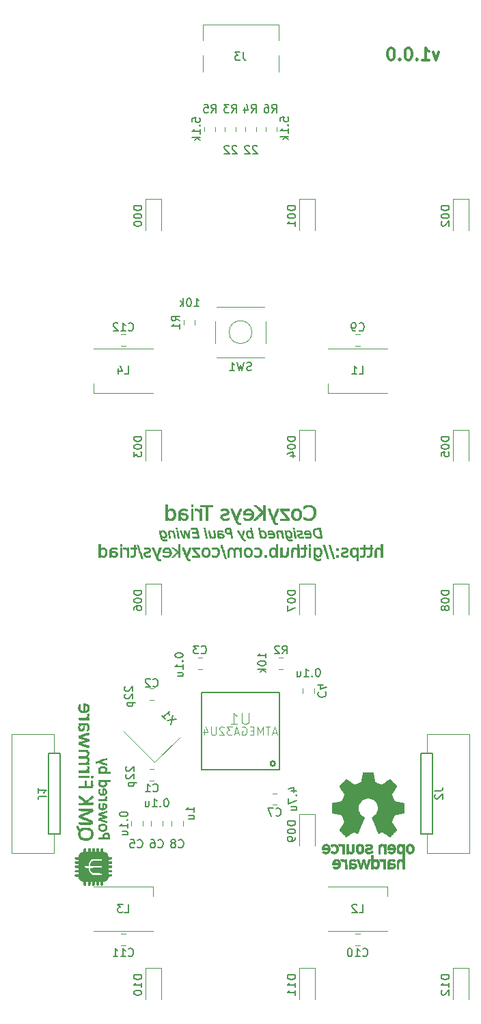
<source format=gbo>
G04 #@! TF.GenerationSoftware,KiCad,Pcbnew,5.1.5+dfsg1-2build2*
G04 #@! TF.CreationDate,2020-05-17T18:00:09-07:00*
G04 #@! TF.ProjectId,triad_center,74726961-645f-4636-956e-7465722e6b69,rev?*
G04 #@! TF.SameCoordinates,Original*
G04 #@! TF.FileFunction,Legend,Bot*
G04 #@! TF.FilePolarity,Positive*
%FSLAX46Y46*%
G04 Gerber Fmt 4.6, Leading zero omitted, Abs format (unit mm)*
G04 Created by KiCad (PCBNEW 5.1.5+dfsg1-2build2) date 2020-05-17 18:00:09*
%MOMM*%
%LPD*%
G04 APERTURE LIST*
%ADD10C,0.300000*%
%ADD11C,0.010000*%
%ADD12C,0.003000*%
%ADD13C,0.002500*%
%ADD14C,0.120000*%
%ADD15C,0.150000*%
%ADD16C,0.254000*%
%ADD17C,0.203200*%
%ADD18C,0.050000*%
G04 APERTURE END LIST*
D10*
X72937285Y-17458571D02*
X72580142Y-18458571D01*
X72223000Y-17458571D01*
X70865857Y-18458571D02*
X71723000Y-18458571D01*
X71294428Y-18458571D02*
X71294428Y-16958571D01*
X71437285Y-17172857D01*
X71580142Y-17315714D01*
X71723000Y-17387142D01*
X70223000Y-18315714D02*
X70151571Y-18387142D01*
X70223000Y-18458571D01*
X70294428Y-18387142D01*
X70223000Y-18315714D01*
X70223000Y-18458571D01*
X69223000Y-16958571D02*
X69080142Y-16958571D01*
X68937285Y-17030000D01*
X68865857Y-17101428D01*
X68794428Y-17244285D01*
X68723000Y-17530000D01*
X68723000Y-17887142D01*
X68794428Y-18172857D01*
X68865857Y-18315714D01*
X68937285Y-18387142D01*
X69080142Y-18458571D01*
X69223000Y-18458571D01*
X69365857Y-18387142D01*
X69437285Y-18315714D01*
X69508714Y-18172857D01*
X69580142Y-17887142D01*
X69580142Y-17530000D01*
X69508714Y-17244285D01*
X69437285Y-17101428D01*
X69365857Y-17030000D01*
X69223000Y-16958571D01*
X68080142Y-18315714D02*
X68008714Y-18387142D01*
X68080142Y-18458571D01*
X68151571Y-18387142D01*
X68080142Y-18315714D01*
X68080142Y-18458571D01*
X67080142Y-16958571D02*
X66937285Y-16958571D01*
X66794428Y-17030000D01*
X66723000Y-17101428D01*
X66651571Y-17244285D01*
X66580142Y-17530000D01*
X66580142Y-17887142D01*
X66651571Y-18172857D01*
X66723000Y-18315714D01*
X66794428Y-18387142D01*
X66937285Y-18458571D01*
X67080142Y-18458571D01*
X67223000Y-18387142D01*
X67294428Y-18315714D01*
X67365857Y-18172857D01*
X67437285Y-17887142D01*
X67437285Y-17530000D01*
X67365857Y-17244285D01*
X67294428Y-17101428D01*
X67223000Y-17030000D01*
X67080142Y-16958571D01*
D11*
G36*
X31894852Y-119290822D02*
G01*
X31900580Y-119149795D01*
X31906308Y-119008769D01*
X32131000Y-118999000D01*
X32355692Y-118989230D01*
X32355692Y-118774307D01*
X31894852Y-118763283D01*
X31900580Y-118622257D01*
X31906308Y-118481230D01*
X32355692Y-118461692D01*
X32355692Y-118246769D01*
X31894852Y-118235745D01*
X31900580Y-118094719D01*
X31906308Y-117953692D01*
X32355692Y-117934154D01*
X32355692Y-117719230D01*
X32125272Y-117713719D01*
X31894852Y-117708207D01*
X31900580Y-117567180D01*
X31906308Y-117426154D01*
X32131000Y-117416384D01*
X32355692Y-117406615D01*
X32355692Y-117191692D01*
X32126116Y-117186187D01*
X31896539Y-117180683D01*
X31896539Y-117087091D01*
X31878362Y-116947839D01*
X31826932Y-116822743D01*
X31746898Y-116716453D01*
X31642908Y-116633618D01*
X31519613Y-116578888D01*
X31381660Y-116556910D01*
X31366140Y-116556692D01*
X31272548Y-116556692D01*
X31267043Y-116327115D01*
X31261539Y-116097538D01*
X31155926Y-116091527D01*
X31079698Y-116092295D01*
X31039058Y-116105521D01*
X31034110Y-116111066D01*
X31027420Y-116140266D01*
X31022014Y-116199216D01*
X31018545Y-116278592D01*
X31017607Y-116346654D01*
X31017308Y-116556692D01*
X30745009Y-116556692D01*
X30739505Y-116327115D01*
X30734000Y-116097538D01*
X30628388Y-116091527D01*
X30552160Y-116092295D01*
X30511520Y-116105521D01*
X30506572Y-116111066D01*
X30499881Y-116140266D01*
X30494475Y-116199216D01*
X30491007Y-116278592D01*
X30490069Y-116346654D01*
X30489769Y-116556692D01*
X30217471Y-116556692D01*
X30211966Y-116327115D01*
X30206462Y-116097538D01*
X30096630Y-116091754D01*
X30044414Y-116090134D01*
X30007930Y-116095566D01*
X29984345Y-116113843D01*
X29970828Y-116150757D01*
X29964548Y-116212103D01*
X29962673Y-116303673D01*
X29962498Y-116366192D01*
X29962231Y-116556692D01*
X29689933Y-116556692D01*
X29678923Y-116097538D01*
X29569091Y-116091754D01*
X29516876Y-116090134D01*
X29480391Y-116095566D01*
X29456806Y-116113843D01*
X29443290Y-116150757D01*
X29437010Y-116212103D01*
X29435135Y-116303673D01*
X29434959Y-116366192D01*
X29434692Y-116556692D01*
X29162394Y-116556692D01*
X29156889Y-116327115D01*
X29151385Y-116097538D01*
X29041553Y-116091754D01*
X28989337Y-116090134D01*
X28952853Y-116095566D01*
X28929268Y-116113843D01*
X28915751Y-116150757D01*
X28909471Y-116212103D01*
X28907596Y-116303673D01*
X28907421Y-116366192D01*
X28907154Y-116556692D01*
X28804577Y-116556883D01*
X28670642Y-116575457D01*
X28549938Y-116627843D01*
X28446751Y-116709813D01*
X28365369Y-116817139D01*
X28310081Y-116945591D01*
X28286884Y-117067361D01*
X28276496Y-117181923D01*
X28066679Y-117181923D01*
X27961646Y-117183350D01*
X27889804Y-117189819D01*
X27845306Y-117204609D01*
X27822305Y-117230998D01*
X27814954Y-117272265D01*
X27816691Y-117322133D01*
X27822769Y-117406615D01*
X28047462Y-117416384D01*
X28272154Y-117426154D01*
X28277895Y-117567807D01*
X28283635Y-117709461D01*
X28070248Y-117709461D01*
X27964387Y-117710835D01*
X27891749Y-117717099D01*
X27846520Y-117731470D01*
X27822882Y-117757165D01*
X27815018Y-117797400D01*
X27816691Y-117849671D01*
X27822769Y-117934154D01*
X28052346Y-117939658D01*
X28281923Y-117945163D01*
X28281923Y-118237000D01*
X28069392Y-118237000D01*
X27963729Y-118238386D01*
X27891282Y-118244698D01*
X27846227Y-118259168D01*
X27822742Y-118285027D01*
X27815001Y-118325506D01*
X27816691Y-118377210D01*
X27822769Y-118461692D01*
X28052346Y-118467197D01*
X28281923Y-118472701D01*
X28281923Y-118764538D01*
X28069392Y-118764538D01*
X27963729Y-118765924D01*
X27891282Y-118772237D01*
X27846227Y-118786707D01*
X27822742Y-118812566D01*
X27815001Y-118853045D01*
X27816691Y-118904748D01*
X27822769Y-118989230D01*
X28281923Y-119000240D01*
X28281923Y-119292077D01*
X28070908Y-119292077D01*
X27958015Y-119294445D01*
X27880442Y-119301444D01*
X27839801Y-119312912D01*
X27836446Y-119315523D01*
X27822618Y-119347845D01*
X27814622Y-119400761D01*
X27813339Y-119457549D01*
X27819649Y-119501487D01*
X27826026Y-119513513D01*
X27849720Y-119518738D01*
X27904036Y-119522964D01*
X27980521Y-119525715D01*
X28057662Y-119526538D01*
X28276272Y-119526538D01*
X28288040Y-119652556D01*
X28319022Y-119803495D01*
X28380597Y-119930672D01*
X28471173Y-120032487D01*
X28589158Y-120107337D01*
X28732961Y-120153624D01*
X28796352Y-120163665D01*
X28907154Y-120176688D01*
X28907154Y-120370667D01*
X28908827Y-120478642D01*
X28915652Y-120553517D01*
X28930338Y-120601192D01*
X28955596Y-120627569D01*
X28994133Y-120638548D01*
X29030934Y-120640230D01*
X29088308Y-120635031D01*
X29130321Y-120622043D01*
X29137708Y-120616784D01*
X29149988Y-120583186D01*
X29157830Y-120512356D01*
X29161071Y-120405907D01*
X29161154Y-120382323D01*
X29161154Y-120171307D01*
X29434692Y-120171307D01*
X29434692Y-120367977D01*
X29436326Y-120476554D01*
X29443010Y-120552004D01*
X29457415Y-120600204D01*
X29482213Y-120627032D01*
X29520077Y-120638364D01*
X29558472Y-120640230D01*
X29615847Y-120635031D01*
X29657860Y-120622043D01*
X29665246Y-120616784D01*
X29677527Y-120583186D01*
X29685368Y-120512356D01*
X29688610Y-120405907D01*
X29688692Y-120382323D01*
X29688692Y-120171307D01*
X29962231Y-120171307D01*
X29962231Y-120367977D01*
X29963865Y-120476554D01*
X29970548Y-120552004D01*
X29984953Y-120600204D01*
X30009751Y-120627032D01*
X30047615Y-120638364D01*
X30086011Y-120640231D01*
X30143385Y-120635031D01*
X30185398Y-120622043D01*
X30192785Y-120616784D01*
X30205065Y-120583186D01*
X30212907Y-120512356D01*
X30216148Y-120405907D01*
X30216231Y-120382323D01*
X30216231Y-120171307D01*
X30466116Y-120171307D01*
X30466116Y-119386392D01*
X30327366Y-119386019D01*
X30218277Y-119383917D01*
X30134153Y-119379920D01*
X30070301Y-119373857D01*
X30022023Y-119365561D01*
X30009969Y-119362636D01*
X29853680Y-119302929D01*
X29720262Y-119212237D01*
X29610980Y-119092137D01*
X29527101Y-118944207D01*
X29469892Y-118770022D01*
X29450609Y-118666133D01*
X29428605Y-118510538D01*
X29230402Y-118510538D01*
X29118020Y-118507850D01*
X29043829Y-118499803D01*
X29008090Y-118486426D01*
X29007944Y-118486282D01*
X28993305Y-118449003D01*
X28988435Y-118379675D01*
X28989383Y-118344628D01*
X28995077Y-118227230D01*
X29214885Y-118221706D01*
X29310248Y-118218845D01*
X29373208Y-118215076D01*
X29410433Y-118209040D01*
X29428594Y-118199379D01*
X29434362Y-118184732D01*
X29434692Y-118176921D01*
X29441048Y-118111624D01*
X29457787Y-118023687D01*
X29481419Y-117927000D01*
X29508454Y-117835455D01*
X29535402Y-117762942D01*
X29542504Y-117747847D01*
X29610566Y-117643363D01*
X29702784Y-117542416D01*
X29805654Y-117458975D01*
X29845712Y-117434213D01*
X29902541Y-117404095D01*
X29956680Y-117380260D01*
X30013604Y-117361984D01*
X30078789Y-117348543D01*
X30157712Y-117339212D01*
X30255849Y-117333267D01*
X30378675Y-117329985D01*
X30531666Y-117328640D01*
X30645237Y-117328461D01*
X31162166Y-117328461D01*
X31176265Y-117396846D01*
X31182079Y-117466536D01*
X31176262Y-117533615D01*
X31162159Y-117602000D01*
X30645233Y-117613437D01*
X30475090Y-117618084D01*
X30328253Y-117623889D01*
X30208403Y-117630634D01*
X30119219Y-117638101D01*
X30064380Y-117646071D01*
X30055532Y-117648411D01*
X29941226Y-117705037D01*
X29842477Y-117792517D01*
X29764557Y-117904007D01*
X29712738Y-118032662D01*
X29696442Y-118114647D01*
X29683721Y-118216987D01*
X30422987Y-118222109D01*
X31162253Y-118227230D01*
X31176309Y-118295615D01*
X31182083Y-118365302D01*
X31176236Y-118432384D01*
X31162106Y-118500769D01*
X30423216Y-118505891D01*
X29684327Y-118511012D01*
X29697693Y-118603583D01*
X29735664Y-118750700D01*
X29802520Y-118877084D01*
X29895266Y-118978370D01*
X30001308Y-119045832D01*
X30030254Y-119058161D01*
X30061642Y-119067933D01*
X30100536Y-119075559D01*
X30152000Y-119081451D01*
X30221098Y-119086023D01*
X30312895Y-119089687D01*
X30432453Y-119092854D01*
X30584837Y-119095938D01*
X30625765Y-119096692D01*
X31162298Y-119106461D01*
X31176332Y-119174846D01*
X31182091Y-119244535D01*
X31176239Y-119311615D01*
X31162114Y-119380000D01*
X30639223Y-119385206D01*
X30466116Y-119386392D01*
X30466116Y-120171307D01*
X30489769Y-120171307D01*
X30489769Y-120367977D01*
X30491403Y-120476554D01*
X30498087Y-120552004D01*
X30512491Y-120600204D01*
X30537290Y-120627032D01*
X30575154Y-120638364D01*
X30613549Y-120640230D01*
X30670924Y-120635031D01*
X30712937Y-120622043D01*
X30720323Y-120616784D01*
X30732604Y-120583186D01*
X30740445Y-120512356D01*
X30743687Y-120405907D01*
X30743769Y-120382323D01*
X30743769Y-120171307D01*
X31017308Y-120171307D01*
X31017308Y-120367977D01*
X31018942Y-120476554D01*
X31025625Y-120552004D01*
X31040030Y-120600204D01*
X31064828Y-120627032D01*
X31102692Y-120638364D01*
X31141088Y-120640230D01*
X31198462Y-120635031D01*
X31240475Y-120622043D01*
X31247862Y-120616784D01*
X31260167Y-120583198D01*
X31268020Y-120512595D01*
X31271236Y-120406805D01*
X31271308Y-120385106D01*
X31271308Y-120176874D01*
X31388419Y-120164634D01*
X31506848Y-120144535D01*
X31602287Y-120108217D01*
X31689548Y-120049355D01*
X31719950Y-120023116D01*
X31806428Y-119926357D01*
X31862068Y-119816694D01*
X31891409Y-119684769D01*
X31893553Y-119665247D01*
X31906308Y-119536307D01*
X32355692Y-119516769D01*
X32355692Y-119301846D01*
X31894852Y-119290822D01*
G37*
X31894852Y-119290822D02*
X31900580Y-119149795D01*
X31906308Y-119008769D01*
X32131000Y-118999000D01*
X32355692Y-118989230D01*
X32355692Y-118774307D01*
X31894852Y-118763283D01*
X31900580Y-118622257D01*
X31906308Y-118481230D01*
X32355692Y-118461692D01*
X32355692Y-118246769D01*
X31894852Y-118235745D01*
X31900580Y-118094719D01*
X31906308Y-117953692D01*
X32355692Y-117934154D01*
X32355692Y-117719230D01*
X32125272Y-117713719D01*
X31894852Y-117708207D01*
X31900580Y-117567180D01*
X31906308Y-117426154D01*
X32131000Y-117416384D01*
X32355692Y-117406615D01*
X32355692Y-117191692D01*
X32126116Y-117186187D01*
X31896539Y-117180683D01*
X31896539Y-117087091D01*
X31878362Y-116947839D01*
X31826932Y-116822743D01*
X31746898Y-116716453D01*
X31642908Y-116633618D01*
X31519613Y-116578888D01*
X31381660Y-116556910D01*
X31366140Y-116556692D01*
X31272548Y-116556692D01*
X31267043Y-116327115D01*
X31261539Y-116097538D01*
X31155926Y-116091527D01*
X31079698Y-116092295D01*
X31039058Y-116105521D01*
X31034110Y-116111066D01*
X31027420Y-116140266D01*
X31022014Y-116199216D01*
X31018545Y-116278592D01*
X31017607Y-116346654D01*
X31017308Y-116556692D01*
X30745009Y-116556692D01*
X30739505Y-116327115D01*
X30734000Y-116097538D01*
X30628388Y-116091527D01*
X30552160Y-116092295D01*
X30511520Y-116105521D01*
X30506572Y-116111066D01*
X30499881Y-116140266D01*
X30494475Y-116199216D01*
X30491007Y-116278592D01*
X30490069Y-116346654D01*
X30489769Y-116556692D01*
X30217471Y-116556692D01*
X30211966Y-116327115D01*
X30206462Y-116097538D01*
X30096630Y-116091754D01*
X30044414Y-116090134D01*
X30007930Y-116095566D01*
X29984345Y-116113843D01*
X29970828Y-116150757D01*
X29964548Y-116212103D01*
X29962673Y-116303673D01*
X29962498Y-116366192D01*
X29962231Y-116556692D01*
X29689933Y-116556692D01*
X29678923Y-116097538D01*
X29569091Y-116091754D01*
X29516876Y-116090134D01*
X29480391Y-116095566D01*
X29456806Y-116113843D01*
X29443290Y-116150757D01*
X29437010Y-116212103D01*
X29435135Y-116303673D01*
X29434959Y-116366192D01*
X29434692Y-116556692D01*
X29162394Y-116556692D01*
X29156889Y-116327115D01*
X29151385Y-116097538D01*
X29041553Y-116091754D01*
X28989337Y-116090134D01*
X28952853Y-116095566D01*
X28929268Y-116113843D01*
X28915751Y-116150757D01*
X28909471Y-116212103D01*
X28907596Y-116303673D01*
X28907421Y-116366192D01*
X28907154Y-116556692D01*
X28804577Y-116556883D01*
X28670642Y-116575457D01*
X28549938Y-116627843D01*
X28446751Y-116709813D01*
X28365369Y-116817139D01*
X28310081Y-116945591D01*
X28286884Y-117067361D01*
X28276496Y-117181923D01*
X28066679Y-117181923D01*
X27961646Y-117183350D01*
X27889804Y-117189819D01*
X27845306Y-117204609D01*
X27822305Y-117230998D01*
X27814954Y-117272265D01*
X27816691Y-117322133D01*
X27822769Y-117406615D01*
X28047462Y-117416384D01*
X28272154Y-117426154D01*
X28277895Y-117567807D01*
X28283635Y-117709461D01*
X28070248Y-117709461D01*
X27964387Y-117710835D01*
X27891749Y-117717099D01*
X27846520Y-117731470D01*
X27822882Y-117757165D01*
X27815018Y-117797400D01*
X27816691Y-117849671D01*
X27822769Y-117934154D01*
X28052346Y-117939658D01*
X28281923Y-117945163D01*
X28281923Y-118237000D01*
X28069392Y-118237000D01*
X27963729Y-118238386D01*
X27891282Y-118244698D01*
X27846227Y-118259168D01*
X27822742Y-118285027D01*
X27815001Y-118325506D01*
X27816691Y-118377210D01*
X27822769Y-118461692D01*
X28052346Y-118467197D01*
X28281923Y-118472701D01*
X28281923Y-118764538D01*
X28069392Y-118764538D01*
X27963729Y-118765924D01*
X27891282Y-118772237D01*
X27846227Y-118786707D01*
X27822742Y-118812566D01*
X27815001Y-118853045D01*
X27816691Y-118904748D01*
X27822769Y-118989230D01*
X28281923Y-119000240D01*
X28281923Y-119292077D01*
X28070908Y-119292077D01*
X27958015Y-119294445D01*
X27880442Y-119301444D01*
X27839801Y-119312912D01*
X27836446Y-119315523D01*
X27822618Y-119347845D01*
X27814622Y-119400761D01*
X27813339Y-119457549D01*
X27819649Y-119501487D01*
X27826026Y-119513513D01*
X27849720Y-119518738D01*
X27904036Y-119522964D01*
X27980521Y-119525715D01*
X28057662Y-119526538D01*
X28276272Y-119526538D01*
X28288040Y-119652556D01*
X28319022Y-119803495D01*
X28380597Y-119930672D01*
X28471173Y-120032487D01*
X28589158Y-120107337D01*
X28732961Y-120153624D01*
X28796352Y-120163665D01*
X28907154Y-120176688D01*
X28907154Y-120370667D01*
X28908827Y-120478642D01*
X28915652Y-120553517D01*
X28930338Y-120601192D01*
X28955596Y-120627569D01*
X28994133Y-120638548D01*
X29030934Y-120640230D01*
X29088308Y-120635031D01*
X29130321Y-120622043D01*
X29137708Y-120616784D01*
X29149988Y-120583186D01*
X29157830Y-120512356D01*
X29161071Y-120405907D01*
X29161154Y-120382323D01*
X29161154Y-120171307D01*
X29434692Y-120171307D01*
X29434692Y-120367977D01*
X29436326Y-120476554D01*
X29443010Y-120552004D01*
X29457415Y-120600204D01*
X29482213Y-120627032D01*
X29520077Y-120638364D01*
X29558472Y-120640230D01*
X29615847Y-120635031D01*
X29657860Y-120622043D01*
X29665246Y-120616784D01*
X29677527Y-120583186D01*
X29685368Y-120512356D01*
X29688610Y-120405907D01*
X29688692Y-120382323D01*
X29688692Y-120171307D01*
X29962231Y-120171307D01*
X29962231Y-120367977D01*
X29963865Y-120476554D01*
X29970548Y-120552004D01*
X29984953Y-120600204D01*
X30009751Y-120627032D01*
X30047615Y-120638364D01*
X30086011Y-120640231D01*
X30143385Y-120635031D01*
X30185398Y-120622043D01*
X30192785Y-120616784D01*
X30205065Y-120583186D01*
X30212907Y-120512356D01*
X30216148Y-120405907D01*
X30216231Y-120382323D01*
X30216231Y-120171307D01*
X30466116Y-120171307D01*
X30466116Y-119386392D01*
X30327366Y-119386019D01*
X30218277Y-119383917D01*
X30134153Y-119379920D01*
X30070301Y-119373857D01*
X30022023Y-119365561D01*
X30009969Y-119362636D01*
X29853680Y-119302929D01*
X29720262Y-119212237D01*
X29610980Y-119092137D01*
X29527101Y-118944207D01*
X29469892Y-118770022D01*
X29450609Y-118666133D01*
X29428605Y-118510538D01*
X29230402Y-118510538D01*
X29118020Y-118507850D01*
X29043829Y-118499803D01*
X29008090Y-118486426D01*
X29007944Y-118486282D01*
X28993305Y-118449003D01*
X28988435Y-118379675D01*
X28989383Y-118344628D01*
X28995077Y-118227230D01*
X29214885Y-118221706D01*
X29310248Y-118218845D01*
X29373208Y-118215076D01*
X29410433Y-118209040D01*
X29428594Y-118199379D01*
X29434362Y-118184732D01*
X29434692Y-118176921D01*
X29441048Y-118111624D01*
X29457787Y-118023687D01*
X29481419Y-117927000D01*
X29508454Y-117835455D01*
X29535402Y-117762942D01*
X29542504Y-117747847D01*
X29610566Y-117643363D01*
X29702784Y-117542416D01*
X29805654Y-117458975D01*
X29845712Y-117434213D01*
X29902541Y-117404095D01*
X29956680Y-117380260D01*
X30013604Y-117361984D01*
X30078789Y-117348543D01*
X30157712Y-117339212D01*
X30255849Y-117333267D01*
X30378675Y-117329985D01*
X30531666Y-117328640D01*
X30645237Y-117328461D01*
X31162166Y-117328461D01*
X31176265Y-117396846D01*
X31182079Y-117466536D01*
X31176262Y-117533615D01*
X31162159Y-117602000D01*
X30645233Y-117613437D01*
X30475090Y-117618084D01*
X30328253Y-117623889D01*
X30208403Y-117630634D01*
X30119219Y-117638101D01*
X30064380Y-117646071D01*
X30055532Y-117648411D01*
X29941226Y-117705037D01*
X29842477Y-117792517D01*
X29764557Y-117904007D01*
X29712738Y-118032662D01*
X29696442Y-118114647D01*
X29683721Y-118216987D01*
X30422987Y-118222109D01*
X31162253Y-118227230D01*
X31176309Y-118295615D01*
X31182083Y-118365302D01*
X31176236Y-118432384D01*
X31162106Y-118500769D01*
X30423216Y-118505891D01*
X29684327Y-118511012D01*
X29697693Y-118603583D01*
X29735664Y-118750700D01*
X29802520Y-118877084D01*
X29895266Y-118978370D01*
X30001308Y-119045832D01*
X30030254Y-119058161D01*
X30061642Y-119067933D01*
X30100536Y-119075559D01*
X30152000Y-119081451D01*
X30221098Y-119086023D01*
X30312895Y-119089687D01*
X30432453Y-119092854D01*
X30584837Y-119095938D01*
X30625765Y-119096692D01*
X31162298Y-119106461D01*
X31176332Y-119174846D01*
X31182091Y-119244535D01*
X31176239Y-119311615D01*
X31162114Y-119380000D01*
X30639223Y-119385206D01*
X30466116Y-119386392D01*
X30466116Y-120171307D01*
X30489769Y-120171307D01*
X30489769Y-120367977D01*
X30491403Y-120476554D01*
X30498087Y-120552004D01*
X30512491Y-120600204D01*
X30537290Y-120627032D01*
X30575154Y-120638364D01*
X30613549Y-120640230D01*
X30670924Y-120635031D01*
X30712937Y-120622043D01*
X30720323Y-120616784D01*
X30732604Y-120583186D01*
X30740445Y-120512356D01*
X30743687Y-120405907D01*
X30743769Y-120382323D01*
X30743769Y-120171307D01*
X31017308Y-120171307D01*
X31017308Y-120367977D01*
X31018942Y-120476554D01*
X31025625Y-120552004D01*
X31040030Y-120600204D01*
X31064828Y-120627032D01*
X31102692Y-120638364D01*
X31141088Y-120640230D01*
X31198462Y-120635031D01*
X31240475Y-120622043D01*
X31247862Y-120616784D01*
X31260167Y-120583198D01*
X31268020Y-120512595D01*
X31271236Y-120406805D01*
X31271308Y-120385106D01*
X31271308Y-120176874D01*
X31388419Y-120164634D01*
X31506848Y-120144535D01*
X31602287Y-120108217D01*
X31689548Y-120049355D01*
X31719950Y-120023116D01*
X31806428Y-119926357D01*
X31862068Y-119816694D01*
X31891409Y-119684769D01*
X31893553Y-119665247D01*
X31906308Y-119536307D01*
X32355692Y-119516769D01*
X32355692Y-119301846D01*
X31894852Y-119290822D01*
G36*
X30029637Y-114109074D02*
G01*
X29996088Y-113969834D01*
X29937318Y-113848285D01*
X29904245Y-113800209D01*
X29815493Y-113700765D01*
X29712931Y-113625123D01*
X29584572Y-113564587D01*
X29573986Y-113560568D01*
X29525081Y-113544201D01*
X29474759Y-113532718D01*
X29414746Y-113525282D01*
X29336765Y-113521061D01*
X29232542Y-113519217D01*
X29161154Y-113518915D01*
X29040593Y-113519350D01*
X28950460Y-113521672D01*
X28882116Y-113526786D01*
X28826925Y-113535595D01*
X28776248Y-113549003D01*
X28732928Y-113563730D01*
X28652428Y-113597053D01*
X28573195Y-113636685D01*
X28525243Y-113665626D01*
X28442938Y-113722254D01*
X28364949Y-113610588D01*
X28314892Y-113534484D01*
X28265822Y-113452752D01*
X28236448Y-113398678D01*
X28188844Y-113324569D01*
X28135696Y-113286023D01*
X28070830Y-113279530D01*
X28037692Y-113285746D01*
X28004913Y-113298206D01*
X27992354Y-113320041D01*
X27998435Y-113360622D01*
X28016077Y-113414044D01*
X28065185Y-113523357D01*
X28138240Y-113647785D01*
X28229294Y-113777283D01*
X28237537Y-113788028D01*
X28325027Y-113901287D01*
X28279360Y-114002951D01*
X28249885Y-114100306D01*
X28234398Y-114221547D01*
X28232855Y-114354088D01*
X28245213Y-114485342D01*
X28271427Y-114602724D01*
X28281532Y-114632154D01*
X28348391Y-114757672D01*
X28445150Y-114869568D01*
X28562960Y-114959273D01*
X28673651Y-115011886D01*
X28771311Y-115036994D01*
X28895247Y-115055653D01*
X29033079Y-115067154D01*
X29141615Y-115069986D01*
X29141615Y-114826217D01*
X28981924Y-114822309D01*
X28853317Y-114807864D01*
X28748842Y-114781310D01*
X28661551Y-114741078D01*
X28609640Y-114706011D01*
X28522772Y-114615875D01*
X28463518Y-114503783D01*
X28433130Y-114376621D01*
X28432859Y-114241276D01*
X28463955Y-114104636D01*
X28489220Y-114043066D01*
X28553393Y-113943545D01*
X28644352Y-113863754D01*
X28767355Y-113799171D01*
X28777576Y-113794992D01*
X28826493Y-113777800D01*
X28878318Y-113766178D01*
X28942085Y-113759129D01*
X29026827Y-113755653D01*
X29141578Y-113754753D01*
X29141615Y-113754753D01*
X29299361Y-113759139D01*
X29425883Y-113773558D01*
X29528222Y-113800114D01*
X29613420Y-113840912D01*
X29688517Y-113898057D01*
X29718535Y-113927228D01*
X29786879Y-114016352D01*
X29827706Y-114118369D01*
X29844267Y-114242359D01*
X29845000Y-114280461D01*
X29835385Y-114407774D01*
X29803763Y-114511421D01*
X29745973Y-114602501D01*
X29708600Y-114644111D01*
X29630427Y-114713533D01*
X29546616Y-114763953D01*
X29449536Y-114797824D01*
X29331559Y-114817593D01*
X29185057Y-114825713D01*
X29141615Y-114826217D01*
X29141615Y-115069986D01*
X29172431Y-115070791D01*
X29300926Y-115065858D01*
X29398210Y-115053279D01*
X29578685Y-115001652D01*
X29730226Y-114923831D01*
X29852314Y-114820445D01*
X29944427Y-114692128D01*
X30006047Y-114539511D01*
X30036652Y-114363225D01*
X30040173Y-114273699D01*
X30029637Y-114109074D01*
G37*
X30029637Y-114109074D02*
X29996088Y-113969834D01*
X29937318Y-113848285D01*
X29904245Y-113800209D01*
X29815493Y-113700765D01*
X29712931Y-113625123D01*
X29584572Y-113564587D01*
X29573986Y-113560568D01*
X29525081Y-113544201D01*
X29474759Y-113532718D01*
X29414746Y-113525282D01*
X29336765Y-113521061D01*
X29232542Y-113519217D01*
X29161154Y-113518915D01*
X29040593Y-113519350D01*
X28950460Y-113521672D01*
X28882116Y-113526786D01*
X28826925Y-113535595D01*
X28776248Y-113549003D01*
X28732928Y-113563730D01*
X28652428Y-113597053D01*
X28573195Y-113636685D01*
X28525243Y-113665626D01*
X28442938Y-113722254D01*
X28364949Y-113610588D01*
X28314892Y-113534484D01*
X28265822Y-113452752D01*
X28236448Y-113398678D01*
X28188844Y-113324569D01*
X28135696Y-113286023D01*
X28070830Y-113279530D01*
X28037692Y-113285746D01*
X28004913Y-113298206D01*
X27992354Y-113320041D01*
X27998435Y-113360622D01*
X28016077Y-113414044D01*
X28065185Y-113523357D01*
X28138240Y-113647785D01*
X28229294Y-113777283D01*
X28237537Y-113788028D01*
X28325027Y-113901287D01*
X28279360Y-114002951D01*
X28249885Y-114100306D01*
X28234398Y-114221547D01*
X28232855Y-114354088D01*
X28245213Y-114485342D01*
X28271427Y-114602724D01*
X28281532Y-114632154D01*
X28348391Y-114757672D01*
X28445150Y-114869568D01*
X28562960Y-114959273D01*
X28673651Y-115011886D01*
X28771311Y-115036994D01*
X28895247Y-115055653D01*
X29033079Y-115067154D01*
X29141615Y-115069986D01*
X29141615Y-114826217D01*
X28981924Y-114822309D01*
X28853317Y-114807864D01*
X28748842Y-114781310D01*
X28661551Y-114741078D01*
X28609640Y-114706011D01*
X28522772Y-114615875D01*
X28463518Y-114503783D01*
X28433130Y-114376621D01*
X28432859Y-114241276D01*
X28463955Y-114104636D01*
X28489220Y-114043066D01*
X28553393Y-113943545D01*
X28644352Y-113863754D01*
X28767355Y-113799171D01*
X28777576Y-113794992D01*
X28826493Y-113777800D01*
X28878318Y-113766178D01*
X28942085Y-113759129D01*
X29026827Y-113755653D01*
X29141578Y-113754753D01*
X29141615Y-113754753D01*
X29299361Y-113759139D01*
X29425883Y-113773558D01*
X29528222Y-113800114D01*
X29613420Y-113840912D01*
X29688517Y-113898057D01*
X29718535Y-113927228D01*
X29786879Y-114016352D01*
X29827706Y-114118369D01*
X29844267Y-114242359D01*
X29845000Y-114280461D01*
X29835385Y-114407774D01*
X29803763Y-114511421D01*
X29745973Y-114602501D01*
X29708600Y-114644111D01*
X29630427Y-114713533D01*
X29546616Y-114763953D01*
X29449536Y-114797824D01*
X29331559Y-114817593D01*
X29185057Y-114825713D01*
X29141615Y-114826217D01*
X29141615Y-115069986D01*
X29172431Y-115070791D01*
X29300926Y-115065858D01*
X29398210Y-115053279D01*
X29578685Y-115001652D01*
X29730226Y-114923831D01*
X29852314Y-114820445D01*
X29944427Y-114692128D01*
X30006047Y-114539511D01*
X30036652Y-114363225D01*
X30040173Y-114273699D01*
X30029637Y-114109074D01*
G36*
X29566595Y-100930452D02*
G01*
X29549669Y-100838440D01*
X29509244Y-100754601D01*
X29442172Y-100677305D01*
X29360511Y-100618469D01*
X29303616Y-100595302D01*
X29252110Y-100587642D01*
X29163812Y-100582138D01*
X29040952Y-100578854D01*
X28885760Y-100577857D01*
X28737709Y-100578770D01*
X28252615Y-100584000D01*
X28252615Y-100662154D01*
X28254862Y-100712414D01*
X28268662Y-100735785D01*
X28304609Y-100744441D01*
X28325885Y-100746371D01*
X28372995Y-100752564D01*
X28397955Y-100760318D01*
X28399154Y-100762171D01*
X28387965Y-100781750D01*
X28359479Y-100820710D01*
X28339439Y-100846213D01*
X28272513Y-100957287D01*
X28234725Y-101082192D01*
X28228067Y-101210208D01*
X28251110Y-101321399D01*
X28305011Y-101432364D01*
X28376816Y-101509257D01*
X28469401Y-101553961D01*
X28585642Y-101568357D01*
X28602770Y-101567785D01*
X28602770Y-101350271D01*
X28555205Y-101338462D01*
X28479576Y-101297427D01*
X28427449Y-101231710D01*
X28401380Y-101149616D01*
X28403925Y-101059451D01*
X28437639Y-100969520D01*
X28440296Y-100965000D01*
X28481726Y-100904082D01*
X28527752Y-100847266D01*
X28531802Y-100842884D01*
X28562739Y-100814105D01*
X28595579Y-100797916D01*
X28642597Y-100790778D01*
X28716074Y-100789154D01*
X28854221Y-100789154D01*
X28843615Y-100981633D01*
X28832737Y-101104967D01*
X28813993Y-101195928D01*
X28784803Y-101260862D01*
X28742587Y-101306114D01*
X28701795Y-101330494D01*
X28650118Y-101349852D01*
X28602770Y-101350271D01*
X28602770Y-101567785D01*
X28626394Y-101566995D01*
X28738730Y-101545713D01*
X28829754Y-101496543D01*
X28900480Y-101417944D01*
X28951926Y-101308374D01*
X28985107Y-101166290D01*
X29000665Y-100999192D01*
X29009866Y-100789154D01*
X29080625Y-100789263D01*
X29191242Y-100801756D01*
X29283785Y-100836645D01*
X29337565Y-100877678D01*
X29377235Y-100946335D01*
X29394724Y-101038548D01*
X29389836Y-101145568D01*
X29362373Y-101258644D01*
X29347055Y-101298831D01*
X29318611Y-101369336D01*
X29295722Y-101431257D01*
X29283852Y-101469361D01*
X29280370Y-101497227D01*
X29293477Y-101509186D01*
X29332415Y-101510112D01*
X29357943Y-101508438D01*
X29416313Y-101499471D01*
X29452622Y-101477021D01*
X29479433Y-101438901D01*
X29525341Y-101332033D01*
X29556257Y-101202379D01*
X29570552Y-101063873D01*
X29566595Y-100930452D01*
G37*
X29566595Y-100930452D02*
X29549669Y-100838440D01*
X29509244Y-100754601D01*
X29442172Y-100677305D01*
X29360511Y-100618469D01*
X29303616Y-100595302D01*
X29252110Y-100587642D01*
X29163812Y-100582138D01*
X29040952Y-100578854D01*
X28885760Y-100577857D01*
X28737709Y-100578770D01*
X28252615Y-100584000D01*
X28252615Y-100662154D01*
X28254862Y-100712414D01*
X28268662Y-100735785D01*
X28304609Y-100744441D01*
X28325885Y-100746371D01*
X28372995Y-100752564D01*
X28397955Y-100760318D01*
X28399154Y-100762171D01*
X28387965Y-100781750D01*
X28359479Y-100820710D01*
X28339439Y-100846213D01*
X28272513Y-100957287D01*
X28234725Y-101082192D01*
X28228067Y-101210208D01*
X28251110Y-101321399D01*
X28305011Y-101432364D01*
X28376816Y-101509257D01*
X28469401Y-101553961D01*
X28585642Y-101568357D01*
X28602770Y-101567785D01*
X28602770Y-101350271D01*
X28555205Y-101338462D01*
X28479576Y-101297427D01*
X28427449Y-101231710D01*
X28401380Y-101149616D01*
X28403925Y-101059451D01*
X28437639Y-100969520D01*
X28440296Y-100965000D01*
X28481726Y-100904082D01*
X28527752Y-100847266D01*
X28531802Y-100842884D01*
X28562739Y-100814105D01*
X28595579Y-100797916D01*
X28642597Y-100790778D01*
X28716074Y-100789154D01*
X28854221Y-100789154D01*
X28843615Y-100981633D01*
X28832737Y-101104967D01*
X28813993Y-101195928D01*
X28784803Y-101260862D01*
X28742587Y-101306114D01*
X28701795Y-101330494D01*
X28650118Y-101349852D01*
X28602770Y-101350271D01*
X28602770Y-101567785D01*
X28626394Y-101566995D01*
X28738730Y-101545713D01*
X28829754Y-101496543D01*
X28900480Y-101417944D01*
X28951926Y-101308374D01*
X28985107Y-101166290D01*
X29000665Y-100999192D01*
X29009866Y-100789154D01*
X29080625Y-100789263D01*
X29191242Y-100801756D01*
X29283785Y-100836645D01*
X29337565Y-100877678D01*
X29377235Y-100946335D01*
X29394724Y-101038548D01*
X29389836Y-101145568D01*
X29362373Y-101258644D01*
X29347055Y-101298831D01*
X29318611Y-101369336D01*
X29295722Y-101431257D01*
X29283852Y-101469361D01*
X29280370Y-101497227D01*
X29293477Y-101509186D01*
X29332415Y-101510112D01*
X29357943Y-101508438D01*
X29416313Y-101499471D01*
X29452622Y-101477021D01*
X29479433Y-101438901D01*
X29525341Y-101332033D01*
X29556257Y-101202379D01*
X29570552Y-101063873D01*
X29566595Y-100930452D01*
G36*
X29561102Y-98578050D02*
G01*
X29522913Y-98446055D01*
X29453807Y-98337455D01*
X29354699Y-98253286D01*
X29226504Y-98194584D01*
X29070138Y-98162385D01*
X29063462Y-98161678D01*
X29000632Y-98155507D01*
X28952164Y-98154330D01*
X28916116Y-98162460D01*
X28890551Y-98184210D01*
X28873529Y-98223891D01*
X28863110Y-98285816D01*
X28857356Y-98374297D01*
X28854327Y-98493646D01*
X28852325Y-98631167D01*
X28846343Y-99055471D01*
X28739626Y-99044457D01*
X28618840Y-99017354D01*
X28526204Y-98963574D01*
X28461307Y-98882605D01*
X28423737Y-98773939D01*
X28413037Y-98639923D01*
X28422852Y-98517491D01*
X28446204Y-98398266D01*
X28455018Y-98367823D01*
X28473812Y-98302091D01*
X28484549Y-98251108D01*
X28484948Y-98226169D01*
X28457824Y-98213253D01*
X28410839Y-98210547D01*
X28361589Y-98217131D01*
X28327671Y-98232087D01*
X28325386Y-98234500D01*
X28294810Y-98292214D01*
X28269113Y-98378715D01*
X28249510Y-98483885D01*
X28237214Y-98597603D01*
X28233440Y-98709754D01*
X28239401Y-98810217D01*
X28249568Y-98866434D01*
X28298812Y-98999732D01*
X28372585Y-99105773D01*
X28472678Y-99185810D01*
X28600882Y-99241092D01*
X28758989Y-99272873D01*
X28841522Y-99279904D01*
X29020126Y-99276669D01*
X29024385Y-99275796D01*
X29024385Y-99055376D01*
X29024385Y-98385923D01*
X29097654Y-98386244D01*
X29184426Y-98402726D01*
X29270326Y-98445575D01*
X29339847Y-98505980D01*
X29361444Y-98536177D01*
X29389704Y-98615950D01*
X29397455Y-98712561D01*
X29384511Y-98809474D01*
X29365114Y-98864371D01*
X29310015Y-98939897D01*
X29228915Y-99001002D01*
X29134478Y-99038942D01*
X29103936Y-99044706D01*
X29024385Y-99055376D01*
X29024385Y-99275796D01*
X29173766Y-99245163D01*
X29305269Y-99184585D01*
X29383438Y-99126422D01*
X29467857Y-99039270D01*
X29523381Y-98947431D01*
X29555285Y-98839607D01*
X29567459Y-98732403D01*
X29561102Y-98578050D01*
G37*
X29561102Y-98578050D02*
X29522913Y-98446055D01*
X29453807Y-98337455D01*
X29354699Y-98253286D01*
X29226504Y-98194584D01*
X29070138Y-98162385D01*
X29063462Y-98161678D01*
X29000632Y-98155507D01*
X28952164Y-98154330D01*
X28916116Y-98162460D01*
X28890551Y-98184210D01*
X28873529Y-98223891D01*
X28863110Y-98285816D01*
X28857356Y-98374297D01*
X28854327Y-98493646D01*
X28852325Y-98631167D01*
X28846343Y-99055471D01*
X28739626Y-99044457D01*
X28618840Y-99017354D01*
X28526204Y-98963574D01*
X28461307Y-98882605D01*
X28423737Y-98773939D01*
X28413037Y-98639923D01*
X28422852Y-98517491D01*
X28446204Y-98398266D01*
X28455018Y-98367823D01*
X28473812Y-98302091D01*
X28484549Y-98251108D01*
X28484948Y-98226169D01*
X28457824Y-98213253D01*
X28410839Y-98210547D01*
X28361589Y-98217131D01*
X28327671Y-98232087D01*
X28325386Y-98234500D01*
X28294810Y-98292214D01*
X28269113Y-98378715D01*
X28249510Y-98483885D01*
X28237214Y-98597603D01*
X28233440Y-98709754D01*
X28239401Y-98810217D01*
X28249568Y-98866434D01*
X28298812Y-98999732D01*
X28372585Y-99105773D01*
X28472678Y-99185810D01*
X28600882Y-99241092D01*
X28758989Y-99272873D01*
X28841522Y-99279904D01*
X29020126Y-99276669D01*
X29024385Y-99275796D01*
X29024385Y-99055376D01*
X29024385Y-98385923D01*
X29097654Y-98386244D01*
X29184426Y-98402726D01*
X29270326Y-98445575D01*
X29339847Y-98505980D01*
X29361444Y-98536177D01*
X29389704Y-98615950D01*
X29397455Y-98712561D01*
X29384511Y-98809474D01*
X29365114Y-98864371D01*
X29310015Y-98939897D01*
X29228915Y-99001002D01*
X29134478Y-99038942D01*
X29103936Y-99044706D01*
X29024385Y-99055376D01*
X29024385Y-99275796D01*
X29173766Y-99245163D01*
X29305269Y-99184585D01*
X29383438Y-99126422D01*
X29467857Y-99039270D01*
X29523381Y-98947431D01*
X29555285Y-98839607D01*
X29567459Y-98732403D01*
X29561102Y-98578050D01*
G36*
X30014419Y-111250296D02*
G01*
X29995384Y-111201007D01*
X29990143Y-111194780D01*
X29978937Y-111187290D01*
X29959378Y-111181106D01*
X29928010Y-111176105D01*
X29881375Y-111172167D01*
X29816016Y-111169170D01*
X29728478Y-111166994D01*
X29615302Y-111165518D01*
X29473031Y-111164621D01*
X29298210Y-111164181D01*
X29113003Y-111164077D01*
X28905682Y-111163994D01*
X28734075Y-111164050D01*
X28594821Y-111164695D01*
X28484559Y-111166384D01*
X28399925Y-111169569D01*
X28337559Y-111174703D01*
X28294100Y-111182239D01*
X28266186Y-111192630D01*
X28250454Y-111206328D01*
X28243545Y-111223787D01*
X28242095Y-111245460D01*
X28242744Y-111271798D01*
X28242846Y-111281307D01*
X28242300Y-111310185D01*
X28242989Y-111333901D01*
X28248403Y-111352966D01*
X28262031Y-111367888D01*
X28287363Y-111379176D01*
X28327889Y-111387339D01*
X28387098Y-111392886D01*
X28468481Y-111396327D01*
X28575526Y-111398169D01*
X28711725Y-111398923D01*
X28880566Y-111399098D01*
X29050898Y-111399169D01*
X29835231Y-111399800D01*
X29053692Y-111714910D01*
X28888565Y-111781837D01*
X28734662Y-111844889D01*
X28595776Y-111902461D01*
X28475702Y-111952949D01*
X28378232Y-111994751D01*
X28307162Y-112026263D01*
X28266285Y-112045881D01*
X28257799Y-112051318D01*
X28248034Y-112084181D01*
X28243487Y-112135691D01*
X28243445Y-112141000D01*
X28247305Y-112193349D01*
X28256710Y-112229144D01*
X28257799Y-112230980D01*
X28278546Y-112242364D01*
X28331988Y-112266087D01*
X28414296Y-112300597D01*
X28521641Y-112344343D01*
X28650192Y-112395773D01*
X28796120Y-112453337D01*
X28955596Y-112515484D01*
X29053692Y-112553365D01*
X29835231Y-112854154D01*
X28252615Y-112873692D01*
X28246856Y-112961717D01*
X28248520Y-113025114D01*
X28260929Y-113068174D01*
X28265417Y-113074063D01*
X28290978Y-113080469D01*
X28350607Y-113085970D01*
X28439306Y-113090568D01*
X28552079Y-113094265D01*
X28683928Y-113097064D01*
X28829854Y-113098968D01*
X28984860Y-113099979D01*
X29143948Y-113100100D01*
X29302120Y-113099333D01*
X29454379Y-113097682D01*
X29595727Y-113095148D01*
X29721166Y-113091734D01*
X29825698Y-113087443D01*
X29904326Y-113082278D01*
X29952052Y-113076240D01*
X29962231Y-113073182D01*
X29989401Y-113055130D01*
X30005080Y-113028273D01*
X30013233Y-112981779D01*
X30016979Y-112923665D01*
X30015918Y-112820960D01*
X29999071Y-112747489D01*
X29962945Y-112695393D01*
X29904048Y-112656812D01*
X29896894Y-112653451D01*
X29859341Y-112637397D01*
X29790388Y-112609073D01*
X29695014Y-112570477D01*
X29578195Y-112523610D01*
X29444910Y-112470471D01*
X29300137Y-112413061D01*
X29204527Y-112375305D01*
X29060245Y-112317882D01*
X28928993Y-112264596D01*
X28814843Y-112217185D01*
X28721866Y-112177384D01*
X28654137Y-112146927D01*
X28615728Y-112127551D01*
X28608604Y-112121341D01*
X28629603Y-112111197D01*
X28682663Y-112088055D01*
X28763648Y-112053649D01*
X28868426Y-112009713D01*
X28992862Y-111957980D01*
X29132821Y-111900183D01*
X29284171Y-111838056D01*
X29284574Y-111837891D01*
X29477694Y-111758225D01*
X29636329Y-111691361D01*
X29762573Y-111636346D01*
X29858516Y-111592224D01*
X29926251Y-111558043D01*
X29967868Y-111532850D01*
X29983074Y-111519442D01*
X30006436Y-111468751D01*
X30019647Y-111397865D01*
X30022407Y-111320481D01*
X30014419Y-111250296D01*
G37*
X30014419Y-111250296D02*
X29995384Y-111201007D01*
X29990143Y-111194780D01*
X29978937Y-111187290D01*
X29959378Y-111181106D01*
X29928010Y-111176105D01*
X29881375Y-111172167D01*
X29816016Y-111169170D01*
X29728478Y-111166994D01*
X29615302Y-111165518D01*
X29473031Y-111164621D01*
X29298210Y-111164181D01*
X29113003Y-111164077D01*
X28905682Y-111163994D01*
X28734075Y-111164050D01*
X28594821Y-111164695D01*
X28484559Y-111166384D01*
X28399925Y-111169569D01*
X28337559Y-111174703D01*
X28294100Y-111182239D01*
X28266186Y-111192630D01*
X28250454Y-111206328D01*
X28243545Y-111223787D01*
X28242095Y-111245460D01*
X28242744Y-111271798D01*
X28242846Y-111281307D01*
X28242300Y-111310185D01*
X28242989Y-111333901D01*
X28248403Y-111352966D01*
X28262031Y-111367888D01*
X28287363Y-111379176D01*
X28327889Y-111387339D01*
X28387098Y-111392886D01*
X28468481Y-111396327D01*
X28575526Y-111398169D01*
X28711725Y-111398923D01*
X28880566Y-111399098D01*
X29050898Y-111399169D01*
X29835231Y-111399800D01*
X29053692Y-111714910D01*
X28888565Y-111781837D01*
X28734662Y-111844889D01*
X28595776Y-111902461D01*
X28475702Y-111952949D01*
X28378232Y-111994751D01*
X28307162Y-112026263D01*
X28266285Y-112045881D01*
X28257799Y-112051318D01*
X28248034Y-112084181D01*
X28243487Y-112135691D01*
X28243445Y-112141000D01*
X28247305Y-112193349D01*
X28256710Y-112229144D01*
X28257799Y-112230980D01*
X28278546Y-112242364D01*
X28331988Y-112266087D01*
X28414296Y-112300597D01*
X28521641Y-112344343D01*
X28650192Y-112395773D01*
X28796120Y-112453337D01*
X28955596Y-112515484D01*
X29053692Y-112553365D01*
X29835231Y-112854154D01*
X28252615Y-112873692D01*
X28246856Y-112961717D01*
X28248520Y-113025114D01*
X28260929Y-113068174D01*
X28265417Y-113074063D01*
X28290978Y-113080469D01*
X28350607Y-113085970D01*
X28439306Y-113090568D01*
X28552079Y-113094265D01*
X28683928Y-113097064D01*
X28829854Y-113098968D01*
X28984860Y-113099979D01*
X29143948Y-113100100D01*
X29302120Y-113099333D01*
X29454379Y-113097682D01*
X29595727Y-113095148D01*
X29721166Y-113091734D01*
X29825698Y-113087443D01*
X29904326Y-113082278D01*
X29952052Y-113076240D01*
X29962231Y-113073182D01*
X29989401Y-113055130D01*
X30005080Y-113028273D01*
X30013233Y-112981779D01*
X30016979Y-112923665D01*
X30015918Y-112820960D01*
X29999071Y-112747489D01*
X29962945Y-112695393D01*
X29904048Y-112656812D01*
X29896894Y-112653451D01*
X29859341Y-112637397D01*
X29790388Y-112609073D01*
X29695014Y-112570477D01*
X29578195Y-112523610D01*
X29444910Y-112470471D01*
X29300137Y-112413061D01*
X29204527Y-112375305D01*
X29060245Y-112317882D01*
X28928993Y-112264596D01*
X28814843Y-112217185D01*
X28721866Y-112177384D01*
X28654137Y-112146927D01*
X28615728Y-112127551D01*
X28608604Y-112121341D01*
X28629603Y-112111197D01*
X28682663Y-112088055D01*
X28763648Y-112053649D01*
X28868426Y-112009713D01*
X28992862Y-111957980D01*
X29132821Y-111900183D01*
X29284171Y-111838056D01*
X29284574Y-111837891D01*
X29477694Y-111758225D01*
X29636329Y-111691361D01*
X29762573Y-111636346D01*
X29858516Y-111592224D01*
X29926251Y-111558043D01*
X29967868Y-111532850D01*
X29983074Y-111519442D01*
X30006436Y-111468751D01*
X30019647Y-111397865D01*
X30022407Y-111320481D01*
X30014419Y-111250296D01*
G36*
X29609654Y-110456196D02*
G01*
X29198461Y-110450923D01*
X29609654Y-110124063D01*
X30020846Y-109797202D01*
X30020846Y-109690485D01*
X30017935Y-109629496D01*
X30010445Y-109586115D01*
X30003624Y-109573124D01*
X29989056Y-109571616D01*
X29964293Y-109581555D01*
X29926291Y-109605197D01*
X29872007Y-109644797D01*
X29798397Y-109702609D01*
X29702419Y-109780888D01*
X29581029Y-109881891D01*
X29536093Y-109919570D01*
X29440872Y-109998803D01*
X29355206Y-110068721D01*
X29283747Y-110125636D01*
X29231152Y-110165859D01*
X29202073Y-110185704D01*
X29198364Y-110187154D01*
X29178374Y-110175778D01*
X29131559Y-110143683D01*
X29062113Y-110093913D01*
X28974231Y-110029516D01*
X28872108Y-109953536D01*
X28759937Y-109869020D01*
X28751979Y-109862985D01*
X28611282Y-109757522D01*
X28493680Y-109672033D01*
X28400791Y-109607628D01*
X28334232Y-109565413D01*
X28295622Y-109546497D01*
X28288631Y-109545645D01*
X28259205Y-109567737D01*
X28246291Y-109618517D01*
X28243537Y-109663359D01*
X28247175Y-109701768D01*
X28260850Y-109737958D01*
X28288207Y-109776147D01*
X28332889Y-109820553D01*
X28398540Y-109875390D01*
X28488804Y-109944876D01*
X28599989Y-110027791D01*
X28708432Y-110108169D01*
X28814261Y-110186608D01*
X28910572Y-110257990D01*
X28990456Y-110317194D01*
X29047007Y-110359103D01*
X29053692Y-110364057D01*
X29170923Y-110450923D01*
X28252615Y-110470461D01*
X28246856Y-110558486D01*
X28248520Y-110621883D01*
X28260929Y-110664944D01*
X28265417Y-110670832D01*
X28280781Y-110677079D01*
X28315109Y-110682251D01*
X28371191Y-110686428D01*
X28451814Y-110689688D01*
X28559766Y-110692110D01*
X28697833Y-110693774D01*
X28868805Y-110694759D01*
X29075469Y-110695142D01*
X29124387Y-110695154D01*
X29302137Y-110694883D01*
X29468388Y-110694111D01*
X29618938Y-110692893D01*
X29749584Y-110691289D01*
X29856126Y-110689355D01*
X29934359Y-110687149D01*
X29980083Y-110684729D01*
X29989941Y-110683294D01*
X30009514Y-110663530D01*
X30019049Y-110618485D01*
X30020846Y-110566452D01*
X30020846Y-110461469D01*
X29609654Y-110456196D01*
G37*
X29609654Y-110456196D02*
X29198461Y-110450923D01*
X29609654Y-110124063D01*
X30020846Y-109797202D01*
X30020846Y-109690485D01*
X30017935Y-109629496D01*
X30010445Y-109586115D01*
X30003624Y-109573124D01*
X29989056Y-109571616D01*
X29964293Y-109581555D01*
X29926291Y-109605197D01*
X29872007Y-109644797D01*
X29798397Y-109702609D01*
X29702419Y-109780888D01*
X29581029Y-109881891D01*
X29536093Y-109919570D01*
X29440872Y-109998803D01*
X29355206Y-110068721D01*
X29283747Y-110125636D01*
X29231152Y-110165859D01*
X29202073Y-110185704D01*
X29198364Y-110187154D01*
X29178374Y-110175778D01*
X29131559Y-110143683D01*
X29062113Y-110093913D01*
X28974231Y-110029516D01*
X28872108Y-109953536D01*
X28759937Y-109869020D01*
X28751979Y-109862985D01*
X28611282Y-109757522D01*
X28493680Y-109672033D01*
X28400791Y-109607628D01*
X28334232Y-109565413D01*
X28295622Y-109546497D01*
X28288631Y-109545645D01*
X28259205Y-109567737D01*
X28246291Y-109618517D01*
X28243537Y-109663359D01*
X28247175Y-109701768D01*
X28260850Y-109737958D01*
X28288207Y-109776147D01*
X28332889Y-109820553D01*
X28398540Y-109875390D01*
X28488804Y-109944876D01*
X28599989Y-110027791D01*
X28708432Y-110108169D01*
X28814261Y-110186608D01*
X28910572Y-110257990D01*
X28990456Y-110317194D01*
X29047007Y-110359103D01*
X29053692Y-110364057D01*
X29170923Y-110450923D01*
X28252615Y-110470461D01*
X28246856Y-110558486D01*
X28248520Y-110621883D01*
X28260929Y-110664944D01*
X28265417Y-110670832D01*
X28280781Y-110677079D01*
X28315109Y-110682251D01*
X28371191Y-110686428D01*
X28451814Y-110689688D01*
X28559766Y-110692110D01*
X28697833Y-110693774D01*
X28868805Y-110694759D01*
X29075469Y-110695142D01*
X29124387Y-110695154D01*
X29302137Y-110694883D01*
X29468388Y-110694111D01*
X29618938Y-110692893D01*
X29749584Y-110691289D01*
X29856126Y-110689355D01*
X29934359Y-110687149D01*
X29980083Y-110684729D01*
X29989941Y-110683294D01*
X30009514Y-110663530D01*
X30019049Y-110618485D01*
X30020846Y-110566452D01*
X30020846Y-110461469D01*
X29609654Y-110456196D01*
G36*
X30016349Y-108103838D02*
G01*
X30011077Y-107676461D01*
X29835231Y-107676461D01*
X29829885Y-108013500D01*
X29824539Y-108350538D01*
X29220737Y-108350538D01*
X29215369Y-108033038D01*
X29210000Y-107715538D01*
X29034154Y-107715538D01*
X29028785Y-108033038D01*
X29023417Y-108350538D01*
X28656578Y-108350538D01*
X28510795Y-108351492D01*
X28401364Y-108354459D01*
X28325603Y-108359602D01*
X28280829Y-108367081D01*
X28266292Y-108373984D01*
X28252464Y-108406306D01*
X28244468Y-108459222D01*
X28243185Y-108516010D01*
X28249495Y-108559948D01*
X28255872Y-108571974D01*
X28277540Y-108574700D01*
X28334247Y-108577233D01*
X28421957Y-108579511D01*
X28536631Y-108581474D01*
X28674232Y-108583062D01*
X28830724Y-108584214D01*
X29002067Y-108584869D01*
X29122941Y-108585000D01*
X29334021Y-108584811D01*
X29509212Y-108584179D01*
X29651701Y-108583005D01*
X29764675Y-108581194D01*
X29851319Y-108578645D01*
X29914822Y-108575262D01*
X29958368Y-108570947D01*
X29985146Y-108565603D01*
X29998341Y-108559130D01*
X29999303Y-108558107D01*
X30007431Y-108532271D01*
X30013119Y-108475931D01*
X30016445Y-108386957D01*
X30017490Y-108263214D01*
X30016349Y-108103838D01*
G37*
X30016349Y-108103838D02*
X30011077Y-107676461D01*
X29835231Y-107676461D01*
X29829885Y-108013500D01*
X29824539Y-108350538D01*
X29220737Y-108350538D01*
X29215369Y-108033038D01*
X29210000Y-107715538D01*
X29034154Y-107715538D01*
X29028785Y-108033038D01*
X29023417Y-108350538D01*
X28656578Y-108350538D01*
X28510795Y-108351492D01*
X28401364Y-108354459D01*
X28325603Y-108359602D01*
X28280829Y-108367081D01*
X28266292Y-108373984D01*
X28252464Y-108406306D01*
X28244468Y-108459222D01*
X28243185Y-108516010D01*
X28249495Y-108559948D01*
X28255872Y-108571974D01*
X28277540Y-108574700D01*
X28334247Y-108577233D01*
X28421957Y-108579511D01*
X28536631Y-108581474D01*
X28674232Y-108583062D01*
X28830724Y-108584214D01*
X29002067Y-108584869D01*
X29122941Y-108585000D01*
X29334021Y-108584811D01*
X29509212Y-108584179D01*
X29651701Y-108583005D01*
X29764675Y-108581194D01*
X29851319Y-108578645D01*
X29914822Y-108575262D01*
X29958368Y-108570947D01*
X29985146Y-108565603D01*
X29998341Y-108559130D01*
X29999303Y-108558107D01*
X30007431Y-108532271D01*
X30013119Y-108475931D01*
X30016445Y-108386957D01*
X30017490Y-108263214D01*
X30016349Y-108103838D01*
G36*
X29548060Y-107212423D02*
G01*
X29542154Y-107109846D01*
X28908477Y-107104686D01*
X28725563Y-107103523D01*
X28578379Y-107103387D01*
X28463590Y-107104381D01*
X28377862Y-107106603D01*
X28317858Y-107110154D01*
X28280244Y-107115135D01*
X28261684Y-107121646D01*
X28259123Y-107124224D01*
X28248367Y-107160043D01*
X28243671Y-107212772D01*
X28245352Y-107264964D01*
X28253731Y-107299174D01*
X28255872Y-107301974D01*
X28277862Y-107305103D01*
X28334243Y-107307962D01*
X28420330Y-107310458D01*
X28531437Y-107312498D01*
X28662878Y-107313989D01*
X28809968Y-107314837D01*
X28911431Y-107315000D01*
X29553965Y-107315000D01*
X29548060Y-107212423D01*
G37*
X29548060Y-107212423D02*
X29542154Y-107109846D01*
X28908477Y-107104686D01*
X28725563Y-107103523D01*
X28578379Y-107103387D01*
X28463590Y-107104381D01*
X28377862Y-107106603D01*
X28317858Y-107110154D01*
X28280244Y-107115135D01*
X28261684Y-107121646D01*
X28259123Y-107124224D01*
X28248367Y-107160043D01*
X28243671Y-107212772D01*
X28245352Y-107264964D01*
X28253731Y-107299174D01*
X28255872Y-107301974D01*
X28277862Y-107305103D01*
X28334243Y-107307962D01*
X28420330Y-107310458D01*
X28531437Y-107312498D01*
X28662878Y-107313989D01*
X28809968Y-107314837D01*
X28911431Y-107315000D01*
X29553965Y-107315000D01*
X29548060Y-107212423D01*
G36*
X29567007Y-106055343D02*
G01*
X29549884Y-106003717D01*
X29514453Y-105976668D01*
X29455074Y-105967263D01*
X29431831Y-105966846D01*
X29332651Y-105966846D01*
X29347921Y-106040115D01*
X29361034Y-106135047D01*
X29352558Y-106210192D01*
X29318388Y-106275559D01*
X29254422Y-106341155D01*
X29209622Y-106377445D01*
X29108698Y-106455307D01*
X28687632Y-106455307D01*
X28544787Y-106455313D01*
X28436300Y-106456216D01*
X28357454Y-106459345D01*
X28303531Y-106466030D01*
X28269815Y-106477600D01*
X28251589Y-106495384D01*
X28244136Y-106520712D01*
X28242740Y-106554912D01*
X28242846Y-106580649D01*
X28246508Y-106628362D01*
X28255370Y-106656656D01*
X28255872Y-106657205D01*
X28277862Y-106660334D01*
X28334243Y-106663193D01*
X28420331Y-106665689D01*
X28531438Y-106667728D01*
X28662881Y-106669219D01*
X28809974Y-106670068D01*
X28911481Y-106670230D01*
X29554064Y-106670230D01*
X29548109Y-106577423D01*
X29542154Y-106484615D01*
X29444462Y-106474846D01*
X29346769Y-106465077D01*
X29403365Y-106426760D01*
X29489025Y-106349399D01*
X29546575Y-106255824D01*
X29570972Y-106154685D01*
X29571462Y-106138476D01*
X29567007Y-106055343D01*
G37*
X29567007Y-106055343D02*
X29549884Y-106003717D01*
X29514453Y-105976668D01*
X29455074Y-105967263D01*
X29431831Y-105966846D01*
X29332651Y-105966846D01*
X29347921Y-106040115D01*
X29361034Y-106135047D01*
X29352558Y-106210192D01*
X29318388Y-106275559D01*
X29254422Y-106341155D01*
X29209622Y-106377445D01*
X29108698Y-106455307D01*
X28687632Y-106455307D01*
X28544787Y-106455313D01*
X28436300Y-106456216D01*
X28357454Y-106459345D01*
X28303531Y-106466030D01*
X28269815Y-106477600D01*
X28251589Y-106495384D01*
X28244136Y-106520712D01*
X28242740Y-106554912D01*
X28242846Y-106580649D01*
X28246508Y-106628362D01*
X28255370Y-106656656D01*
X28255872Y-106657205D01*
X28277862Y-106660334D01*
X28334243Y-106663193D01*
X28420331Y-106665689D01*
X28531438Y-106667728D01*
X28662881Y-106669219D01*
X28809974Y-106670068D01*
X28911481Y-106670230D01*
X29554064Y-106670230D01*
X29548109Y-106577423D01*
X29542154Y-106484615D01*
X29444462Y-106474846D01*
X29346769Y-106465077D01*
X29403365Y-106426760D01*
X29489025Y-106349399D01*
X29546575Y-106255824D01*
X29570972Y-106154685D01*
X29571462Y-106138476D01*
X29567007Y-106055343D01*
G36*
X29567339Y-105055740D02*
G01*
X29543928Y-104932370D01*
X29489983Y-104833375D01*
X29405481Y-104758710D01*
X29398495Y-104754438D01*
X29332990Y-104715336D01*
X29411761Y-104629879D01*
X29493058Y-104530364D01*
X29543276Y-104438425D01*
X29566432Y-104344450D01*
X29567864Y-104256234D01*
X29545167Y-104132996D01*
X29493418Y-104035037D01*
X29411009Y-103959819D01*
X29362712Y-103932328D01*
X29332887Y-103918270D01*
X29304002Y-103907386D01*
X29270777Y-103899272D01*
X29227936Y-103893522D01*
X29170200Y-103889728D01*
X29092292Y-103887486D01*
X28988934Y-103886388D01*
X28854847Y-103886029D01*
X28760615Y-103886000D01*
X28252615Y-103886000D01*
X28252615Y-104081384D01*
X28721539Y-104091621D01*
X28884584Y-104095716D01*
X29013406Y-104100718D01*
X29112856Y-104107606D01*
X29187788Y-104117358D01*
X29243054Y-104130955D01*
X29283507Y-104149374D01*
X29313999Y-104173595D01*
X29339384Y-104204597D01*
X29348539Y-104218113D01*
X29379957Y-104299111D01*
X29373631Y-104387341D01*
X29329954Y-104481500D01*
X29249317Y-104580287D01*
X29235636Y-104593891D01*
X29150677Y-104676551D01*
X28252615Y-104687077D01*
X28252615Y-104882461D01*
X28711769Y-104893117D01*
X28877450Y-104897662D01*
X29008825Y-104903333D01*
X29110664Y-104911025D01*
X29187738Y-104921633D01*
X29244815Y-104936051D01*
X29286667Y-104955175D01*
X29318064Y-104979898D01*
X29343775Y-105011117D01*
X29344216Y-105011745D01*
X29369161Y-105075278D01*
X29374414Y-105154984D01*
X29359681Y-105233112D01*
X29348336Y-105259547D01*
X29318893Y-105302393D01*
X29272345Y-105357042D01*
X29235636Y-105394967D01*
X29150677Y-105477628D01*
X28252615Y-105488154D01*
X28246830Y-105576804D01*
X28246173Y-105633015D01*
X28251247Y-105671736D01*
X28254971Y-105679381D01*
X28277184Y-105682727D01*
X28333779Y-105685784D01*
X28420063Y-105688453D01*
X28531342Y-105690634D01*
X28662921Y-105692227D01*
X28810106Y-105693134D01*
X28911481Y-105693307D01*
X29554064Y-105693307D01*
X29548109Y-105600500D01*
X29542154Y-105507692D01*
X29353644Y-105495664D01*
X29432432Y-105410189D01*
X29508102Y-105314373D01*
X29551889Y-105221090D01*
X29568275Y-105118565D01*
X29567339Y-105055740D01*
G37*
X29567339Y-105055740D02*
X29543928Y-104932370D01*
X29489983Y-104833375D01*
X29405481Y-104758710D01*
X29398495Y-104754438D01*
X29332990Y-104715336D01*
X29411761Y-104629879D01*
X29493058Y-104530364D01*
X29543276Y-104438425D01*
X29566432Y-104344450D01*
X29567864Y-104256234D01*
X29545167Y-104132996D01*
X29493418Y-104035037D01*
X29411009Y-103959819D01*
X29362712Y-103932328D01*
X29332887Y-103918270D01*
X29304002Y-103907386D01*
X29270777Y-103899272D01*
X29227936Y-103893522D01*
X29170200Y-103889728D01*
X29092292Y-103887486D01*
X28988934Y-103886388D01*
X28854847Y-103886029D01*
X28760615Y-103886000D01*
X28252615Y-103886000D01*
X28252615Y-104081384D01*
X28721539Y-104091621D01*
X28884584Y-104095716D01*
X29013406Y-104100718D01*
X29112856Y-104107606D01*
X29187788Y-104117358D01*
X29243054Y-104130955D01*
X29283507Y-104149374D01*
X29313999Y-104173595D01*
X29339384Y-104204597D01*
X29348539Y-104218113D01*
X29379957Y-104299111D01*
X29373631Y-104387341D01*
X29329954Y-104481500D01*
X29249317Y-104580287D01*
X29235636Y-104593891D01*
X29150677Y-104676551D01*
X28252615Y-104687077D01*
X28252615Y-104882461D01*
X28711769Y-104893117D01*
X28877450Y-104897662D01*
X29008825Y-104903333D01*
X29110664Y-104911025D01*
X29187738Y-104921633D01*
X29244815Y-104936051D01*
X29286667Y-104955175D01*
X29318064Y-104979898D01*
X29343775Y-105011117D01*
X29344216Y-105011745D01*
X29369161Y-105075278D01*
X29374414Y-105154984D01*
X29359681Y-105233112D01*
X29348336Y-105259547D01*
X29318893Y-105302393D01*
X29272345Y-105357042D01*
X29235636Y-105394967D01*
X29150677Y-105477628D01*
X28252615Y-105488154D01*
X28246830Y-105576804D01*
X28246173Y-105633015D01*
X28251247Y-105671736D01*
X28254971Y-105679381D01*
X28277184Y-105682727D01*
X28333779Y-105685784D01*
X28420063Y-105688453D01*
X28531342Y-105690634D01*
X28662921Y-105692227D01*
X28810106Y-105693134D01*
X28911481Y-105693307D01*
X29554064Y-105693307D01*
X29548109Y-105600500D01*
X29542154Y-105507692D01*
X29353644Y-105495664D01*
X29432432Y-105410189D01*
X29508102Y-105314373D01*
X29551889Y-105221090D01*
X29568275Y-105118565D01*
X29567339Y-105055740D01*
G36*
X29390731Y-103341446D02*
G01*
X29318209Y-103319791D01*
X29217954Y-103290202D01*
X29099781Y-103255560D01*
X28973509Y-103218743D01*
X28872962Y-103189574D01*
X28761826Y-103156870D01*
X28664826Y-103127289D01*
X28587744Y-103102677D01*
X28536359Y-103084885D01*
X28516452Y-103075760D01*
X28516385Y-103075529D01*
X28534469Y-103067826D01*
X28585487Y-103051573D01*
X28664582Y-103028176D01*
X28766901Y-102999038D01*
X28887587Y-102965564D01*
X29021785Y-102929159D01*
X29029269Y-102927151D01*
X29542154Y-102789634D01*
X29542154Y-102577376D01*
X29024385Y-102426912D01*
X28888773Y-102387512D01*
X28765727Y-102351781D01*
X28660148Y-102321140D01*
X28576939Y-102297012D01*
X28521003Y-102280818D01*
X28497242Y-102273982D01*
X28496846Y-102273873D01*
X28511758Y-102267983D01*
X28558973Y-102252953D01*
X28633218Y-102230379D01*
X28729222Y-102201854D01*
X28841715Y-102168974D01*
X28887615Y-102155690D01*
X29016359Y-102118443D01*
X29141330Y-102082130D01*
X29254422Y-102049119D01*
X29347523Y-102021777D01*
X29412526Y-102002472D01*
X29420039Y-102000209D01*
X29551923Y-101960337D01*
X29551923Y-101864360D01*
X29548602Y-101806537D01*
X29540147Y-101766692D01*
X29534203Y-101757431D01*
X29512197Y-101760458D01*
X29458302Y-101773752D01*
X29377855Y-101795690D01*
X29276189Y-101824649D01*
X29158642Y-101859009D01*
X29030549Y-101897145D01*
X28897245Y-101937437D01*
X28764066Y-101978261D01*
X28636348Y-102017995D01*
X28519426Y-102055017D01*
X28418636Y-102087704D01*
X28339313Y-102114435D01*
X28286794Y-102133587D01*
X28267269Y-102142650D01*
X28252663Y-102172927D01*
X28244063Y-102229025D01*
X28242846Y-102262965D01*
X28247388Y-102327577D01*
X28258961Y-102379277D01*
X28267269Y-102396204D01*
X28293861Y-102411833D01*
X28353863Y-102435736D01*
X28442857Y-102466401D01*
X28556420Y-102502316D01*
X28690133Y-102541969D01*
X28711549Y-102548116D01*
X28834558Y-102583579D01*
X28945648Y-102616180D01*
X29039048Y-102644179D01*
X29108991Y-102665837D01*
X29149706Y-102679413D01*
X29156977Y-102682435D01*
X29146503Y-102691368D01*
X29102418Y-102708587D01*
X29028983Y-102732737D01*
X28930456Y-102762461D01*
X28811096Y-102796402D01*
X28727466Y-102819246D01*
X28599784Y-102854368D01*
X28484737Y-102887451D01*
X28387707Y-102916829D01*
X28314076Y-102940839D01*
X28269225Y-102957814D01*
X28257914Y-102964488D01*
X28248444Y-103000177D01*
X28244145Y-103058591D01*
X28244928Y-103123734D01*
X28250705Y-103179610D01*
X28259250Y-103207519D01*
X28280674Y-103218456D01*
X28334175Y-103238819D01*
X28414367Y-103266916D01*
X28515866Y-103301051D01*
X28633288Y-103339530D01*
X28761247Y-103380659D01*
X28894359Y-103422745D01*
X29027239Y-103464093D01*
X29154503Y-103503009D01*
X29270766Y-103537798D01*
X29370643Y-103566767D01*
X29448749Y-103588221D01*
X29499700Y-103600467D01*
X29515280Y-103602692D01*
X29536660Y-103597206D01*
X29547740Y-103574676D01*
X29551658Y-103525999D01*
X29551923Y-103496413D01*
X29551923Y-103390134D01*
X29390731Y-103341446D01*
G37*
X29390731Y-103341446D02*
X29318209Y-103319791D01*
X29217954Y-103290202D01*
X29099781Y-103255560D01*
X28973509Y-103218743D01*
X28872962Y-103189574D01*
X28761826Y-103156870D01*
X28664826Y-103127289D01*
X28587744Y-103102677D01*
X28536359Y-103084885D01*
X28516452Y-103075760D01*
X28516385Y-103075529D01*
X28534469Y-103067826D01*
X28585487Y-103051573D01*
X28664582Y-103028176D01*
X28766901Y-102999038D01*
X28887587Y-102965564D01*
X29021785Y-102929159D01*
X29029269Y-102927151D01*
X29542154Y-102789634D01*
X29542154Y-102577376D01*
X29024385Y-102426912D01*
X28888773Y-102387512D01*
X28765727Y-102351781D01*
X28660148Y-102321140D01*
X28576939Y-102297012D01*
X28521003Y-102280818D01*
X28497242Y-102273982D01*
X28496846Y-102273873D01*
X28511758Y-102267983D01*
X28558973Y-102252953D01*
X28633218Y-102230379D01*
X28729222Y-102201854D01*
X28841715Y-102168974D01*
X28887615Y-102155690D01*
X29016359Y-102118443D01*
X29141330Y-102082130D01*
X29254422Y-102049119D01*
X29347523Y-102021777D01*
X29412526Y-102002472D01*
X29420039Y-102000209D01*
X29551923Y-101960337D01*
X29551923Y-101864360D01*
X29548602Y-101806537D01*
X29540147Y-101766692D01*
X29534203Y-101757431D01*
X29512197Y-101760458D01*
X29458302Y-101773752D01*
X29377855Y-101795690D01*
X29276189Y-101824649D01*
X29158642Y-101859009D01*
X29030549Y-101897145D01*
X28897245Y-101937437D01*
X28764066Y-101978261D01*
X28636348Y-102017995D01*
X28519426Y-102055017D01*
X28418636Y-102087704D01*
X28339313Y-102114435D01*
X28286794Y-102133587D01*
X28267269Y-102142650D01*
X28252663Y-102172927D01*
X28244063Y-102229025D01*
X28242846Y-102262965D01*
X28247388Y-102327577D01*
X28258961Y-102379277D01*
X28267269Y-102396204D01*
X28293861Y-102411833D01*
X28353863Y-102435736D01*
X28442857Y-102466401D01*
X28556420Y-102502316D01*
X28690133Y-102541969D01*
X28711549Y-102548116D01*
X28834558Y-102583579D01*
X28945648Y-102616180D01*
X29039048Y-102644179D01*
X29108991Y-102665837D01*
X29149706Y-102679413D01*
X29156977Y-102682435D01*
X29146503Y-102691368D01*
X29102418Y-102708587D01*
X29028983Y-102732737D01*
X28930456Y-102762461D01*
X28811096Y-102796402D01*
X28727466Y-102819246D01*
X28599784Y-102854368D01*
X28484737Y-102887451D01*
X28387707Y-102916829D01*
X28314076Y-102940839D01*
X28269225Y-102957814D01*
X28257914Y-102964488D01*
X28248444Y-103000177D01*
X28244145Y-103058591D01*
X28244928Y-103123734D01*
X28250705Y-103179610D01*
X28259250Y-103207519D01*
X28280674Y-103218456D01*
X28334175Y-103238819D01*
X28414367Y-103266916D01*
X28515866Y-103301051D01*
X28633288Y-103339530D01*
X28761247Y-103380659D01*
X28894359Y-103422745D01*
X29027239Y-103464093D01*
X29154503Y-103503009D01*
X29270766Y-103537798D01*
X29370643Y-103566767D01*
X29448749Y-103588221D01*
X29499700Y-103600467D01*
X29515280Y-103602692D01*
X29536660Y-103597206D01*
X29547740Y-103574676D01*
X29551658Y-103525999D01*
X29551923Y-103496413D01*
X29551923Y-103390134D01*
X29390731Y-103341446D01*
G36*
X29559147Y-99484961D02*
G01*
X29547507Y-99459200D01*
X29523355Y-99446009D01*
X29475999Y-99441369D01*
X29442183Y-99441000D01*
X29377513Y-99443303D01*
X29345408Y-99455881D01*
X29339396Y-99487233D01*
X29353006Y-99545862D01*
X29355553Y-99554795D01*
X29360258Y-99638960D01*
X29326246Y-99724062D01*
X29253398Y-99810309D01*
X29170923Y-99877516D01*
X29149337Y-99891410D01*
X29124544Y-99902084D01*
X29091038Y-99910124D01*
X29043316Y-99916116D01*
X28975871Y-99920645D01*
X28883198Y-99924296D01*
X28759793Y-99927654D01*
X28682462Y-99929461D01*
X28252615Y-99939230D01*
X28246830Y-100027881D01*
X28246173Y-100084092D01*
X28251247Y-100122813D01*
X28254971Y-100130458D01*
X28277184Y-100133804D01*
X28333779Y-100136861D01*
X28420063Y-100139529D01*
X28531342Y-100141710D01*
X28662921Y-100143304D01*
X28810106Y-100144211D01*
X28911481Y-100144384D01*
X29554064Y-100144384D01*
X29548109Y-100051577D01*
X29542154Y-99958769D01*
X29445368Y-99949000D01*
X29348582Y-99939230D01*
X29410553Y-99887285D01*
X29502577Y-99790201D01*
X29556621Y-99685335D01*
X29572461Y-99573295D01*
X29559147Y-99484961D01*
G37*
X29559147Y-99484961D02*
X29547507Y-99459200D01*
X29523355Y-99446009D01*
X29475999Y-99441369D01*
X29442183Y-99441000D01*
X29377513Y-99443303D01*
X29345408Y-99455881D01*
X29339396Y-99487233D01*
X29353006Y-99545862D01*
X29355553Y-99554795D01*
X29360258Y-99638960D01*
X29326246Y-99724062D01*
X29253398Y-99810309D01*
X29170923Y-99877516D01*
X29149337Y-99891410D01*
X29124544Y-99902084D01*
X29091038Y-99910124D01*
X29043316Y-99916116D01*
X28975871Y-99920645D01*
X28883198Y-99924296D01*
X28759793Y-99927654D01*
X28682462Y-99929461D01*
X28252615Y-99939230D01*
X28246830Y-100027881D01*
X28246173Y-100084092D01*
X28251247Y-100122813D01*
X28254971Y-100130458D01*
X28277184Y-100133804D01*
X28333779Y-100136861D01*
X28420063Y-100139529D01*
X28531342Y-100141710D01*
X28662921Y-100143304D01*
X28810106Y-100144211D01*
X28911481Y-100144384D01*
X29554064Y-100144384D01*
X29548109Y-100051577D01*
X29542154Y-99958769D01*
X29445368Y-99949000D01*
X29348582Y-99939230D01*
X29410553Y-99887285D01*
X29502577Y-99790201D01*
X29556621Y-99685335D01*
X29572461Y-99573295D01*
X29559147Y-99484961D01*
G36*
X30057034Y-107160476D02*
G01*
X30043231Y-107113016D01*
X30036477Y-107103984D01*
X29996018Y-107085805D01*
X29937211Y-107081433D01*
X29878011Y-107090214D01*
X29836626Y-107111241D01*
X29813927Y-107156581D01*
X29806712Y-107219549D01*
X29814983Y-107281894D01*
X29836626Y-107323373D01*
X29877013Y-107344876D01*
X29931750Y-107354072D01*
X29932923Y-107354077D01*
X29987700Y-107345237D01*
X30028662Y-107323920D01*
X30029220Y-107323373D01*
X30049467Y-107282642D01*
X30058926Y-107222681D01*
X30057034Y-107160476D01*
G37*
X30057034Y-107160476D02*
X30043231Y-107113016D01*
X30036477Y-107103984D01*
X29996018Y-107085805D01*
X29937211Y-107081433D01*
X29878011Y-107090214D01*
X29836626Y-107111241D01*
X29813927Y-107156581D01*
X29806712Y-107219549D01*
X29814983Y-107281894D01*
X29836626Y-107323373D01*
X29877013Y-107344876D01*
X29931750Y-107354072D01*
X29932923Y-107354077D01*
X29987700Y-107345237D01*
X30028662Y-107323920D01*
X30029220Y-107323373D01*
X30049467Y-107282642D01*
X30058926Y-107222681D01*
X30057034Y-107160476D01*
G36*
X31729073Y-104938200D02*
G01*
X31710248Y-104918575D01*
X31687163Y-104922813D01*
X31632512Y-104938616D01*
X31551451Y-104964188D01*
X31449138Y-104997734D01*
X31330727Y-105037458D01*
X31201376Y-105081567D01*
X31066242Y-105128264D01*
X30930480Y-105175755D01*
X30799246Y-105222245D01*
X30677698Y-105265937D01*
X30570992Y-105305038D01*
X30484283Y-105337752D01*
X30422730Y-105362283D01*
X30391486Y-105376838D01*
X30389251Y-105378466D01*
X30372601Y-105412994D01*
X30363412Y-105465450D01*
X30364165Y-105515005D01*
X30370595Y-105534953D01*
X30385031Y-105545557D01*
X30412635Y-105544846D01*
X30460254Y-105531317D01*
X30534735Y-105503467D01*
X30560215Y-105493348D01*
X30657903Y-105457234D01*
X30723910Y-105439972D01*
X30760462Y-105440996D01*
X30762462Y-105442011D01*
X30799118Y-105459335D01*
X30863768Y-105485869D01*
X30950343Y-105519443D01*
X31052774Y-105557890D01*
X31164990Y-105599040D01*
X31280924Y-105640723D01*
X31394505Y-105680771D01*
X31499664Y-105717015D01*
X31590333Y-105747285D01*
X31660441Y-105769414D01*
X31703920Y-105781231D01*
X31714925Y-105782399D01*
X31734488Y-105755578D01*
X31736535Y-105698349D01*
X31730462Y-105624923D01*
X31344853Y-105488154D01*
X31230038Y-105446884D01*
X31128810Y-105409452D01*
X31046579Y-105377945D01*
X30988756Y-105354450D01*
X30960750Y-105341055D01*
X30958968Y-105339277D01*
X30976517Y-105329670D01*
X31025611Y-105309963D01*
X31100661Y-105282214D01*
X31196074Y-105248481D01*
X31306260Y-105210823D01*
X31325039Y-105204520D01*
X31439081Y-105165809D01*
X31541158Y-105130153D01*
X31625166Y-105099768D01*
X31685001Y-105076865D01*
X31714561Y-105063659D01*
X31715808Y-105062813D01*
X31735245Y-105028828D01*
X31739437Y-104981348D01*
X31729073Y-104938200D01*
G37*
X31729073Y-104938200D02*
X31710248Y-104918575D01*
X31687163Y-104922813D01*
X31632512Y-104938616D01*
X31551451Y-104964188D01*
X31449138Y-104997734D01*
X31330727Y-105037458D01*
X31201376Y-105081567D01*
X31066242Y-105128264D01*
X30930480Y-105175755D01*
X30799246Y-105222245D01*
X30677698Y-105265937D01*
X30570992Y-105305038D01*
X30484283Y-105337752D01*
X30422730Y-105362283D01*
X30391486Y-105376838D01*
X30389251Y-105378466D01*
X30372601Y-105412994D01*
X30363412Y-105465450D01*
X30364165Y-105515005D01*
X30370595Y-105534953D01*
X30385031Y-105545557D01*
X30412635Y-105544846D01*
X30460254Y-105531317D01*
X30534735Y-105503467D01*
X30560215Y-105493348D01*
X30657903Y-105457234D01*
X30723910Y-105439972D01*
X30760462Y-105440996D01*
X30762462Y-105442011D01*
X30799118Y-105459335D01*
X30863768Y-105485869D01*
X30950343Y-105519443D01*
X31052774Y-105557890D01*
X31164990Y-105599040D01*
X31280924Y-105640723D01*
X31394505Y-105680771D01*
X31499664Y-105717015D01*
X31590333Y-105747285D01*
X31660441Y-105769414D01*
X31703920Y-105781231D01*
X31714925Y-105782399D01*
X31734488Y-105755578D01*
X31736535Y-105698349D01*
X31730462Y-105624923D01*
X31344853Y-105488154D01*
X31230038Y-105446884D01*
X31128810Y-105409452D01*
X31046579Y-105377945D01*
X30988756Y-105354450D01*
X30960750Y-105341055D01*
X30958968Y-105339277D01*
X30976517Y-105329670D01*
X31025611Y-105309963D01*
X31100661Y-105282214D01*
X31196074Y-105248481D01*
X31306260Y-105210823D01*
X31325039Y-105204520D01*
X31439081Y-105165809D01*
X31541158Y-105130153D01*
X31625166Y-105099768D01*
X31685001Y-105076865D01*
X31714561Y-105063659D01*
X31715808Y-105062813D01*
X31735245Y-105028828D01*
X31739437Y-104981348D01*
X31729073Y-104938200D01*
G36*
X31731255Y-113351037D02*
G01*
X31688678Y-113235285D01*
X31617052Y-113145658D01*
X31516363Y-113082143D01*
X31386597Y-113044727D01*
X31227739Y-113033398D01*
X31227631Y-113033400D01*
X31078616Y-113049943D01*
X30952518Y-113095394D01*
X30851600Y-113168252D01*
X30778130Y-113267018D01*
X30743319Y-113353956D01*
X30727557Y-113451481D01*
X30728100Y-113561848D01*
X30744356Y-113663943D01*
X30752731Y-113691275D01*
X30809188Y-113795234D01*
X30894979Y-113873778D01*
X31009350Y-113926430D01*
X31151549Y-113952713D01*
X31166690Y-113953835D01*
X31227974Y-113952727D01*
X31227974Y-113782200D01*
X31106799Y-113773416D01*
X31014273Y-113745244D01*
X30943656Y-113694870D01*
X30905351Y-113647456D01*
X30867552Y-113558092D01*
X30863606Y-113461742D01*
X30893525Y-113370287D01*
X30905028Y-113351446D01*
X30962594Y-113283354D01*
X31031357Y-113239264D01*
X31119755Y-113215592D01*
X31236225Y-113208754D01*
X31240951Y-113208776D01*
X31374177Y-113218967D01*
X31474845Y-113248761D01*
X31545123Y-113299843D01*
X31587177Y-113373894D01*
X31603175Y-113472599D01*
X31603462Y-113490289D01*
X31589107Y-113596449D01*
X31545548Y-113678142D01*
X31472041Y-113735944D01*
X31367841Y-113770435D01*
X31232205Y-113782192D01*
X31227974Y-113782200D01*
X31227974Y-113952727D01*
X31329729Y-113950886D01*
X31467641Y-113919810D01*
X31579191Y-113861590D01*
X31663147Y-113777210D01*
X31718274Y-113667654D01*
X31743338Y-113533905D01*
X31744797Y-113492926D01*
X31731255Y-113351037D01*
G37*
X31731255Y-113351037D02*
X31688678Y-113235285D01*
X31617052Y-113145658D01*
X31516363Y-113082143D01*
X31386597Y-113044727D01*
X31227739Y-113033398D01*
X31227631Y-113033400D01*
X31078616Y-113049943D01*
X30952518Y-113095394D01*
X30851600Y-113168252D01*
X30778130Y-113267018D01*
X30743319Y-113353956D01*
X30727557Y-113451481D01*
X30728100Y-113561848D01*
X30744356Y-113663943D01*
X30752731Y-113691275D01*
X30809188Y-113795234D01*
X30894979Y-113873778D01*
X31009350Y-113926430D01*
X31151549Y-113952713D01*
X31166690Y-113953835D01*
X31227974Y-113952727D01*
X31227974Y-113782200D01*
X31106799Y-113773416D01*
X31014273Y-113745244D01*
X30943656Y-113694870D01*
X30905351Y-113647456D01*
X30867552Y-113558092D01*
X30863606Y-113461742D01*
X30893525Y-113370287D01*
X30905028Y-113351446D01*
X30962594Y-113283354D01*
X31031357Y-113239264D01*
X31119755Y-113215592D01*
X31236225Y-113208754D01*
X31240951Y-113208776D01*
X31374177Y-113218967D01*
X31474845Y-113248761D01*
X31545123Y-113299843D01*
X31587177Y-113373894D01*
X31603175Y-113472599D01*
X31603462Y-113490289D01*
X31589107Y-113596449D01*
X31545548Y-113678142D01*
X31472041Y-113735944D01*
X31367841Y-113770435D01*
X31232205Y-113782192D01*
X31227974Y-113782200D01*
X31227974Y-113952727D01*
X31329729Y-113950886D01*
X31467641Y-113919810D01*
X31579191Y-113861590D01*
X31663147Y-113777210D01*
X31718274Y-113667654D01*
X31743338Y-113533905D01*
X31744797Y-113492926D01*
X31731255Y-113351037D01*
G36*
X31730705Y-110739013D02*
G01*
X31684049Y-110632116D01*
X31608832Y-110550702D01*
X31507192Y-110496922D01*
X31381268Y-110472928D01*
X31351584Y-110471870D01*
X31222462Y-110470461D01*
X31217116Y-110807500D01*
X31215041Y-110929421D01*
X31212750Y-111017699D01*
X31209458Y-111077761D01*
X31204375Y-111115037D01*
X31196716Y-111134954D01*
X31185693Y-111142943D01*
X31170520Y-111144430D01*
X31168270Y-111144429D01*
X31068243Y-111128354D01*
X30976158Y-111085252D01*
X30929178Y-111046631D01*
X30896260Y-111006120D01*
X30877360Y-110961835D01*
X30867433Y-110899346D01*
X30864582Y-110861978D01*
X30869462Y-110721855D01*
X30888101Y-110643914D01*
X30910764Y-110571781D01*
X30917164Y-110528579D01*
X30905895Y-110507095D01*
X30875552Y-110500118D01*
X30860003Y-110499769D01*
X30818029Y-110505775D01*
X30790507Y-110530749D01*
X30769546Y-110573038D01*
X30753940Y-110627637D01*
X30740412Y-110706217D01*
X30731433Y-110793684D01*
X30730325Y-110812384D01*
X30727460Y-110899654D01*
X30730752Y-110961836D01*
X30742243Y-111012704D01*
X30763972Y-111066031D01*
X30769675Y-111078098D01*
X30839066Y-111180294D01*
X30935844Y-111254865D01*
X31059493Y-111301541D01*
X31209492Y-111320053D01*
X31234653Y-111320384D01*
X31366770Y-111307173D01*
X31366770Y-111144012D01*
X31347255Y-111132625D01*
X31336236Y-111100096D01*
X31331285Y-111041328D01*
X31329973Y-110951222D01*
X31329923Y-110890538D01*
X31329923Y-110636538D01*
X31393423Y-110636611D01*
X31480060Y-110654253D01*
X31550123Y-110702364D01*
X31598459Y-110774039D01*
X31619913Y-110862376D01*
X31615516Y-110934077D01*
X31584603Y-111006391D01*
X31526069Y-111072280D01*
X31450968Y-111119732D01*
X31440997Y-111123757D01*
X31397208Y-111139357D01*
X31366770Y-111144012D01*
X31366770Y-111307173D01*
X31384718Y-111305378D01*
X31512263Y-111261857D01*
X31614739Y-111192066D01*
X31689598Y-111098251D01*
X31734292Y-110982655D01*
X31746661Y-110869241D01*
X31730705Y-110739013D01*
G37*
X31730705Y-110739013D02*
X31684049Y-110632116D01*
X31608832Y-110550702D01*
X31507192Y-110496922D01*
X31381268Y-110472928D01*
X31351584Y-110471870D01*
X31222462Y-110470461D01*
X31217116Y-110807500D01*
X31215041Y-110929421D01*
X31212750Y-111017699D01*
X31209458Y-111077761D01*
X31204375Y-111115037D01*
X31196716Y-111134954D01*
X31185693Y-111142943D01*
X31170520Y-111144430D01*
X31168270Y-111144429D01*
X31068243Y-111128354D01*
X30976158Y-111085252D01*
X30929178Y-111046631D01*
X30896260Y-111006120D01*
X30877360Y-110961835D01*
X30867433Y-110899346D01*
X30864582Y-110861978D01*
X30869462Y-110721855D01*
X30888101Y-110643914D01*
X30910764Y-110571781D01*
X30917164Y-110528579D01*
X30905895Y-110507095D01*
X30875552Y-110500118D01*
X30860003Y-110499769D01*
X30818029Y-110505775D01*
X30790507Y-110530749D01*
X30769546Y-110573038D01*
X30753940Y-110627637D01*
X30740412Y-110706217D01*
X30731433Y-110793684D01*
X30730325Y-110812384D01*
X30727460Y-110899654D01*
X30730752Y-110961836D01*
X30742243Y-111012704D01*
X30763972Y-111066031D01*
X30769675Y-111078098D01*
X30839066Y-111180294D01*
X30935844Y-111254865D01*
X31059493Y-111301541D01*
X31209492Y-111320053D01*
X31234653Y-111320384D01*
X31366770Y-111307173D01*
X31366770Y-111144012D01*
X31347255Y-111132625D01*
X31336236Y-111100096D01*
X31331285Y-111041328D01*
X31329973Y-110951222D01*
X31329923Y-110890538D01*
X31329923Y-110636538D01*
X31393423Y-110636611D01*
X31480060Y-110654253D01*
X31550123Y-110702364D01*
X31598459Y-110774039D01*
X31619913Y-110862376D01*
X31615516Y-110934077D01*
X31584603Y-111006391D01*
X31526069Y-111072280D01*
X31450968Y-111119732D01*
X31440997Y-111123757D01*
X31397208Y-111139357D01*
X31366770Y-111144012D01*
X31366770Y-111307173D01*
X31384718Y-111305378D01*
X31512263Y-111261857D01*
X31614739Y-111192066D01*
X31689598Y-111098251D01*
X31734292Y-110982655D01*
X31746661Y-110869241D01*
X31730705Y-110739013D01*
G36*
X31738739Y-108987421D02*
G01*
X31702450Y-108875555D01*
X31639194Y-108789342D01*
X31546788Y-108726821D01*
X31423050Y-108686033D01*
X31397172Y-108680828D01*
X31333766Y-108669380D01*
X31286935Y-108664998D01*
X31254068Y-108672382D01*
X31232553Y-108696233D01*
X31219778Y-108741251D01*
X31213132Y-108812137D01*
X31210004Y-108913590D01*
X31208264Y-109020850D01*
X31202923Y-109356664D01*
X31124769Y-109350285D01*
X31022466Y-109325418D01*
X30943648Y-109271661D01*
X30889886Y-109192477D01*
X30862753Y-109091329D01*
X30863819Y-108971681D01*
X30893505Y-108840533D01*
X30911843Y-108764131D01*
X30907140Y-108718952D01*
X30879138Y-108704471D01*
X30833242Y-108717508D01*
X30793463Y-108755013D01*
X30761605Y-108822142D01*
X30738975Y-108910004D01*
X30726882Y-109009710D01*
X30726631Y-109112370D01*
X30739532Y-109209094D01*
X30753592Y-109259077D01*
X30797971Y-109339552D01*
X30866943Y-109415452D01*
X30947855Y-109474806D01*
X31009950Y-109501597D01*
X31066839Y-109511841D01*
X31146652Y-109519358D01*
X31233256Y-109522688D01*
X31243381Y-109522737D01*
X31329923Y-109520614D01*
X31329923Y-109362423D01*
X31329923Y-109100711D01*
X31330898Y-108988257D01*
X31334095Y-108910476D01*
X31339920Y-108863010D01*
X31348781Y-108841497D01*
X31354346Y-108839109D01*
X31423720Y-108850888D01*
X31497669Y-108880132D01*
X31555993Y-108918511D01*
X31562553Y-108924973D01*
X31600529Y-108989771D01*
X31618527Y-109072571D01*
X31613934Y-109156365D01*
X31603404Y-109190830D01*
X31555829Y-109259777D01*
X31481113Y-109315314D01*
X31396813Y-109347337D01*
X31329923Y-109362423D01*
X31329923Y-109520614D01*
X31332086Y-109520560D01*
X31397482Y-109511757D01*
X31455185Y-109493144D01*
X31506171Y-109469115D01*
X31617222Y-109393257D01*
X31695142Y-109297269D01*
X31738869Y-109183351D01*
X31747340Y-109053705D01*
X31738739Y-108987421D01*
G37*
X31738739Y-108987421D02*
X31702450Y-108875555D01*
X31639194Y-108789342D01*
X31546788Y-108726821D01*
X31423050Y-108686033D01*
X31397172Y-108680828D01*
X31333766Y-108669380D01*
X31286935Y-108664998D01*
X31254068Y-108672382D01*
X31232553Y-108696233D01*
X31219778Y-108741251D01*
X31213132Y-108812137D01*
X31210004Y-108913590D01*
X31208264Y-109020850D01*
X31202923Y-109356664D01*
X31124769Y-109350285D01*
X31022466Y-109325418D01*
X30943648Y-109271661D01*
X30889886Y-109192477D01*
X30862753Y-109091329D01*
X30863819Y-108971681D01*
X30893505Y-108840533D01*
X30911843Y-108764131D01*
X30907140Y-108718952D01*
X30879138Y-108704471D01*
X30833242Y-108717508D01*
X30793463Y-108755013D01*
X30761605Y-108822142D01*
X30738975Y-108910004D01*
X30726882Y-109009710D01*
X30726631Y-109112370D01*
X30739532Y-109209094D01*
X30753592Y-109259077D01*
X30797971Y-109339552D01*
X30866943Y-109415452D01*
X30947855Y-109474806D01*
X31009950Y-109501597D01*
X31066839Y-109511841D01*
X31146652Y-109519358D01*
X31233256Y-109522688D01*
X31243381Y-109522737D01*
X31329923Y-109520614D01*
X31329923Y-109362423D01*
X31329923Y-109100711D01*
X31330898Y-108988257D01*
X31334095Y-108910476D01*
X31339920Y-108863010D01*
X31348781Y-108841497D01*
X31354346Y-108839109D01*
X31423720Y-108850888D01*
X31497669Y-108880132D01*
X31555993Y-108918511D01*
X31562553Y-108924973D01*
X31600529Y-108989771D01*
X31618527Y-109072571D01*
X31613934Y-109156365D01*
X31603404Y-109190830D01*
X31555829Y-109259777D01*
X31481113Y-109315314D01*
X31396813Y-109347337D01*
X31329923Y-109362423D01*
X31329923Y-109520614D01*
X31332086Y-109520560D01*
X31397482Y-109511757D01*
X31455185Y-109493144D01*
X31506171Y-109469115D01*
X31617222Y-109393257D01*
X31695142Y-109297269D01*
X31738869Y-109183351D01*
X31747340Y-109053705D01*
X31738739Y-108987421D01*
G36*
X30743769Y-107608077D02*
G01*
X30743769Y-107675282D01*
X30747038Y-107720015D01*
X30764656Y-107740230D01*
X30808343Y-107747953D01*
X30815186Y-107748551D01*
X30886603Y-107754615D01*
X30837473Y-107813230D01*
X30762937Y-107925171D01*
X30727406Y-108036828D01*
X30730816Y-108148627D01*
X30769697Y-108254657D01*
X30809429Y-108314640D01*
X30862763Y-108361063D01*
X30926175Y-108397680D01*
X30987457Y-108426518D01*
X31041894Y-108443740D01*
X31103827Y-108452269D01*
X31187598Y-108455032D01*
X31207979Y-108455148D01*
X31238009Y-108453139D01*
X31238009Y-108285221D01*
X31149458Y-108280077D01*
X31036895Y-108254708D01*
X30949980Y-108209122D01*
X30891847Y-108146901D01*
X30865632Y-108071627D01*
X30874468Y-107986882D01*
X30879667Y-107971832D01*
X30903506Y-107929090D01*
X30943695Y-107874326D01*
X30969863Y-107843560D01*
X31041393Y-107764384D01*
X31223137Y-107764384D01*
X31306723Y-107765651D01*
X31377709Y-107769043D01*
X31425396Y-107773948D01*
X31436778Y-107776625D01*
X31465821Y-107798295D01*
X31506657Y-107841051D01*
X31536069Y-107877127D01*
X31586916Y-107966952D01*
X31601704Y-108051392D01*
X31583384Y-108127374D01*
X31534904Y-108191822D01*
X31459215Y-108241662D01*
X31359267Y-108273820D01*
X31238009Y-108285221D01*
X31238009Y-108453139D01*
X31371390Y-108444214D01*
X31504998Y-108409627D01*
X31610785Y-108350466D01*
X31690734Y-108265808D01*
X31719968Y-108216911D01*
X31742565Y-108139412D01*
X31744202Y-108047412D01*
X31727142Y-107954293D01*
X31693644Y-107873438D01*
X31653596Y-107824069D01*
X31628331Y-107795595D01*
X31623000Y-107781530D01*
X31641392Y-107775468D01*
X31691989Y-107770348D01*
X31767922Y-107766584D01*
X31862323Y-107764592D01*
X31906308Y-107764384D01*
X32189615Y-107764384D01*
X32189615Y-107608077D01*
X30743769Y-107608077D01*
G37*
X30743769Y-107608077D02*
X30743769Y-107675282D01*
X30747038Y-107720015D01*
X30764656Y-107740230D01*
X30808343Y-107747953D01*
X30815186Y-107748551D01*
X30886603Y-107754615D01*
X30837473Y-107813230D01*
X30762937Y-107925171D01*
X30727406Y-108036828D01*
X30730816Y-108148627D01*
X30769697Y-108254657D01*
X30809429Y-108314640D01*
X30862763Y-108361063D01*
X30926175Y-108397680D01*
X30987457Y-108426518D01*
X31041894Y-108443740D01*
X31103827Y-108452269D01*
X31187598Y-108455032D01*
X31207979Y-108455148D01*
X31238009Y-108453139D01*
X31238009Y-108285221D01*
X31149458Y-108280077D01*
X31036895Y-108254708D01*
X30949980Y-108209122D01*
X30891847Y-108146901D01*
X30865632Y-108071627D01*
X30874468Y-107986882D01*
X30879667Y-107971832D01*
X30903506Y-107929090D01*
X30943695Y-107874326D01*
X30969863Y-107843560D01*
X31041393Y-107764384D01*
X31223137Y-107764384D01*
X31306723Y-107765651D01*
X31377709Y-107769043D01*
X31425396Y-107773948D01*
X31436778Y-107776625D01*
X31465821Y-107798295D01*
X31506657Y-107841051D01*
X31536069Y-107877127D01*
X31586916Y-107966952D01*
X31601704Y-108051392D01*
X31583384Y-108127374D01*
X31534904Y-108191822D01*
X31459215Y-108241662D01*
X31359267Y-108273820D01*
X31238009Y-108285221D01*
X31238009Y-108453139D01*
X31371390Y-108444214D01*
X31504998Y-108409627D01*
X31610785Y-108350466D01*
X31690734Y-108265808D01*
X31719968Y-108216911D01*
X31742565Y-108139412D01*
X31744202Y-108047412D01*
X31727142Y-107954293D01*
X31693644Y-107873438D01*
X31653596Y-107824069D01*
X31628331Y-107795595D01*
X31623000Y-107781530D01*
X31641392Y-107775468D01*
X31691989Y-107770348D01*
X31767922Y-107766584D01*
X31862323Y-107764592D01*
X31906308Y-107764384D01*
X32189615Y-107764384D01*
X32189615Y-107608077D01*
X30743769Y-107608077D01*
G36*
X32185854Y-106704423D02*
G01*
X32179846Y-106621384D01*
X31891155Y-106615975D01*
X31602464Y-106610565D01*
X31659949Y-106537821D01*
X31723072Y-106430946D01*
X31747654Y-106319251D01*
X31739211Y-106226064D01*
X31711762Y-106137987D01*
X31669777Y-106073783D01*
X31604028Y-106022155D01*
X31547809Y-105991766D01*
X31489313Y-105965372D01*
X31436615Y-105949171D01*
X31376669Y-105940776D01*
X31296432Y-105937799D01*
X31251769Y-105937590D01*
X31154715Y-105940601D01*
X31067341Y-105948701D01*
X31002641Y-105960568D01*
X30991209Y-105964081D01*
X30906660Y-106007251D01*
X30828105Y-106070417D01*
X30768540Y-106142133D01*
X30750628Y-106175952D01*
X30730900Y-106255091D01*
X30726752Y-106347422D01*
X30738532Y-106432058D01*
X30745969Y-106454724D01*
X30770875Y-106502641D01*
X30807000Y-106557569D01*
X30813115Y-106565766D01*
X30847908Y-106614012D01*
X30856926Y-106639388D01*
X30839250Y-106649180D01*
X30802385Y-106650692D01*
X30763003Y-106654504D01*
X30746851Y-106673840D01*
X30743769Y-106719077D01*
X30743769Y-106787461D01*
X31439488Y-106787461D01*
X31439488Y-106611615D01*
X31020781Y-106611615D01*
X30967262Y-106548115D01*
X30901499Y-106451493D01*
X30871382Y-106361259D01*
X30877282Y-106279790D01*
X30914963Y-106214484D01*
X30985437Y-106160467D01*
X31078674Y-106124413D01*
X31185374Y-106106199D01*
X31296236Y-106105705D01*
X31401962Y-106122809D01*
X31493250Y-106157388D01*
X31560802Y-106209321D01*
X31571565Y-106223079D01*
X31597289Y-106288017D01*
X31601531Y-106366359D01*
X31583385Y-106438287D01*
X31581579Y-106441938D01*
X31554308Y-106483062D01*
X31513057Y-106533429D01*
X31499592Y-106548115D01*
X31439488Y-106611615D01*
X31439488Y-106787461D01*
X32191862Y-106787461D01*
X32185854Y-106704423D01*
G37*
X32185854Y-106704423D02*
X32179846Y-106621384D01*
X31891155Y-106615975D01*
X31602464Y-106610565D01*
X31659949Y-106537821D01*
X31723072Y-106430946D01*
X31747654Y-106319251D01*
X31739211Y-106226064D01*
X31711762Y-106137987D01*
X31669777Y-106073783D01*
X31604028Y-106022155D01*
X31547809Y-105991766D01*
X31489313Y-105965372D01*
X31436615Y-105949171D01*
X31376669Y-105940776D01*
X31296432Y-105937799D01*
X31251769Y-105937590D01*
X31154715Y-105940601D01*
X31067341Y-105948701D01*
X31002641Y-105960568D01*
X30991209Y-105964081D01*
X30906660Y-106007251D01*
X30828105Y-106070417D01*
X30768540Y-106142133D01*
X30750628Y-106175952D01*
X30730900Y-106255091D01*
X30726752Y-106347422D01*
X30738532Y-106432058D01*
X30745969Y-106454724D01*
X30770875Y-106502641D01*
X30807000Y-106557569D01*
X30813115Y-106565766D01*
X30847908Y-106614012D01*
X30856926Y-106639388D01*
X30839250Y-106649180D01*
X30802385Y-106650692D01*
X30763003Y-106654504D01*
X30746851Y-106673840D01*
X30743769Y-106719077D01*
X30743769Y-106787461D01*
X31439488Y-106787461D01*
X31439488Y-106611615D01*
X31020781Y-106611615D01*
X30967262Y-106548115D01*
X30901499Y-106451493D01*
X30871382Y-106361259D01*
X30877282Y-106279790D01*
X30914963Y-106214484D01*
X30985437Y-106160467D01*
X31078674Y-106124413D01*
X31185374Y-106106199D01*
X31296236Y-106105705D01*
X31401962Y-106122809D01*
X31493250Y-106157388D01*
X31560802Y-106209321D01*
X31571565Y-106223079D01*
X31597289Y-106288017D01*
X31601531Y-106366359D01*
X31583385Y-106438287D01*
X31581579Y-106441938D01*
X31554308Y-106483062D01*
X31513057Y-106533429D01*
X31499592Y-106548115D01*
X31439488Y-106611615D01*
X31439488Y-106787461D01*
X32191862Y-106787461D01*
X32185854Y-106704423D01*
G36*
X32090117Y-114692927D02*
G01*
X32088292Y-114627117D01*
X32081743Y-114514042D01*
X32070882Y-114429682D01*
X32054027Y-114363765D01*
X32039017Y-114325843D01*
X31978374Y-114233714D01*
X31896525Y-114168641D01*
X31800030Y-114130186D01*
X31695450Y-114117908D01*
X31589344Y-114131371D01*
X31488274Y-114170134D01*
X31398800Y-114233758D01*
X31327483Y-114321805D01*
X31300515Y-114375253D01*
X31284140Y-114431108D01*
X31269321Y-114510563D01*
X31258831Y-114598160D01*
X31257545Y-114614599D01*
X31245965Y-114778692D01*
X30743769Y-114778692D01*
X30743769Y-114935000D01*
X31404021Y-114935000D01*
X31404021Y-114779821D01*
X31410934Y-114611678D01*
X31414955Y-114529857D01*
X31421289Y-114476260D01*
X31433618Y-114440056D01*
X31455622Y-114410416D01*
X31490829Y-114376652D01*
X31536117Y-114338747D01*
X31576410Y-114318677D01*
X31627680Y-114310889D01*
X31683282Y-114309769D01*
X31752762Y-114311820D01*
X31798287Y-114321489D01*
X31834910Y-114344051D01*
X31867209Y-114374224D01*
X31904426Y-114416868D01*
X31926660Y-114461207D01*
X31939884Y-114521958D01*
X31945383Y-114566794D01*
X31953823Y-114644503D01*
X31956154Y-114699295D01*
X31946982Y-114735301D01*
X31920913Y-114756654D01*
X31872555Y-114767486D01*
X31796513Y-114771930D01*
X31687394Y-114774118D01*
X31674460Y-114774372D01*
X31404021Y-114779821D01*
X31404021Y-114935000D01*
X32071640Y-114935000D01*
X32083938Y-114886002D01*
X32088330Y-114846477D01*
X32090449Y-114778572D01*
X32090117Y-114692927D01*
G37*
X32090117Y-114692927D02*
X32088292Y-114627117D01*
X32081743Y-114514042D01*
X32070882Y-114429682D01*
X32054027Y-114363765D01*
X32039017Y-114325843D01*
X31978374Y-114233714D01*
X31896525Y-114168641D01*
X31800030Y-114130186D01*
X31695450Y-114117908D01*
X31589344Y-114131371D01*
X31488274Y-114170134D01*
X31398800Y-114233758D01*
X31327483Y-114321805D01*
X31300515Y-114375253D01*
X31284140Y-114431108D01*
X31269321Y-114510563D01*
X31258831Y-114598160D01*
X31257545Y-114614599D01*
X31245965Y-114778692D01*
X30743769Y-114778692D01*
X30743769Y-114935000D01*
X31404021Y-114935000D01*
X31404021Y-114779821D01*
X31410934Y-114611678D01*
X31414955Y-114529857D01*
X31421289Y-114476260D01*
X31433618Y-114440056D01*
X31455622Y-114410416D01*
X31490829Y-114376652D01*
X31536117Y-114338747D01*
X31576410Y-114318677D01*
X31627680Y-114310889D01*
X31683282Y-114309769D01*
X31752762Y-114311820D01*
X31798287Y-114321489D01*
X31834910Y-114344051D01*
X31867209Y-114374224D01*
X31904426Y-114416868D01*
X31926660Y-114461207D01*
X31939884Y-114521958D01*
X31945383Y-114566794D01*
X31953823Y-114644503D01*
X31956154Y-114699295D01*
X31946982Y-114735301D01*
X31920913Y-114756654D01*
X31872555Y-114767486D01*
X31796513Y-114771930D01*
X31687394Y-114774118D01*
X31674460Y-114774372D01*
X31404021Y-114779821D01*
X31404021Y-114935000D01*
X32071640Y-114935000D01*
X32083938Y-114886002D01*
X32088330Y-114846477D01*
X32090449Y-114778572D01*
X32090117Y-114692927D01*
G36*
X31730299Y-112746030D02*
G01*
X31710090Y-112712962D01*
X31706039Y-112710295D01*
X31676993Y-112699250D01*
X31616951Y-112679586D01*
X31532509Y-112653353D01*
X31430261Y-112622602D01*
X31320154Y-112590350D01*
X31208609Y-112557616D01*
X31110072Y-112527799D01*
X31030687Y-112502832D01*
X30976598Y-112484646D01*
X30953948Y-112475174D01*
X30953936Y-112475163D01*
X30967207Y-112466255D01*
X31012816Y-112449500D01*
X31085218Y-112426643D01*
X31178870Y-112399430D01*
X31288227Y-112369607D01*
X31294115Y-112368051D01*
X31435683Y-112330720D01*
X31543936Y-112301707D01*
X31623247Y-112279012D01*
X31677992Y-112260637D01*
X31712545Y-112244585D01*
X31731281Y-112228857D01*
X31738576Y-112211455D01*
X31738803Y-112190382D01*
X31736528Y-112165992D01*
X31730462Y-112093224D01*
X31417846Y-112001637D01*
X31306110Y-111969073D01*
X31200930Y-111938733D01*
X31110897Y-111913070D01*
X31044603Y-111894542D01*
X31019816Y-111887876D01*
X30971114Y-111872940D01*
X30945081Y-111860368D01*
X30943737Y-111856366D01*
X30964489Y-111848350D01*
X31017099Y-111831315D01*
X31095861Y-111807014D01*
X31195069Y-111777200D01*
X31309017Y-111743626D01*
X31341767Y-111734087D01*
X31730462Y-111621144D01*
X31736769Y-111556203D01*
X31736256Y-111506656D01*
X31726434Y-111474721D01*
X31725498Y-111473682D01*
X31701966Y-111474045D01*
X31645213Y-111485728D01*
X31559094Y-111507713D01*
X31447468Y-111538986D01*
X31314190Y-111578529D01*
X31233925Y-111603167D01*
X31104759Y-111643136D01*
X30988286Y-111678975D01*
X30889585Y-111709137D01*
X30813738Y-111732075D01*
X30765826Y-111746241D01*
X30750875Y-111750230D01*
X30746917Y-111767895D01*
X30746048Y-111813589D01*
X30747679Y-111860910D01*
X30753539Y-111971590D01*
X31100035Y-112069632D01*
X31208688Y-112101104D01*
X31302198Y-112129586D01*
X31374926Y-112153245D01*
X31421237Y-112170248D01*
X31435496Y-112178760D01*
X31413911Y-112187174D01*
X31360805Y-112203695D01*
X31282448Y-112226493D01*
X31185109Y-112253740D01*
X31088999Y-112279870D01*
X30753539Y-112369895D01*
X30747679Y-112480140D01*
X30745838Y-112539808D01*
X30747151Y-112579841D01*
X30750124Y-112590384D01*
X30770292Y-112595893D01*
X30822721Y-112611398D01*
X30902337Y-112635364D01*
X31004065Y-112666257D01*
X31122830Y-112702542D01*
X31232710Y-112736272D01*
X31362365Y-112775571D01*
X31479809Y-112810058D01*
X31579862Y-112838302D01*
X31657345Y-112858872D01*
X31707077Y-112870337D01*
X31723611Y-112871888D01*
X31738936Y-112842752D01*
X31740540Y-112795046D01*
X31730299Y-112746030D01*
G37*
X31730299Y-112746030D02*
X31710090Y-112712962D01*
X31706039Y-112710295D01*
X31676993Y-112699250D01*
X31616951Y-112679586D01*
X31532509Y-112653353D01*
X31430261Y-112622602D01*
X31320154Y-112590350D01*
X31208609Y-112557616D01*
X31110072Y-112527799D01*
X31030687Y-112502832D01*
X30976598Y-112484646D01*
X30953948Y-112475174D01*
X30953936Y-112475163D01*
X30967207Y-112466255D01*
X31012816Y-112449500D01*
X31085218Y-112426643D01*
X31178870Y-112399430D01*
X31288227Y-112369607D01*
X31294115Y-112368051D01*
X31435683Y-112330720D01*
X31543936Y-112301707D01*
X31623247Y-112279012D01*
X31677992Y-112260637D01*
X31712545Y-112244585D01*
X31731281Y-112228857D01*
X31738576Y-112211455D01*
X31738803Y-112190382D01*
X31736528Y-112165992D01*
X31730462Y-112093224D01*
X31417846Y-112001637D01*
X31306110Y-111969073D01*
X31200930Y-111938733D01*
X31110897Y-111913070D01*
X31044603Y-111894542D01*
X31019816Y-111887876D01*
X30971114Y-111872940D01*
X30945081Y-111860368D01*
X30943737Y-111856366D01*
X30964489Y-111848350D01*
X31017099Y-111831315D01*
X31095861Y-111807014D01*
X31195069Y-111777200D01*
X31309017Y-111743626D01*
X31341767Y-111734087D01*
X31730462Y-111621144D01*
X31736769Y-111556203D01*
X31736256Y-111506656D01*
X31726434Y-111474721D01*
X31725498Y-111473682D01*
X31701966Y-111474045D01*
X31645213Y-111485728D01*
X31559094Y-111507713D01*
X31447468Y-111538986D01*
X31314190Y-111578529D01*
X31233925Y-111603167D01*
X31104759Y-111643136D01*
X30988286Y-111678975D01*
X30889585Y-111709137D01*
X30813738Y-111732075D01*
X30765826Y-111746241D01*
X30750875Y-111750230D01*
X30746917Y-111767895D01*
X30746048Y-111813589D01*
X30747679Y-111860910D01*
X30753539Y-111971590D01*
X31100035Y-112069632D01*
X31208688Y-112101104D01*
X31302198Y-112129586D01*
X31374926Y-112153245D01*
X31421237Y-112170248D01*
X31435496Y-112178760D01*
X31413911Y-112187174D01*
X31360805Y-112203695D01*
X31282448Y-112226493D01*
X31185109Y-112253740D01*
X31088999Y-112279870D01*
X30753539Y-112369895D01*
X30747679Y-112480140D01*
X30745838Y-112539808D01*
X30747151Y-112579841D01*
X30750124Y-112590384D01*
X30770292Y-112595893D01*
X30822721Y-112611398D01*
X30902337Y-112635364D01*
X31004065Y-112666257D01*
X31122830Y-112702542D01*
X31232710Y-112736272D01*
X31362365Y-112775571D01*
X31479809Y-112810058D01*
X31579862Y-112838302D01*
X31657345Y-112858872D01*
X31707077Y-112870337D01*
X31723611Y-112871888D01*
X31738936Y-112842752D01*
X31740540Y-112795046D01*
X31730299Y-112746030D01*
G36*
X31743355Y-109708128D02*
G01*
X31724463Y-109665686D01*
X31688820Y-109647242D01*
X31663189Y-109643538D01*
X31604199Y-109644924D01*
X31576877Y-109666677D01*
X31577350Y-109712932D01*
X31581793Y-109730343D01*
X31585523Y-109809689D01*
X31550795Y-109885621D01*
X31478156Y-109957059D01*
X31460170Y-109969997D01*
X31371729Y-110030846D01*
X30743769Y-110030846D01*
X30743769Y-110187825D01*
X31237115Y-110182604D01*
X31730462Y-110177384D01*
X31730462Y-110109000D01*
X31727229Y-110063821D01*
X31709861Y-110042298D01*
X31666849Y-110032209D01*
X31656872Y-110030846D01*
X31583283Y-110021077D01*
X31651314Y-109967050D01*
X31712658Y-109896435D01*
X31745769Y-109810295D01*
X31746299Y-109720861D01*
X31743355Y-109708128D01*
G37*
X31743355Y-109708128D02*
X31724463Y-109665686D01*
X31688820Y-109647242D01*
X31663189Y-109643538D01*
X31604199Y-109644924D01*
X31576877Y-109666677D01*
X31577350Y-109712932D01*
X31581793Y-109730343D01*
X31585523Y-109809689D01*
X31550795Y-109885621D01*
X31478156Y-109957059D01*
X31460170Y-109969997D01*
X31371729Y-110030846D01*
X30743769Y-110030846D01*
X30743769Y-110187825D01*
X31237115Y-110182604D01*
X31730462Y-110177384D01*
X31730462Y-110109000D01*
X31727229Y-110063821D01*
X31709861Y-110042298D01*
X31666849Y-110032209D01*
X31656872Y-110030846D01*
X31583283Y-110021077D01*
X31651314Y-109967050D01*
X31712658Y-109896435D01*
X31745769Y-109810295D01*
X31746299Y-109720861D01*
X31743355Y-109708128D01*
D12*
G36*
X42218281Y-73800000D02*
G01*
X42436563Y-73800000D01*
X42436563Y-73502344D01*
X42218281Y-73502344D01*
X42218281Y-73800000D01*
G37*
X42218281Y-73800000D02*
X42436563Y-73800000D01*
X42436563Y-73502344D01*
X42218281Y-73502344D01*
X42218281Y-73800000D01*
G36*
X42218281Y-75447031D02*
G01*
X42436563Y-75447031D01*
X42436563Y-74038125D01*
X42218281Y-74038125D01*
X42218281Y-75447031D01*
G37*
X42218281Y-75447031D02*
X42436563Y-75447031D01*
X42436563Y-74038125D01*
X42218281Y-74038125D01*
X42218281Y-75447031D01*
G36*
X42674688Y-74257162D02*
G01*
X42729258Y-74241902D01*
X42834531Y-74225855D01*
X42943696Y-74231537D01*
X43041408Y-74257286D01*
X43086574Y-74280619D01*
X43138912Y-74321936D01*
X43180719Y-74372198D01*
X43213057Y-74435935D01*
X43236988Y-74517679D01*
X43253576Y-74621960D01*
X43263883Y-74753309D01*
X43268970Y-74916255D01*
X43270000Y-75062787D01*
X43270000Y-75447031D01*
X43379764Y-75447031D01*
X43452605Y-75442453D01*
X43493077Y-75429386D01*
X43499096Y-75422095D01*
X43501213Y-75396951D01*
X43502864Y-75336906D01*
X43504019Y-75246742D01*
X43504649Y-75131244D01*
X43504724Y-74995195D01*
X43504214Y-74843378D01*
X43503434Y-74722603D01*
X43498203Y-74048047D01*
X43384102Y-74042096D01*
X43270000Y-74036145D01*
X43270000Y-74245327D01*
X43196995Y-74170164D01*
X43125935Y-74105129D01*
X43055927Y-74062533D01*
X42974554Y-74037253D01*
X42869397Y-74024167D01*
X42838398Y-74022225D01*
X42674688Y-74013304D01*
X42674688Y-74257162D01*
G37*
X42674688Y-74257162D02*
X42729258Y-74241902D01*
X42834531Y-74225855D01*
X42943696Y-74231537D01*
X43041408Y-74257286D01*
X43086574Y-74280619D01*
X43138912Y-74321936D01*
X43180719Y-74372198D01*
X43213057Y-74435935D01*
X43236988Y-74517679D01*
X43253576Y-74621960D01*
X43263883Y-74753309D01*
X43268970Y-74916255D01*
X43270000Y-75062787D01*
X43270000Y-75447031D01*
X43379764Y-75447031D01*
X43452605Y-75442453D01*
X43493077Y-75429386D01*
X43499096Y-75422095D01*
X43501213Y-75396951D01*
X43502864Y-75336906D01*
X43504019Y-75246742D01*
X43504649Y-75131244D01*
X43504724Y-74995195D01*
X43504214Y-74843378D01*
X43503434Y-74722603D01*
X43498203Y-74048047D01*
X43384102Y-74042096D01*
X43270000Y-74036145D01*
X43270000Y-74245327D01*
X43196995Y-74170164D01*
X43125935Y-74105129D01*
X43055927Y-74062533D01*
X42974554Y-74037253D01*
X42869397Y-74024167D01*
X42838398Y-74022225D01*
X42674688Y-74013304D01*
X42674688Y-74257162D01*
G36*
X43349375Y-73800000D02*
G01*
X44004219Y-73800000D01*
X44004219Y-75447031D01*
X44119974Y-75447031D01*
X44184586Y-75444923D01*
X44232070Y-75439468D01*
X44248958Y-75433802D01*
X44251820Y-75411721D01*
X44254469Y-75354202D01*
X44256837Y-75265492D01*
X44258856Y-75149840D01*
X44260457Y-75011495D01*
X44261572Y-74854705D01*
X44262133Y-74683718D01*
X44262187Y-74610287D01*
X44262187Y-73800000D01*
X44917031Y-73800000D01*
X44917031Y-73581719D01*
X43349375Y-73581719D01*
X43349375Y-73800000D01*
G37*
X43349375Y-73800000D02*
X44004219Y-73800000D01*
X44004219Y-75447031D01*
X44119974Y-75447031D01*
X44184586Y-75444923D01*
X44232070Y-75439468D01*
X44248958Y-75433802D01*
X44251820Y-75411721D01*
X44254469Y-75354202D01*
X44256837Y-75265492D01*
X44258856Y-75149840D01*
X44260457Y-75011495D01*
X44261572Y-74854705D01*
X44262133Y-74683718D01*
X44262187Y-74610287D01*
X44262187Y-73800000D01*
X44917031Y-73800000D01*
X44917031Y-73581719D01*
X43349375Y-73581719D01*
X43349375Y-73800000D01*
G36*
X51123593Y-73961808D02*
G01*
X51118203Y-74341896D01*
X50311045Y-73581719D01*
X50149077Y-73582351D01*
X49987109Y-73582982D01*
X50264922Y-73844768D01*
X50367780Y-73942002D01*
X50475688Y-74044539D01*
X50579484Y-74143638D01*
X50670007Y-74230561D01*
X50721328Y-74280217D01*
X50899922Y-74453880D01*
X50418711Y-74935722D01*
X50305523Y-75049473D01*
X50201809Y-75154500D01*
X50110791Y-75247479D01*
X50035690Y-75325086D01*
X49979726Y-75383998D01*
X49946121Y-75420890D01*
X49937500Y-75432297D01*
X49955750Y-75439234D01*
X50004144Y-75444415D01*
X50073148Y-75446927D01*
X50091458Y-75447031D01*
X50245417Y-75447031D01*
X50681810Y-75010259D01*
X51118203Y-74573486D01*
X51128125Y-75005298D01*
X51138047Y-75437109D01*
X51262070Y-75443017D01*
X51386094Y-75448925D01*
X51386094Y-73581719D01*
X51128982Y-73581719D01*
X51123593Y-73961808D01*
G37*
X51123593Y-73961808D02*
X51118203Y-74341896D01*
X50311045Y-73581719D01*
X50149077Y-73582351D01*
X49987109Y-73582982D01*
X50264922Y-73844768D01*
X50367780Y-73942002D01*
X50475688Y-74044539D01*
X50579484Y-74143638D01*
X50670007Y-74230561D01*
X50721328Y-74280217D01*
X50899922Y-74453880D01*
X50418711Y-74935722D01*
X50305523Y-75049473D01*
X50201809Y-75154500D01*
X50110791Y-75247479D01*
X50035690Y-75325086D01*
X49979726Y-75383998D01*
X49946121Y-75420890D01*
X49937500Y-75432297D01*
X49955750Y-75439234D01*
X50004144Y-75444415D01*
X50073148Y-75446927D01*
X50091458Y-75447031D01*
X50245417Y-75447031D01*
X50681810Y-75010259D01*
X51118203Y-74573486D01*
X51128125Y-75005298D01*
X51138047Y-75437109D01*
X51262070Y-75443017D01*
X51386094Y-75448925D01*
X51386094Y-73581719D01*
X51128982Y-73581719D01*
X51123593Y-73961808D01*
G36*
X53251406Y-74258897D02*
G01*
X53678729Y-74753745D01*
X54106051Y-75248594D01*
X53251406Y-75248594D01*
X53251406Y-75447031D01*
X54362656Y-75447031D01*
X54362582Y-75332930D01*
X54362508Y-75218828D01*
X53529580Y-74246484D01*
X53936196Y-74241121D01*
X54342813Y-74235757D01*
X54342813Y-74038125D01*
X53251406Y-74038125D01*
X53251406Y-74258897D01*
G37*
X53251406Y-74258897D02*
X53678729Y-74753745D01*
X54106051Y-75248594D01*
X53251406Y-75248594D01*
X53251406Y-75447031D01*
X54362656Y-75447031D01*
X54362582Y-75332930D01*
X54362508Y-75218828D01*
X53529580Y-74246484D01*
X53936196Y-74241121D01*
X54342813Y-74235757D01*
X54342813Y-74038125D01*
X53251406Y-74038125D01*
X53251406Y-74258897D01*
G36*
X39043281Y-75447031D02*
G01*
X39261562Y-75447031D01*
X39261562Y-75240838D01*
X39328649Y-75314080D01*
X39389539Y-75368401D01*
X39460618Y-75415604D01*
X39482438Y-75426663D01*
X39578176Y-75455071D01*
X39691852Y-75466482D01*
X39806917Y-75460780D01*
X39906826Y-75437852D01*
X39926751Y-75429754D01*
X39982146Y-75395502D01*
X40046994Y-75342369D01*
X40100179Y-75289365D01*
X40178520Y-75183205D01*
X40232018Y-75063540D01*
X40262940Y-74923224D01*
X40273553Y-74755111D01*
X40273594Y-74742578D01*
X40035469Y-74742578D01*
X40022492Y-74909360D01*
X39983404Y-75046574D01*
X39917965Y-75154742D01*
X39825937Y-75234391D01*
X39807266Y-75245334D01*
X39758378Y-75259538D01*
X39686730Y-75266562D01*
X39608647Y-75266102D01*
X39540458Y-75257852D01*
X39515413Y-75250800D01*
X39430354Y-75197866D01*
X39361555Y-75112460D01*
X39311222Y-74999229D01*
X39281559Y-74862816D01*
X39274189Y-74742578D01*
X39286348Y-74577798D01*
X39322385Y-74442945D01*
X39381748Y-74338779D01*
X39463884Y-74266056D01*
X39568241Y-74225532D01*
X39657780Y-74216719D01*
X39775235Y-74233681D01*
X39871914Y-74283809D01*
X39946998Y-74365962D01*
X39999671Y-74479003D01*
X40029114Y-74621791D01*
X40035469Y-74742578D01*
X40273594Y-74742578D01*
X40264271Y-74572330D01*
X40234792Y-74430362D01*
X40182890Y-74309527D01*
X40106298Y-74202680D01*
X40100179Y-74195792D01*
X40009205Y-74108423D01*
X39917782Y-74053534D01*
X39813799Y-74025668D01*
X39708047Y-74019153D01*
X39567395Y-74032616D01*
X39450552Y-74074629D01*
X39351440Y-74147624D01*
X39328649Y-74171076D01*
X39261562Y-74244318D01*
X39261562Y-73502344D01*
X39043281Y-73502344D01*
X39043281Y-75447031D01*
G37*
X39043281Y-75447031D02*
X39261562Y-75447031D01*
X39261562Y-75240838D01*
X39328649Y-75314080D01*
X39389539Y-75368401D01*
X39460618Y-75415604D01*
X39482438Y-75426663D01*
X39578176Y-75455071D01*
X39691852Y-75466482D01*
X39806917Y-75460780D01*
X39906826Y-75437852D01*
X39926751Y-75429754D01*
X39982146Y-75395502D01*
X40046994Y-75342369D01*
X40100179Y-75289365D01*
X40178520Y-75183205D01*
X40232018Y-75063540D01*
X40262940Y-74923224D01*
X40273553Y-74755111D01*
X40273594Y-74742578D01*
X40035469Y-74742578D01*
X40022492Y-74909360D01*
X39983404Y-75046574D01*
X39917965Y-75154742D01*
X39825937Y-75234391D01*
X39807266Y-75245334D01*
X39758378Y-75259538D01*
X39686730Y-75266562D01*
X39608647Y-75266102D01*
X39540458Y-75257852D01*
X39515413Y-75250800D01*
X39430354Y-75197866D01*
X39361555Y-75112460D01*
X39311222Y-74999229D01*
X39281559Y-74862816D01*
X39274189Y-74742578D01*
X39286348Y-74577798D01*
X39322385Y-74442945D01*
X39381748Y-74338779D01*
X39463884Y-74266056D01*
X39568241Y-74225532D01*
X39657780Y-74216719D01*
X39775235Y-74233681D01*
X39871914Y-74283809D01*
X39946998Y-74365962D01*
X39999671Y-74479003D01*
X40029114Y-74621791D01*
X40035469Y-74742578D01*
X40273594Y-74742578D01*
X40264271Y-74572330D01*
X40234792Y-74430362D01*
X40182890Y-74309527D01*
X40106298Y-74202680D01*
X40100179Y-74195792D01*
X40009205Y-74108423D01*
X39917782Y-74053534D01*
X39813799Y-74025668D01*
X39708047Y-74019153D01*
X39567395Y-74032616D01*
X39450552Y-74074629D01*
X39351440Y-74147624D01*
X39328649Y-74171076D01*
X39261562Y-74244318D01*
X39261562Y-73502344D01*
X39043281Y-73502344D01*
X39043281Y-75447031D01*
G36*
X41138135Y-74029171D02*
G01*
X41033746Y-74041871D01*
X40954612Y-74063188D01*
X40938100Y-74070857D01*
X40818616Y-74155171D01*
X40729928Y-74264124D01*
X40702280Y-74315938D01*
X40689541Y-74345742D01*
X40679564Y-74377667D01*
X40671931Y-74417008D01*
X40666225Y-74469057D01*
X40662028Y-74539109D01*
X40658925Y-74632458D01*
X40656496Y-74754398D01*
X40654326Y-74910222D01*
X40654116Y-74927167D01*
X40647685Y-75449100D01*
X40763257Y-75443105D01*
X40878828Y-75437109D01*
X40884885Y-75342632D01*
X40890943Y-75248154D01*
X40943606Y-75310741D01*
X41029788Y-75384372D01*
X41140490Y-75436105D01*
X41266179Y-75464429D01*
X41397325Y-75467835D01*
X41524396Y-75444813D01*
X41600561Y-75414827D01*
X41697483Y-75352975D01*
X41763363Y-75276315D01*
X41802366Y-75178018D01*
X41818351Y-75057653D01*
X41819005Y-75022629D01*
X41583281Y-75022629D01*
X41575280Y-75109498D01*
X41547164Y-75171326D01*
X41492766Y-75220227D01*
X41477835Y-75229738D01*
X41400467Y-75258560D01*
X41303870Y-75268825D01*
X41203925Y-75260483D01*
X41116509Y-75233486D01*
X41111202Y-75230862D01*
X41055147Y-75197401D01*
X41010242Y-75162497D01*
X41003943Y-75156091D01*
X40951862Y-75077294D01*
X40912124Y-74976761D01*
X40891014Y-74871976D01*
X40889186Y-74836836D01*
X40888750Y-74732656D01*
X41012773Y-74733269D01*
X41124813Y-74737434D01*
X41238379Y-74747860D01*
X41342960Y-74763047D01*
X41428047Y-74781491D01*
X41480111Y-74800066D01*
X41539958Y-74850955D01*
X41573956Y-74929446D01*
X41583281Y-75022629D01*
X41819005Y-75022629D01*
X41819979Y-74970427D01*
X41812672Y-74906153D01*
X41793914Y-74848621D01*
X41781819Y-74822160D01*
X41731690Y-74739436D01*
X41667672Y-74675088D01*
X41584822Y-74627019D01*
X41478198Y-74593131D01*
X41342859Y-74571329D01*
X41173860Y-74559515D01*
X41161602Y-74559043D01*
X40888750Y-74548975D01*
X40888824Y-74487027D01*
X40906342Y-74396608D01*
X40955716Y-74323300D01*
X41032525Y-74268110D01*
X41132353Y-74232044D01*
X41250782Y-74216108D01*
X41383393Y-74221310D01*
X41525767Y-74248654D01*
X41673487Y-74299149D01*
X41687461Y-74305109D01*
X41707429Y-74309285D01*
X41717883Y-74294219D01*
X41721774Y-74251999D01*
X41722188Y-74212062D01*
X41722188Y-74103940D01*
X41598164Y-74066072D01*
X41497793Y-74043539D01*
X41380662Y-74029929D01*
X41257275Y-74025165D01*
X41138135Y-74029171D01*
G37*
X41138135Y-74029171D02*
X41033746Y-74041871D01*
X40954612Y-74063188D01*
X40938100Y-74070857D01*
X40818616Y-74155171D01*
X40729928Y-74264124D01*
X40702280Y-74315938D01*
X40689541Y-74345742D01*
X40679564Y-74377667D01*
X40671931Y-74417008D01*
X40666225Y-74469057D01*
X40662028Y-74539109D01*
X40658925Y-74632458D01*
X40656496Y-74754398D01*
X40654326Y-74910222D01*
X40654116Y-74927167D01*
X40647685Y-75449100D01*
X40763257Y-75443105D01*
X40878828Y-75437109D01*
X40884885Y-75342632D01*
X40890943Y-75248154D01*
X40943606Y-75310741D01*
X41029788Y-75384372D01*
X41140490Y-75436105D01*
X41266179Y-75464429D01*
X41397325Y-75467835D01*
X41524396Y-75444813D01*
X41600561Y-75414827D01*
X41697483Y-75352975D01*
X41763363Y-75276315D01*
X41802366Y-75178018D01*
X41818351Y-75057653D01*
X41819005Y-75022629D01*
X41583281Y-75022629D01*
X41575280Y-75109498D01*
X41547164Y-75171326D01*
X41492766Y-75220227D01*
X41477835Y-75229738D01*
X41400467Y-75258560D01*
X41303870Y-75268825D01*
X41203925Y-75260483D01*
X41116509Y-75233486D01*
X41111202Y-75230862D01*
X41055147Y-75197401D01*
X41010242Y-75162497D01*
X41003943Y-75156091D01*
X40951862Y-75077294D01*
X40912124Y-74976761D01*
X40891014Y-74871976D01*
X40889186Y-74836836D01*
X40888750Y-74732656D01*
X41012773Y-74733269D01*
X41124813Y-74737434D01*
X41238379Y-74747860D01*
X41342960Y-74763047D01*
X41428047Y-74781491D01*
X41480111Y-74800066D01*
X41539958Y-74850955D01*
X41573956Y-74929446D01*
X41583281Y-75022629D01*
X41819005Y-75022629D01*
X41819979Y-74970427D01*
X41812672Y-74906153D01*
X41793914Y-74848621D01*
X41781819Y-74822160D01*
X41731690Y-74739436D01*
X41667672Y-74675088D01*
X41584822Y-74627019D01*
X41478198Y-74593131D01*
X41342859Y-74571329D01*
X41173860Y-74559515D01*
X41161602Y-74559043D01*
X40888750Y-74548975D01*
X40888824Y-74487027D01*
X40906342Y-74396608D01*
X40955716Y-74323300D01*
X41032525Y-74268110D01*
X41132353Y-74232044D01*
X41250782Y-74216108D01*
X41383393Y-74221310D01*
X41525767Y-74248654D01*
X41673487Y-74299149D01*
X41687461Y-74305109D01*
X41707429Y-74309285D01*
X41717883Y-74294219D01*
X41721774Y-74251999D01*
X41722188Y-74212062D01*
X41722188Y-74103940D01*
X41598164Y-74066072D01*
X41497793Y-74043539D01*
X41380662Y-74029929D01*
X41257275Y-74025165D01*
X41138135Y-74029171D01*
G36*
X46316396Y-74023132D02*
G01*
X46206177Y-74028299D01*
X46103686Y-74037393D01*
X46020672Y-74049949D01*
X45983633Y-74059436D01*
X45940562Y-74075822D01*
X45918474Y-74095580D01*
X45910361Y-74131031D01*
X45909219Y-74190283D01*
X45910176Y-74249026D01*
X45912637Y-74287446D01*
X45914868Y-74296094D01*
X45935020Y-74290049D01*
X45981842Y-74274311D01*
X46036257Y-74255414D01*
X46121228Y-74233841D01*
X46224233Y-74219820D01*
X46332176Y-74213911D01*
X46431961Y-74216673D01*
X46510490Y-74228667D01*
X46528490Y-74234355D01*
X46603334Y-74280542D01*
X46649691Y-74346847D01*
X46663471Y-74424942D01*
X46650955Y-74483721D01*
X46627627Y-74514461D01*
X46579231Y-74544775D01*
X46501860Y-74576361D01*
X46391608Y-74610918D01*
X46302703Y-74635191D01*
X46183469Y-74667906D01*
X46095164Y-74696499D01*
X46029826Y-74724754D01*
X45979491Y-74756455D01*
X45936197Y-74795384D01*
X45913506Y-74820102D01*
X45855763Y-74912830D01*
X45832267Y-75014427D01*
X45840600Y-75118571D01*
X45878343Y-75218942D01*
X45943077Y-75309218D01*
X46032384Y-75383078D01*
X46143845Y-75434200D01*
X46149061Y-75435781D01*
X46234106Y-75452502D01*
X46343581Y-75462131D01*
X46462821Y-75464398D01*
X46577159Y-75459030D01*
X46671928Y-75445757D01*
X46673203Y-75445479D01*
X46747577Y-75427876D01*
X46821642Y-75408492D01*
X46826992Y-75406988D01*
X46901406Y-75385907D01*
X46901406Y-75265518D01*
X46900198Y-75199543D01*
X46894879Y-75165535D01*
X46882910Y-75155805D01*
X46866680Y-75160403D01*
X46715900Y-75216495D01*
X46566296Y-75253287D01*
X46425422Y-75269965D01*
X46300832Y-75265715D01*
X46200081Y-75239723D01*
X46187054Y-75233680D01*
X46119561Y-75182081D01*
X46082352Y-75115526D01*
X46076594Y-75043074D01*
X46103452Y-74973787D01*
X46147696Y-74927841D01*
X46186635Y-74907943D01*
X46254134Y-74882417D01*
X46340133Y-74854792D01*
X46419638Y-74832459D01*
X46541801Y-74798982D01*
X46632462Y-74769937D01*
X46699024Y-74741907D01*
X46748889Y-74711477D01*
X46789460Y-74675232D01*
X46809751Y-74652465D01*
X46850777Y-74594754D01*
X46873482Y-74534883D01*
X46880976Y-74460115D01*
X46877649Y-74374479D01*
X46851830Y-74256125D01*
X46793319Y-74160154D01*
X46702450Y-74086942D01*
X46579557Y-74036863D01*
X46575948Y-74035875D01*
X46513029Y-74026453D01*
X46422596Y-74022361D01*
X46316396Y-74023132D01*
G37*
X46316396Y-74023132D02*
X46206177Y-74028299D01*
X46103686Y-74037393D01*
X46020672Y-74049949D01*
X45983633Y-74059436D01*
X45940562Y-74075822D01*
X45918474Y-74095580D01*
X45910361Y-74131031D01*
X45909219Y-74190283D01*
X45910176Y-74249026D01*
X45912637Y-74287446D01*
X45914868Y-74296094D01*
X45935020Y-74290049D01*
X45981842Y-74274311D01*
X46036257Y-74255414D01*
X46121228Y-74233841D01*
X46224233Y-74219820D01*
X46332176Y-74213911D01*
X46431961Y-74216673D01*
X46510490Y-74228667D01*
X46528490Y-74234355D01*
X46603334Y-74280542D01*
X46649691Y-74346847D01*
X46663471Y-74424942D01*
X46650955Y-74483721D01*
X46627627Y-74514461D01*
X46579231Y-74544775D01*
X46501860Y-74576361D01*
X46391608Y-74610918D01*
X46302703Y-74635191D01*
X46183469Y-74667906D01*
X46095164Y-74696499D01*
X46029826Y-74724754D01*
X45979491Y-74756455D01*
X45936197Y-74795384D01*
X45913506Y-74820102D01*
X45855763Y-74912830D01*
X45832267Y-75014427D01*
X45840600Y-75118571D01*
X45878343Y-75218942D01*
X45943077Y-75309218D01*
X46032384Y-75383078D01*
X46143845Y-75434200D01*
X46149061Y-75435781D01*
X46234106Y-75452502D01*
X46343581Y-75462131D01*
X46462821Y-75464398D01*
X46577159Y-75459030D01*
X46671928Y-75445757D01*
X46673203Y-75445479D01*
X46747577Y-75427876D01*
X46821642Y-75408492D01*
X46826992Y-75406988D01*
X46901406Y-75385907D01*
X46901406Y-75265518D01*
X46900198Y-75199543D01*
X46894879Y-75165535D01*
X46882910Y-75155805D01*
X46866680Y-75160403D01*
X46715900Y-75216495D01*
X46566296Y-75253287D01*
X46425422Y-75269965D01*
X46300832Y-75265715D01*
X46200081Y-75239723D01*
X46187054Y-75233680D01*
X46119561Y-75182081D01*
X46082352Y-75115526D01*
X46076594Y-75043074D01*
X46103452Y-74973787D01*
X46147696Y-74927841D01*
X46186635Y-74907943D01*
X46254134Y-74882417D01*
X46340133Y-74854792D01*
X46419638Y-74832459D01*
X46541801Y-74798982D01*
X46632462Y-74769937D01*
X46699024Y-74741907D01*
X46748889Y-74711477D01*
X46789460Y-74675232D01*
X46809751Y-74652465D01*
X46850777Y-74594754D01*
X46873482Y-74534883D01*
X46880976Y-74460115D01*
X46877649Y-74374479D01*
X46851830Y-74256125D01*
X46793319Y-74160154D01*
X46702450Y-74086942D01*
X46579557Y-74036863D01*
X46575948Y-74035875D01*
X46513029Y-74026453D01*
X46422596Y-74022361D01*
X46316396Y-74023132D01*
G36*
X49252891Y-74022648D02*
G01*
X49123932Y-74034795D01*
X49022657Y-74061068D01*
X48938187Y-74106212D01*
X48859644Y-74174975D01*
X48830157Y-74207068D01*
X48761872Y-74301003D01*
X48714726Y-74407376D01*
X48685263Y-74535714D01*
X48673722Y-74638398D01*
X48661618Y-74792187D01*
X49724291Y-74792187D01*
X49710867Y-74876523D01*
X49692759Y-74943637D01*
X49661528Y-75020931D01*
X49641551Y-75060078D01*
X49566355Y-75155077D01*
X49465207Y-75222405D01*
X49341203Y-75261435D01*
X49197436Y-75271544D01*
X49036999Y-75252107D01*
X48889854Y-75211895D01*
X48725254Y-75156198D01*
X48736953Y-75377578D01*
X48885781Y-75421013D01*
X48996778Y-75445231D01*
X49123869Y-75460036D01*
X49254220Y-75465043D01*
X49374994Y-75459870D01*
X49473357Y-75444131D01*
X49491016Y-75439117D01*
X49641583Y-75372768D01*
X49765131Y-75277376D01*
X49862001Y-75152645D01*
X49895574Y-75089844D01*
X49918052Y-75038919D01*
X49932938Y-74992060D01*
X49941767Y-74938999D01*
X49946070Y-74869467D01*
X49947382Y-74773195D01*
X49947422Y-74742578D01*
X49946651Y-74637831D01*
X49945571Y-74613594D01*
X49715000Y-74613594D01*
X49310313Y-74613594D01*
X49173518Y-74613359D01*
X49071403Y-74612370D01*
X48998960Y-74610196D01*
X48951184Y-74606407D01*
X48923067Y-74600574D01*
X48909604Y-74592267D01*
X48905786Y-74581057D01*
X48905736Y-74578867D01*
X48919253Y-74495146D01*
X48953968Y-74405598D01*
X48999719Y-74333699D01*
X49074489Y-74267875D01*
X49167774Y-74229822D01*
X49286585Y-74216768D01*
X49295598Y-74216719D01*
X49426555Y-74233473D01*
X49535784Y-74282405D01*
X49620721Y-74361515D01*
X49678805Y-74468804D01*
X49696291Y-74529258D01*
X49715000Y-74613594D01*
X49945571Y-74613594D01*
X49943288Y-74562358D01*
X49935760Y-74505761D01*
X49922495Y-74457639D01*
X49901917Y-74407593D01*
X49894219Y-74390940D01*
X49816179Y-74264520D01*
X49712912Y-74157543D01*
X49593215Y-74078409D01*
X49545010Y-74057297D01*
X49478338Y-74035409D01*
X49414579Y-74023633D01*
X49338968Y-74020219D01*
X49252891Y-74022648D01*
G37*
X49252891Y-74022648D02*
X49123932Y-74034795D01*
X49022657Y-74061068D01*
X48938187Y-74106212D01*
X48859644Y-74174975D01*
X48830157Y-74207068D01*
X48761872Y-74301003D01*
X48714726Y-74407376D01*
X48685263Y-74535714D01*
X48673722Y-74638398D01*
X48661618Y-74792187D01*
X49724291Y-74792187D01*
X49710867Y-74876523D01*
X49692759Y-74943637D01*
X49661528Y-75020931D01*
X49641551Y-75060078D01*
X49566355Y-75155077D01*
X49465207Y-75222405D01*
X49341203Y-75261435D01*
X49197436Y-75271544D01*
X49036999Y-75252107D01*
X48889854Y-75211895D01*
X48725254Y-75156198D01*
X48736953Y-75377578D01*
X48885781Y-75421013D01*
X48996778Y-75445231D01*
X49123869Y-75460036D01*
X49254220Y-75465043D01*
X49374994Y-75459870D01*
X49473357Y-75444131D01*
X49491016Y-75439117D01*
X49641583Y-75372768D01*
X49765131Y-75277376D01*
X49862001Y-75152645D01*
X49895574Y-75089844D01*
X49918052Y-75038919D01*
X49932938Y-74992060D01*
X49941767Y-74938999D01*
X49946070Y-74869467D01*
X49947382Y-74773195D01*
X49947422Y-74742578D01*
X49946651Y-74637831D01*
X49945571Y-74613594D01*
X49715000Y-74613594D01*
X49310313Y-74613594D01*
X49173518Y-74613359D01*
X49071403Y-74612370D01*
X48998960Y-74610196D01*
X48951184Y-74606407D01*
X48923067Y-74600574D01*
X48909604Y-74592267D01*
X48905786Y-74581057D01*
X48905736Y-74578867D01*
X48919253Y-74495146D01*
X48953968Y-74405598D01*
X48999719Y-74333699D01*
X49074489Y-74267875D01*
X49167774Y-74229822D01*
X49286585Y-74216768D01*
X49295598Y-74216719D01*
X49426555Y-74233473D01*
X49535784Y-74282405D01*
X49620721Y-74361515D01*
X49678805Y-74468804D01*
X49696291Y-74529258D01*
X49715000Y-74613594D01*
X49945571Y-74613594D01*
X49943288Y-74562358D01*
X49935760Y-74505761D01*
X49922495Y-74457639D01*
X49901917Y-74407593D01*
X49894219Y-74390940D01*
X49816179Y-74264520D01*
X49712912Y-74157543D01*
X49593215Y-74078409D01*
X49545010Y-74057297D01*
X49478338Y-74035409D01*
X49414579Y-74023633D01*
X49338968Y-74020219D01*
X49252891Y-74022648D01*
G36*
X55128104Y-74026539D02*
G01*
X54990184Y-74059039D01*
X54875202Y-74121356D01*
X54779575Y-74215466D01*
X54699721Y-74343347D01*
X54695872Y-74351080D01*
X54669110Y-74407037D01*
X54650878Y-74453166D01*
X54639542Y-74499260D01*
X54633466Y-74555114D01*
X54631013Y-74630522D01*
X54630547Y-74735278D01*
X54630547Y-74742161D01*
X54631184Y-74851182D01*
X54633982Y-74930025D01*
X54640270Y-74988190D01*
X54651375Y-75035178D01*
X54668627Y-75080490D01*
X54681945Y-75109688D01*
X54743645Y-75222088D01*
X54812712Y-75306080D01*
X54899232Y-75372852D01*
X54941445Y-75397495D01*
X55000897Y-75426909D01*
X55056580Y-75445193D01*
X55122390Y-75455467D01*
X55212226Y-75460851D01*
X55225859Y-75461336D01*
X55347882Y-75460854D01*
X55439869Y-75450533D01*
X55476242Y-75440612D01*
X55610874Y-75374385D01*
X55716673Y-75284816D01*
X55798790Y-75166803D01*
X55837908Y-75082541D01*
X55861654Y-74995195D01*
X55876490Y-74881757D01*
X55882283Y-74754842D01*
X55881958Y-74742578D01*
X55640949Y-74742578D01*
X55627662Y-74907603D01*
X55587546Y-75043840D01*
X55520228Y-75152089D01*
X55425330Y-75233150D01*
X55404453Y-75245377D01*
X55341102Y-75264036D01*
X55257455Y-75267948D01*
X55169695Y-75257995D01*
X55094008Y-75235058D01*
X55079392Y-75227693D01*
X54994330Y-75158029D01*
X54927568Y-75058005D01*
X54881919Y-74933801D01*
X54860192Y-74791596D01*
X54858750Y-74742578D01*
X54872260Y-74588933D01*
X54911286Y-74457732D01*
X54973571Y-74351974D01*
X55056858Y-74274656D01*
X55158888Y-74228777D01*
X55254670Y-74216719D01*
X55373179Y-74233866D01*
X55471489Y-74284280D01*
X55548471Y-74366421D01*
X55602991Y-74478747D01*
X55633918Y-74619719D01*
X55640949Y-74742578D01*
X55881958Y-74742578D01*
X55878901Y-74627060D01*
X55866212Y-74511026D01*
X55844832Y-74421471D01*
X55778145Y-74284446D01*
X55683779Y-74170589D01*
X55570729Y-74088284D01*
X55506980Y-74057276D01*
X55445642Y-74038088D01*
X55371739Y-74027146D01*
X55292543Y-74021881D01*
X55128104Y-74026539D01*
G37*
X55128104Y-74026539D02*
X54990184Y-74059039D01*
X54875202Y-74121356D01*
X54779575Y-74215466D01*
X54699721Y-74343347D01*
X54695872Y-74351080D01*
X54669110Y-74407037D01*
X54650878Y-74453166D01*
X54639542Y-74499260D01*
X54633466Y-74555114D01*
X54631013Y-74630522D01*
X54630547Y-74735278D01*
X54630547Y-74742161D01*
X54631184Y-74851182D01*
X54633982Y-74930025D01*
X54640270Y-74988190D01*
X54651375Y-75035178D01*
X54668627Y-75080490D01*
X54681945Y-75109688D01*
X54743645Y-75222088D01*
X54812712Y-75306080D01*
X54899232Y-75372852D01*
X54941445Y-75397495D01*
X55000897Y-75426909D01*
X55056580Y-75445193D01*
X55122390Y-75455467D01*
X55212226Y-75460851D01*
X55225859Y-75461336D01*
X55347882Y-75460854D01*
X55439869Y-75450533D01*
X55476242Y-75440612D01*
X55610874Y-75374385D01*
X55716673Y-75284816D01*
X55798790Y-75166803D01*
X55837908Y-75082541D01*
X55861654Y-74995195D01*
X55876490Y-74881757D01*
X55882283Y-74754842D01*
X55881958Y-74742578D01*
X55640949Y-74742578D01*
X55627662Y-74907603D01*
X55587546Y-75043840D01*
X55520228Y-75152089D01*
X55425330Y-75233150D01*
X55404453Y-75245377D01*
X55341102Y-75264036D01*
X55257455Y-75267948D01*
X55169695Y-75257995D01*
X55094008Y-75235058D01*
X55079392Y-75227693D01*
X54994330Y-75158029D01*
X54927568Y-75058005D01*
X54881919Y-74933801D01*
X54860192Y-74791596D01*
X54858750Y-74742578D01*
X54872260Y-74588933D01*
X54911286Y-74457732D01*
X54973571Y-74351974D01*
X55056858Y-74274656D01*
X55158888Y-74228777D01*
X55254670Y-74216719D01*
X55373179Y-74233866D01*
X55471489Y-74284280D01*
X55548471Y-74366421D01*
X55602991Y-74478747D01*
X55633918Y-74619719D01*
X55640949Y-74742578D01*
X55881958Y-74742578D01*
X55878901Y-74627060D01*
X55866212Y-74511026D01*
X55844832Y-74421471D01*
X55778145Y-74284446D01*
X55683779Y-74170589D01*
X55570729Y-74088284D01*
X55506980Y-74057276D01*
X55445642Y-74038088D01*
X55371739Y-74027146D01*
X55292543Y-74021881D01*
X55128104Y-74026539D01*
G36*
X56655111Y-73555523D02*
G01*
X56473454Y-73586621D01*
X56363685Y-73621250D01*
X56274551Y-73657916D01*
X56217222Y-73691603D01*
X56185314Y-73730133D01*
X56172442Y-73781325D01*
X56172221Y-73852999D01*
X56172346Y-73855605D01*
X56178359Y-73978904D01*
X56277313Y-73908441D01*
X56411380Y-73832852D01*
X56557400Y-73784975D01*
X56708307Y-73764542D01*
X56857031Y-73771286D01*
X56996506Y-73804940D01*
X57119664Y-73865236D01*
X57212305Y-73943811D01*
X57283004Y-74037555D01*
X57333706Y-74143858D01*
X57368676Y-74273017D01*
X57382274Y-74354151D01*
X57393644Y-74527577D01*
X57379707Y-74694826D01*
X57342317Y-74849090D01*
X57283328Y-74983561D01*
X57204593Y-75091431D01*
X57173437Y-75121025D01*
X57058255Y-75194679D01*
X56922741Y-75240318D01*
X56774487Y-75258132D01*
X56621082Y-75248309D01*
X56470118Y-75211039D01*
X56329185Y-75146510D01*
X56257052Y-75098216D01*
X56168437Y-75030575D01*
X56168437Y-75305206D01*
X56275216Y-75357448D01*
X56357294Y-75393144D01*
X56446701Y-75425532D01*
X56488536Y-75438047D01*
X56579720Y-75454109D01*
X56694053Y-75462537D01*
X56816764Y-75463329D01*
X56933082Y-75456484D01*
X57028236Y-75442000D01*
X57043696Y-75438112D01*
X57210169Y-75372761D01*
X57353563Y-75275771D01*
X57472200Y-75148923D01*
X57564403Y-74994003D01*
X57627118Y-74818117D01*
X57644017Y-74722217D01*
X57653437Y-74602326D01*
X57655361Y-74472531D01*
X57649772Y-74346916D01*
X57636651Y-74239566D01*
X57627891Y-74199474D01*
X57564803Y-74028990D01*
X57473316Y-73877798D01*
X57357683Y-73751238D01*
X57222156Y-73654649D01*
X57174916Y-73630776D01*
X57016180Y-73577721D01*
X56839466Y-73552596D01*
X56655111Y-73555523D01*
G37*
X56655111Y-73555523D02*
X56473454Y-73586621D01*
X56363685Y-73621250D01*
X56274551Y-73657916D01*
X56217222Y-73691603D01*
X56185314Y-73730133D01*
X56172442Y-73781325D01*
X56172221Y-73852999D01*
X56172346Y-73855605D01*
X56178359Y-73978904D01*
X56277313Y-73908441D01*
X56411380Y-73832852D01*
X56557400Y-73784975D01*
X56708307Y-73764542D01*
X56857031Y-73771286D01*
X56996506Y-73804940D01*
X57119664Y-73865236D01*
X57212305Y-73943811D01*
X57283004Y-74037555D01*
X57333706Y-74143858D01*
X57368676Y-74273017D01*
X57382274Y-74354151D01*
X57393644Y-74527577D01*
X57379707Y-74694826D01*
X57342317Y-74849090D01*
X57283328Y-74983561D01*
X57204593Y-75091431D01*
X57173437Y-75121025D01*
X57058255Y-75194679D01*
X56922741Y-75240318D01*
X56774487Y-75258132D01*
X56621082Y-75248309D01*
X56470118Y-75211039D01*
X56329185Y-75146510D01*
X56257052Y-75098216D01*
X56168437Y-75030575D01*
X56168437Y-75305206D01*
X56275216Y-75357448D01*
X56357294Y-75393144D01*
X56446701Y-75425532D01*
X56488536Y-75438047D01*
X56579720Y-75454109D01*
X56694053Y-75462537D01*
X56816764Y-75463329D01*
X56933082Y-75456484D01*
X57028236Y-75442000D01*
X57043696Y-75438112D01*
X57210169Y-75372761D01*
X57353563Y-75275771D01*
X57472200Y-75148923D01*
X57564403Y-74994003D01*
X57627118Y-74818117D01*
X57644017Y-74722217D01*
X57653437Y-74602326D01*
X57655361Y-74472531D01*
X57649772Y-74346916D01*
X57636651Y-74239566D01*
X57627891Y-74199474D01*
X57564803Y-74028990D01*
X57473316Y-73877798D01*
X57357683Y-73751238D01*
X57222156Y-73654649D01*
X57174916Y-73630776D01*
X57016180Y-73577721D01*
X56839466Y-73552596D01*
X56655111Y-73555523D01*
G36*
X47174487Y-74041166D02*
G01*
X47132037Y-74049066D01*
X47119687Y-74057892D01*
X47126960Y-74081344D01*
X47147544Y-74136911D01*
X47179593Y-74220031D01*
X47221258Y-74326140D01*
X47270691Y-74450677D01*
X47326045Y-74589077D01*
X47385471Y-74736779D01*
X47447122Y-74889219D01*
X47509150Y-75041835D01*
X47569707Y-75190065D01*
X47626945Y-75329345D01*
X47679015Y-75455112D01*
X47724071Y-75562804D01*
X47760264Y-75647859D01*
X47785746Y-75705712D01*
X47794807Y-75724844D01*
X47852808Y-75824415D01*
X47914645Y-75892962D01*
X47988983Y-75935537D01*
X48084489Y-75957186D01*
X48203551Y-75962969D01*
X48352175Y-75962969D01*
X48340078Y-75774453D01*
X48219061Y-75764531D01*
X48148015Y-75754441D01*
X48089204Y-75738582D01*
X48061924Y-75724844D01*
X48035325Y-75691246D01*
X48001447Y-75633344D01*
X47966387Y-75563733D01*
X47936240Y-75495008D01*
X47917102Y-75439764D01*
X47913438Y-75418023D01*
X47920782Y-75393273D01*
X47941666Y-75336262D01*
X47974366Y-75251366D01*
X48017155Y-75142958D01*
X48068310Y-75015413D01*
X48126106Y-74873105D01*
X48181328Y-74738559D01*
X48243518Y-74587065D01*
X48300599Y-74446675D01*
X48350849Y-74321727D01*
X48392548Y-74216559D01*
X48423974Y-74135506D01*
X48443406Y-74082907D01*
X48449219Y-74063550D01*
X48433728Y-74047587D01*
X48384900Y-74039620D01*
X48335117Y-74038354D01*
X48221016Y-74038583D01*
X48014788Y-74559252D01*
X47960948Y-74694559D01*
X47911419Y-74817840D01*
X47868182Y-74924258D01*
X47833220Y-75008974D01*
X47808515Y-75067151D01*
X47796047Y-75093951D01*
X47795357Y-75094963D01*
X47784973Y-75081176D01*
X47762048Y-75034856D01*
X47728514Y-74960427D01*
X47686300Y-74862312D01*
X47637336Y-74744934D01*
X47583552Y-74612715D01*
X47568062Y-74574064D01*
X47353971Y-74038125D01*
X47236829Y-74038125D01*
X47174487Y-74041166D01*
G37*
X47174487Y-74041166D02*
X47132037Y-74049066D01*
X47119687Y-74057892D01*
X47126960Y-74081344D01*
X47147544Y-74136911D01*
X47179593Y-74220031D01*
X47221258Y-74326140D01*
X47270691Y-74450677D01*
X47326045Y-74589077D01*
X47385471Y-74736779D01*
X47447122Y-74889219D01*
X47509150Y-75041835D01*
X47569707Y-75190065D01*
X47626945Y-75329345D01*
X47679015Y-75455112D01*
X47724071Y-75562804D01*
X47760264Y-75647859D01*
X47785746Y-75705712D01*
X47794807Y-75724844D01*
X47852808Y-75824415D01*
X47914645Y-75892962D01*
X47988983Y-75935537D01*
X48084489Y-75957186D01*
X48203551Y-75962969D01*
X48352175Y-75962969D01*
X48340078Y-75774453D01*
X48219061Y-75764531D01*
X48148015Y-75754441D01*
X48089204Y-75738582D01*
X48061924Y-75724844D01*
X48035325Y-75691246D01*
X48001447Y-75633344D01*
X47966387Y-75563733D01*
X47936240Y-75495008D01*
X47917102Y-75439764D01*
X47913438Y-75418023D01*
X47920782Y-75393273D01*
X47941666Y-75336262D01*
X47974366Y-75251366D01*
X48017155Y-75142958D01*
X48068310Y-75015413D01*
X48126106Y-74873105D01*
X48181328Y-74738559D01*
X48243518Y-74587065D01*
X48300599Y-74446675D01*
X48350849Y-74321727D01*
X48392548Y-74216559D01*
X48423974Y-74135506D01*
X48443406Y-74082907D01*
X48449219Y-74063550D01*
X48433728Y-74047587D01*
X48384900Y-74039620D01*
X48335117Y-74038354D01*
X48221016Y-74038583D01*
X48014788Y-74559252D01*
X47960948Y-74694559D01*
X47911419Y-74817840D01*
X47868182Y-74924258D01*
X47833220Y-75008974D01*
X47808515Y-75067151D01*
X47796047Y-75093951D01*
X47795357Y-75094963D01*
X47784973Y-75081176D01*
X47762048Y-75034856D01*
X47728514Y-74960427D01*
X47686300Y-74862312D01*
X47637336Y-74744934D01*
X47583552Y-74612715D01*
X47568062Y-74574064D01*
X47353971Y-74038125D01*
X47236829Y-74038125D01*
X47174487Y-74041166D01*
G36*
X51778349Y-74040414D02*
G01*
X51735858Y-74046355D01*
X51723411Y-74053008D01*
X51730778Y-74078568D01*
X51751673Y-74136177D01*
X51784238Y-74221298D01*
X51826618Y-74329396D01*
X51876958Y-74455934D01*
X51933402Y-74596376D01*
X51994092Y-74746187D01*
X52057175Y-74900829D01*
X52120794Y-75055766D01*
X52183093Y-75206462D01*
X52242216Y-75348382D01*
X52296308Y-75476989D01*
X52343512Y-75587746D01*
X52381973Y-75676118D01*
X52409835Y-75737568D01*
X52424169Y-75765865D01*
X52477008Y-75845564D01*
X52527851Y-75899087D01*
X52586981Y-75932082D01*
X52664681Y-75950201D01*
X52771231Y-75959093D01*
X52776253Y-75959337D01*
X52956127Y-75967937D01*
X52949978Y-75871195D01*
X52943828Y-75774453D01*
X52822811Y-75764531D01*
X52751765Y-75754441D01*
X52692954Y-75738582D01*
X52665674Y-75724844D01*
X52639580Y-75691829D01*
X52605991Y-75634604D01*
X52571003Y-75565668D01*
X52540708Y-75497520D01*
X52521199Y-75442659D01*
X52517187Y-75420254D01*
X52524515Y-75396127D01*
X52545371Y-75339623D01*
X52578066Y-75255017D01*
X52620911Y-75146586D01*
X52672215Y-75018607D01*
X52730288Y-74875355D01*
X52793441Y-74721106D01*
X52793762Y-74720326D01*
X53070337Y-74048047D01*
X52969760Y-74041959D01*
X52906865Y-74040177D01*
X52858959Y-74042436D01*
X52844760Y-74045243D01*
X52831314Y-74065466D01*
X52805585Y-74117857D01*
X52769680Y-74197598D01*
X52725709Y-74299872D01*
X52675782Y-74419862D01*
X52622008Y-74552748D01*
X52616218Y-74567269D01*
X52562543Y-74701458D01*
X52513211Y-74823608D01*
X52470230Y-74928844D01*
X52435605Y-75012295D01*
X52411342Y-75069086D01*
X52399447Y-75094344D01*
X52399001Y-75094963D01*
X52388644Y-75081176D01*
X52365744Y-75034857D01*
X52332232Y-74960429D01*
X52290034Y-74862315D01*
X52241082Y-74744938D01*
X52187304Y-74612721D01*
X52171812Y-74574064D01*
X51957721Y-74038125D01*
X51840579Y-74038125D01*
X51778349Y-74040414D01*
G37*
X51778349Y-74040414D02*
X51735858Y-74046355D01*
X51723411Y-74053008D01*
X51730778Y-74078568D01*
X51751673Y-74136177D01*
X51784238Y-74221298D01*
X51826618Y-74329396D01*
X51876958Y-74455934D01*
X51933402Y-74596376D01*
X51994092Y-74746187D01*
X52057175Y-74900829D01*
X52120794Y-75055766D01*
X52183093Y-75206462D01*
X52242216Y-75348382D01*
X52296308Y-75476989D01*
X52343512Y-75587746D01*
X52381973Y-75676118D01*
X52409835Y-75737568D01*
X52424169Y-75765865D01*
X52477008Y-75845564D01*
X52527851Y-75899087D01*
X52586981Y-75932082D01*
X52664681Y-75950201D01*
X52771231Y-75959093D01*
X52776253Y-75959337D01*
X52956127Y-75967937D01*
X52949978Y-75871195D01*
X52943828Y-75774453D01*
X52822811Y-75764531D01*
X52751765Y-75754441D01*
X52692954Y-75738582D01*
X52665674Y-75724844D01*
X52639580Y-75691829D01*
X52605991Y-75634604D01*
X52571003Y-75565668D01*
X52540708Y-75497520D01*
X52521199Y-75442659D01*
X52517187Y-75420254D01*
X52524515Y-75396127D01*
X52545371Y-75339623D01*
X52578066Y-75255017D01*
X52620911Y-75146586D01*
X52672215Y-75018607D01*
X52730288Y-74875355D01*
X52793441Y-74721106D01*
X52793762Y-74720326D01*
X53070337Y-74048047D01*
X52969760Y-74041959D01*
X52906865Y-74040177D01*
X52858959Y-74042436D01*
X52844760Y-74045243D01*
X52831314Y-74065466D01*
X52805585Y-74117857D01*
X52769680Y-74197598D01*
X52725709Y-74299872D01*
X52675782Y-74419862D01*
X52622008Y-74552748D01*
X52616218Y-74567269D01*
X52562543Y-74701458D01*
X52513211Y-74823608D01*
X52470230Y-74928844D01*
X52435605Y-75012295D01*
X52411342Y-75069086D01*
X52399447Y-75094344D01*
X52399001Y-75094963D01*
X52388644Y-75081176D01*
X52365744Y-75034857D01*
X52332232Y-74960429D01*
X52290034Y-74862315D01*
X52241082Y-74744938D01*
X52187304Y-74612721D01*
X52171812Y-74574064D01*
X51957721Y-74038125D01*
X51840579Y-74038125D01*
X51778349Y-74040414D01*
G36*
X40343592Y-76444180D02*
G01*
X40355596Y-76508103D01*
X40369957Y-76542166D01*
X40394892Y-76555760D01*
X40438619Y-76558277D01*
X40443437Y-76558281D01*
X40491276Y-76553362D01*
X40510095Y-76535029D01*
X40511719Y-76521074D01*
X40507854Y-76474824D01*
X40499317Y-76421856D01*
X40487384Y-76381670D01*
X40464461Y-76364051D01*
X40417153Y-76359875D01*
X40408275Y-76359844D01*
X40329636Y-76359844D01*
X40343592Y-76444180D01*
G37*
X40343592Y-76444180D02*
X40355596Y-76508103D01*
X40369957Y-76542166D01*
X40394892Y-76555760D01*
X40438619Y-76558277D01*
X40443437Y-76558281D01*
X40491276Y-76553362D01*
X40510095Y-76535029D01*
X40511719Y-76521074D01*
X40507854Y-76474824D01*
X40499317Y-76421856D01*
X40487384Y-76381670D01*
X40464461Y-76364051D01*
X40417153Y-76359875D01*
X40408275Y-76359844D01*
X40329636Y-76359844D01*
X40343592Y-76444180D01*
G36*
X54829529Y-76444180D02*
G01*
X54840059Y-76499553D01*
X54849719Y-76537218D01*
X54852288Y-76543398D01*
X54877106Y-76555699D01*
X54919988Y-76558675D01*
X54964352Y-76553459D01*
X54993615Y-76541186D01*
X54997438Y-76533476D01*
X54994221Y-76498525D01*
X54986586Y-76444556D01*
X54984920Y-76434258D01*
X54974174Y-76386298D01*
X54954505Y-76365194D01*
X54912505Y-76359961D01*
X54894097Y-76359844D01*
X54815574Y-76359844D01*
X54829529Y-76444180D01*
G37*
X54829529Y-76444180D02*
X54840059Y-76499553D01*
X54849719Y-76537218D01*
X54852288Y-76543398D01*
X54877106Y-76555699D01*
X54919988Y-76558675D01*
X54964352Y-76553459D01*
X54993615Y-76541186D01*
X54997438Y-76533476D01*
X54994221Y-76498525D01*
X54986586Y-76444556D01*
X54984920Y-76434258D01*
X54974174Y-76386298D01*
X54954505Y-76365194D01*
X54912505Y-76359961D01*
X54894097Y-76359844D01*
X54815574Y-76359844D01*
X54829529Y-76444180D01*
G36*
X39548667Y-76707719D02*
G01*
X39466362Y-76741480D01*
X39405609Y-76801580D01*
X39392080Y-76825743D01*
X39376752Y-76862006D01*
X39367185Y-76898761D01*
X39363760Y-76942284D01*
X39366858Y-76998845D01*
X39376858Y-77074718D01*
X39394140Y-77176176D01*
X39419085Y-77309492D01*
X39422477Y-77327227D01*
X39484234Y-77649688D01*
X39561414Y-77649688D01*
X39610294Y-77646298D01*
X39636891Y-77637857D01*
X39638518Y-77634805D01*
X39634812Y-77611100D01*
X39624646Y-77555593D01*
X39609367Y-77475396D01*
X39590318Y-77377618D01*
X39579386Y-77322266D01*
X39553570Y-77190054D01*
X39535800Y-77090780D01*
X39525929Y-77018547D01*
X39523810Y-76967459D01*
X39529299Y-76931620D01*
X39542246Y-76905134D01*
X39562507Y-76882106D01*
X39568306Y-76876566D01*
X39606667Y-76847920D01*
X39649611Y-76837774D01*
X39709479Y-76841159D01*
X39777996Y-76855932D01*
X39838204Y-76880369D01*
X39852955Y-76889708D01*
X39897798Y-76927299D01*
X39933375Y-76969261D01*
X39962607Y-77022383D01*
X39988415Y-77093451D01*
X40013724Y-77189254D01*
X40041453Y-77316578D01*
X40045735Y-77337502D01*
X40107255Y-77639766D01*
X40180503Y-77645925D01*
X40234547Y-77644634D01*
X40254170Y-77628186D01*
X40254332Y-77626081D01*
X40250927Y-77599773D01*
X40241067Y-77540414D01*
X40225805Y-77453922D01*
X40206195Y-77346216D01*
X40183292Y-77223215D01*
X40171072Y-77158555D01*
X40087232Y-76717031D01*
X40009261Y-76717031D01*
X39959481Y-76718921D01*
X39939633Y-76730295D01*
X39939970Y-76759711D01*
X39942938Y-76775274D01*
X39954586Y-76833517D01*
X39856223Y-76772371D01*
X39750466Y-76722375D01*
X39645658Y-76701087D01*
X39548667Y-76707719D01*
G37*
X39548667Y-76707719D02*
X39466362Y-76741480D01*
X39405609Y-76801580D01*
X39392080Y-76825743D01*
X39376752Y-76862006D01*
X39367185Y-76898761D01*
X39363760Y-76942284D01*
X39366858Y-76998845D01*
X39376858Y-77074718D01*
X39394140Y-77176176D01*
X39419085Y-77309492D01*
X39422477Y-77327227D01*
X39484234Y-77649688D01*
X39561414Y-77649688D01*
X39610294Y-77646298D01*
X39636891Y-77637857D01*
X39638518Y-77634805D01*
X39634812Y-77611100D01*
X39624646Y-77555593D01*
X39609367Y-77475396D01*
X39590318Y-77377618D01*
X39579386Y-77322266D01*
X39553570Y-77190054D01*
X39535800Y-77090780D01*
X39525929Y-77018547D01*
X39523810Y-76967459D01*
X39529299Y-76931620D01*
X39542246Y-76905134D01*
X39562507Y-76882106D01*
X39568306Y-76876566D01*
X39606667Y-76847920D01*
X39649611Y-76837774D01*
X39709479Y-76841159D01*
X39777996Y-76855932D01*
X39838204Y-76880369D01*
X39852955Y-76889708D01*
X39897798Y-76927299D01*
X39933375Y-76969261D01*
X39962607Y-77022383D01*
X39988415Y-77093451D01*
X40013724Y-77189254D01*
X40041453Y-77316578D01*
X40045735Y-77337502D01*
X40107255Y-77639766D01*
X40180503Y-77645925D01*
X40234547Y-77644634D01*
X40254170Y-77628186D01*
X40254332Y-77626081D01*
X40250927Y-77599773D01*
X40241067Y-77540414D01*
X40225805Y-77453922D01*
X40206195Y-77346216D01*
X40183292Y-77223215D01*
X40171072Y-77158555D01*
X40087232Y-76717031D01*
X40009261Y-76717031D01*
X39959481Y-76718921D01*
X39939633Y-76730295D01*
X39939970Y-76759711D01*
X39942938Y-76775274D01*
X39954586Y-76833517D01*
X39856223Y-76772371D01*
X39750466Y-76722375D01*
X39645658Y-76701087D01*
X39548667Y-76707719D01*
G36*
X40414591Y-76721526D02*
G01*
X40396372Y-76735700D01*
X40397378Y-76741836D01*
X40403659Y-76767777D01*
X40416309Y-76826780D01*
X40434117Y-76912949D01*
X40455874Y-77020389D01*
X40480366Y-77143206D01*
X40493186Y-77208164D01*
X40580027Y-77649688D01*
X40655014Y-77649688D01*
X40703067Y-77644708D01*
X40728693Y-77632349D01*
X40730000Y-77628392D01*
X40726308Y-77603111D01*
X40716142Y-77545927D01*
X40700869Y-77463842D01*
X40681855Y-77363858D01*
X40660465Y-77252978D01*
X40638067Y-77138203D01*
X40616025Y-77026536D01*
X40595705Y-76924980D01*
X40578475Y-76840535D01*
X40565700Y-76780205D01*
X40558979Y-76751758D01*
X40539171Y-76727482D01*
X40493052Y-76717679D01*
X40468571Y-76717031D01*
X40414591Y-76721526D01*
G37*
X40414591Y-76721526D02*
X40396372Y-76735700D01*
X40397378Y-76741836D01*
X40403659Y-76767777D01*
X40416309Y-76826780D01*
X40434117Y-76912949D01*
X40455874Y-77020389D01*
X40480366Y-77143206D01*
X40493186Y-77208164D01*
X40580027Y-77649688D01*
X40655014Y-77649688D01*
X40703067Y-77644708D01*
X40728693Y-77632349D01*
X40730000Y-77628392D01*
X40726308Y-77603111D01*
X40716142Y-77545927D01*
X40700869Y-77463842D01*
X40681855Y-77363858D01*
X40660465Y-77252978D01*
X40638067Y-77138203D01*
X40616025Y-77026536D01*
X40595705Y-76924980D01*
X40578475Y-76840535D01*
X40565700Y-76780205D01*
X40558979Y-76751758D01*
X40539171Y-76727482D01*
X40493052Y-76717679D01*
X40468571Y-76717031D01*
X40414591Y-76721526D01*
G36*
X41872500Y-76930352D02*
G01*
X41863477Y-77079670D01*
X41854873Y-77207335D01*
X41847001Y-77309495D01*
X41840177Y-77382298D01*
X41834713Y-77421891D01*
X41831969Y-77427921D01*
X41822282Y-77408752D01*
X41798630Y-77359173D01*
X41763661Y-77284817D01*
X41720023Y-77191316D01*
X41670363Y-77084305D01*
X41665696Y-77074219D01*
X41505040Y-76726953D01*
X41417571Y-76721003D01*
X41363107Y-76719114D01*
X41335887Y-76728213D01*
X41323627Y-76755714D01*
X41318951Y-76780534D01*
X41313510Y-76826261D01*
X41307167Y-76900905D01*
X41300747Y-76993732D01*
X41295578Y-77084141D01*
X41288997Y-77211512D01*
X41282589Y-77303576D01*
X41274028Y-77360232D01*
X41260989Y-77381380D01*
X41241145Y-77366921D01*
X41212169Y-77316755D01*
X41171738Y-77230782D01*
X41117524Y-77108902D01*
X41102899Y-77075869D01*
X40943896Y-76717031D01*
X40865542Y-76717031D01*
X40818307Y-76720308D01*
X40795140Y-76728502D01*
X40794792Y-76731914D01*
X40804787Y-76753380D01*
X40828899Y-76805922D01*
X40864820Y-76884488D01*
X40910241Y-76984025D01*
X40962854Y-77099479D01*
X41007813Y-77198242D01*
X41213232Y-77649688D01*
X41400166Y-77649688D01*
X41414721Y-77329735D01*
X41420448Y-77217665D01*
X41426775Y-77116712D01*
X41433116Y-77034824D01*
X41438884Y-76979947D01*
X41441786Y-76963433D01*
X41449114Y-76954007D01*
X41462543Y-76964204D01*
X41483930Y-76997322D01*
X41515131Y-77056661D01*
X41558001Y-77145520D01*
X41614397Y-77267197D01*
X41621808Y-77283386D01*
X41789318Y-77649688D01*
X41974151Y-77649688D01*
X41997731Y-77287539D01*
X42006078Y-77163315D01*
X42014492Y-77045139D01*
X42022308Y-76941826D01*
X42028865Y-76862193D01*
X42032785Y-76821211D01*
X42044260Y-76717031D01*
X41884757Y-76717031D01*
X41872500Y-76930352D01*
G37*
X41872500Y-76930352D02*
X41863477Y-77079670D01*
X41854873Y-77207335D01*
X41847001Y-77309495D01*
X41840177Y-77382298D01*
X41834713Y-77421891D01*
X41831969Y-77427921D01*
X41822282Y-77408752D01*
X41798630Y-77359173D01*
X41763661Y-77284817D01*
X41720023Y-77191316D01*
X41670363Y-77084305D01*
X41665696Y-77074219D01*
X41505040Y-76726953D01*
X41417571Y-76721003D01*
X41363107Y-76719114D01*
X41335887Y-76728213D01*
X41323627Y-76755714D01*
X41318951Y-76780534D01*
X41313510Y-76826261D01*
X41307167Y-76900905D01*
X41300747Y-76993732D01*
X41295578Y-77084141D01*
X41288997Y-77211512D01*
X41282589Y-77303576D01*
X41274028Y-77360232D01*
X41260989Y-77381380D01*
X41241145Y-77366921D01*
X41212169Y-77316755D01*
X41171738Y-77230782D01*
X41117524Y-77108902D01*
X41102899Y-77075869D01*
X40943896Y-76717031D01*
X40865542Y-76717031D01*
X40818307Y-76720308D01*
X40795140Y-76728502D01*
X40794792Y-76731914D01*
X40804787Y-76753380D01*
X40828899Y-76805922D01*
X40864820Y-76884488D01*
X40910241Y-76984025D01*
X40962854Y-77099479D01*
X41007813Y-77198242D01*
X41213232Y-77649688D01*
X41400166Y-77649688D01*
X41414721Y-77329735D01*
X41420448Y-77217665D01*
X41426775Y-77116712D01*
X41433116Y-77034824D01*
X41438884Y-76979947D01*
X41441786Y-76963433D01*
X41449114Y-76954007D01*
X41462543Y-76964204D01*
X41483930Y-76997322D01*
X41515131Y-77056661D01*
X41558001Y-77145520D01*
X41614397Y-77267197D01*
X41621808Y-77283386D01*
X41789318Y-77649688D01*
X41974151Y-77649688D01*
X41997731Y-77287539D01*
X42006078Y-77163315D01*
X42014492Y-77045139D01*
X42022308Y-76941826D01*
X42028865Y-76862193D01*
X42032785Y-76821211D01*
X42044260Y-76717031D01*
X41884757Y-76717031D01*
X41872500Y-76930352D01*
G36*
X42435427Y-76419658D02*
G01*
X42334885Y-76420767D01*
X42264413Y-76423096D01*
X42219205Y-76427037D01*
X42194454Y-76432983D01*
X42185352Y-76441325D01*
X42186393Y-76450764D01*
X42197017Y-76498373D01*
X42198438Y-76519713D01*
X42200941Y-76533939D01*
X42212273Y-76544228D01*
X42238163Y-76551371D01*
X42284344Y-76556159D01*
X42356547Y-76559383D01*
X42460503Y-76561835D01*
X42510103Y-76562738D01*
X42821768Y-76568203D01*
X42847204Y-76697187D01*
X42862084Y-76771331D01*
X42875376Y-76835319D01*
X42883182Y-76870821D01*
X42893725Y-76915469D01*
X42593568Y-76915469D01*
X42478092Y-76915877D01*
X42396868Y-76917494D01*
X42344464Y-76920913D01*
X42315451Y-76926725D01*
X42304396Y-76935522D01*
X42305455Y-76946857D01*
X42316081Y-76994471D01*
X42317500Y-77015794D01*
X42320068Y-77030227D01*
X42331657Y-77040603D01*
X42358094Y-77047755D01*
X42405205Y-77052514D01*
X42478817Y-77055714D01*
X42584757Y-77058186D01*
X42618701Y-77058819D01*
X42919902Y-77064297D01*
X42954841Y-77242891D01*
X42975270Y-77343012D01*
X42988031Y-77414721D01*
X42988352Y-77462706D01*
X42971462Y-77491659D01*
X42932588Y-77506269D01*
X42866960Y-77511228D01*
X42769804Y-77511224D01*
X42682295Y-77510781D01*
X42372403Y-77510781D01*
X42384368Y-77555430D01*
X42394122Y-77601574D01*
X42396604Y-77624883D01*
X42406015Y-77633694D01*
X42436639Y-77640311D01*
X42492393Y-77644976D01*
X42577193Y-77647926D01*
X42694955Y-77649402D01*
X42801366Y-77649688D01*
X43205858Y-77649688D01*
X43180076Y-77515742D01*
X43168924Y-77457981D01*
X43151629Y-77368644D01*
X43129625Y-77255111D01*
X43104342Y-77124765D01*
X43077211Y-76984987D01*
X43060820Y-76900586D01*
X42967345Y-76419375D01*
X42570846Y-76419375D01*
X42435427Y-76419658D01*
G37*
X42435427Y-76419658D02*
X42334885Y-76420767D01*
X42264413Y-76423096D01*
X42219205Y-76427037D01*
X42194454Y-76432983D01*
X42185352Y-76441325D01*
X42186393Y-76450764D01*
X42197017Y-76498373D01*
X42198438Y-76519713D01*
X42200941Y-76533939D01*
X42212273Y-76544228D01*
X42238163Y-76551371D01*
X42284344Y-76556159D01*
X42356547Y-76559383D01*
X42460503Y-76561835D01*
X42510103Y-76562738D01*
X42821768Y-76568203D01*
X42847204Y-76697187D01*
X42862084Y-76771331D01*
X42875376Y-76835319D01*
X42883182Y-76870821D01*
X42893725Y-76915469D01*
X42593568Y-76915469D01*
X42478092Y-76915877D01*
X42396868Y-76917494D01*
X42344464Y-76920913D01*
X42315451Y-76926725D01*
X42304396Y-76935522D01*
X42305455Y-76946857D01*
X42316081Y-76994471D01*
X42317500Y-77015794D01*
X42320068Y-77030227D01*
X42331657Y-77040603D01*
X42358094Y-77047755D01*
X42405205Y-77052514D01*
X42478817Y-77055714D01*
X42584757Y-77058186D01*
X42618701Y-77058819D01*
X42919902Y-77064297D01*
X42954841Y-77242891D01*
X42975270Y-77343012D01*
X42988031Y-77414721D01*
X42988352Y-77462706D01*
X42971462Y-77491659D01*
X42932588Y-77506269D01*
X42866960Y-77511228D01*
X42769804Y-77511224D01*
X42682295Y-77510781D01*
X42372403Y-77510781D01*
X42384368Y-77555430D01*
X42394122Y-77601574D01*
X42396604Y-77624883D01*
X42406015Y-77633694D01*
X42436639Y-77640311D01*
X42492393Y-77644976D01*
X42577193Y-77647926D01*
X42694955Y-77649402D01*
X42801366Y-77649688D01*
X43205858Y-77649688D01*
X43180076Y-77515742D01*
X43168924Y-77457981D01*
X43151629Y-77368644D01*
X43129625Y-77255111D01*
X43104342Y-77124765D01*
X43077211Y-76984987D01*
X43060820Y-76900586D01*
X42967345Y-76419375D01*
X42570846Y-76419375D01*
X42435427Y-76419658D01*
G36*
X43797871Y-76370752D02*
G01*
X43797480Y-76392819D01*
X43797642Y-76393507D01*
X43803481Y-76421619D01*
X43815776Y-76483448D01*
X43833499Y-76573731D01*
X43855623Y-76687209D01*
X43881118Y-76818622D01*
X43908957Y-76962709D01*
X43915151Y-76994844D01*
X43943467Y-77141517D01*
X43969756Y-77277141D01*
X43992970Y-77396348D01*
X44012061Y-77493773D01*
X44025979Y-77564050D01*
X44033677Y-77601812D01*
X44034389Y-77605039D01*
X44048273Y-77634708D01*
X44079646Y-77647476D01*
X44123163Y-77649688D01*
X44173246Y-77648004D01*
X44193251Y-77636655D01*
X44192788Y-77606193D01*
X44188756Y-77585196D01*
X44181735Y-77549576D01*
X44168224Y-77480539D01*
X44149305Y-77383626D01*
X44126058Y-77264380D01*
X44099563Y-77128341D01*
X44070902Y-76981051D01*
X44063936Y-76945234D01*
X43952025Y-76369766D01*
X43870561Y-76363741D01*
X43819184Y-76362303D01*
X43797871Y-76370752D01*
G37*
X43797871Y-76370752D02*
X43797480Y-76392819D01*
X43797642Y-76393507D01*
X43803481Y-76421619D01*
X43815776Y-76483448D01*
X43833499Y-76573731D01*
X43855623Y-76687209D01*
X43881118Y-76818622D01*
X43908957Y-76962709D01*
X43915151Y-76994844D01*
X43943467Y-77141517D01*
X43969756Y-77277141D01*
X43992970Y-77396348D01*
X44012061Y-77493773D01*
X44025979Y-77564050D01*
X44033677Y-77601812D01*
X44034389Y-77605039D01*
X44048273Y-77634708D01*
X44079646Y-77647476D01*
X44123163Y-77649688D01*
X44173246Y-77648004D01*
X44193251Y-77636655D01*
X44192788Y-77606193D01*
X44188756Y-77585196D01*
X44181735Y-77549576D01*
X44168224Y-77480539D01*
X44149305Y-77383626D01*
X44126058Y-77264380D01*
X44099563Y-77128341D01*
X44070902Y-76981051D01*
X44063936Y-76945234D01*
X43952025Y-76369766D01*
X43870561Y-76363741D01*
X43819184Y-76362303D01*
X43797871Y-76370752D01*
G36*
X46653277Y-76422448D02*
G01*
X46599356Y-76426101D01*
X46561233Y-76433900D01*
X46530951Y-76446792D01*
X46503300Y-76463883D01*
X46428751Y-76535716D01*
X46383016Y-76627141D01*
X46366395Y-76730142D01*
X46379192Y-76836703D01*
X46421709Y-76938808D01*
X46482452Y-77017121D01*
X46578491Y-77086610D01*
X46703538Y-77131465D01*
X46858768Y-77152053D01*
X46922214Y-77153594D01*
X47074725Y-77153594D01*
X47122567Y-77396680D01*
X47170409Y-77639766D01*
X47254189Y-77645868D01*
X47307631Y-77647038D01*
X47331872Y-77637783D01*
X47336862Y-77616102D01*
X47332856Y-77588075D01*
X47322068Y-77526322D01*
X47305472Y-77436042D01*
X47284040Y-77322433D01*
X47258745Y-77190692D01*
X47230559Y-77046017D01*
X47222452Y-77004766D01*
X47218975Y-76987106D01*
X47040313Y-76987106D01*
X47022486Y-77003449D01*
X46975768Y-77012766D01*
X46910302Y-77015196D01*
X46836233Y-77010880D01*
X46763706Y-76999956D01*
X46702863Y-76982564D01*
X46702608Y-76982462D01*
X46636064Y-76939225D01*
X46587648Y-76875656D01*
X46558887Y-76800820D01*
X46551307Y-76723781D01*
X46566434Y-76653606D01*
X46605795Y-76599359D01*
X46635023Y-76581049D01*
X46670478Y-76572213D01*
X46727919Y-76564965D01*
X46796250Y-76559818D01*
X46864370Y-76557282D01*
X46921181Y-76557869D01*
X46955584Y-76562092D01*
X46960938Y-76566019D01*
X46964684Y-76587501D01*
X46974777Y-76639139D01*
X46989493Y-76712229D01*
X47000625Y-76766641D01*
X47017582Y-76851711D01*
X47030924Y-76923714D01*
X47038873Y-76972761D01*
X47040313Y-76987106D01*
X47218975Y-76987106D01*
X47109149Y-76429297D01*
X46840336Y-76423800D01*
X46730951Y-76421997D01*
X46653277Y-76422448D01*
G37*
X46653277Y-76422448D02*
X46599356Y-76426101D01*
X46561233Y-76433900D01*
X46530951Y-76446792D01*
X46503300Y-76463883D01*
X46428751Y-76535716D01*
X46383016Y-76627141D01*
X46366395Y-76730142D01*
X46379192Y-76836703D01*
X46421709Y-76938808D01*
X46482452Y-77017121D01*
X46578491Y-77086610D01*
X46703538Y-77131465D01*
X46858768Y-77152053D01*
X46922214Y-77153594D01*
X47074725Y-77153594D01*
X47122567Y-77396680D01*
X47170409Y-77639766D01*
X47254189Y-77645868D01*
X47307631Y-77647038D01*
X47331872Y-77637783D01*
X47336862Y-77616102D01*
X47332856Y-77588075D01*
X47322068Y-77526322D01*
X47305472Y-77436042D01*
X47284040Y-77322433D01*
X47258745Y-77190692D01*
X47230559Y-77046017D01*
X47222452Y-77004766D01*
X47218975Y-76987106D01*
X47040313Y-76987106D01*
X47022486Y-77003449D01*
X46975768Y-77012766D01*
X46910302Y-77015196D01*
X46836233Y-77010880D01*
X46763706Y-76999956D01*
X46702863Y-76982564D01*
X46702608Y-76982462D01*
X46636064Y-76939225D01*
X46587648Y-76875656D01*
X46558887Y-76800820D01*
X46551307Y-76723781D01*
X46566434Y-76653606D01*
X46605795Y-76599359D01*
X46635023Y-76581049D01*
X46670478Y-76572213D01*
X46727919Y-76564965D01*
X46796250Y-76559818D01*
X46864370Y-76557282D01*
X46921181Y-76557869D01*
X46955584Y-76562092D01*
X46960938Y-76566019D01*
X46964684Y-76587501D01*
X46974777Y-76639139D01*
X46989493Y-76712229D01*
X47000625Y-76766641D01*
X47017582Y-76851711D01*
X47030924Y-76923714D01*
X47038873Y-76972761D01*
X47040313Y-76987106D01*
X47218975Y-76987106D01*
X47109149Y-76429297D01*
X46840336Y-76423800D01*
X46730951Y-76421997D01*
X46653277Y-76422448D01*
G36*
X52936858Y-76713109D02*
G01*
X52859858Y-76751691D01*
X52806113Y-76813968D01*
X52805258Y-76815600D01*
X52787868Y-76860067D01*
X52778963Y-76914064D01*
X52778868Y-76983349D01*
X52787908Y-77073681D01*
X52806409Y-77190818D01*
X52834696Y-77340520D01*
X52835011Y-77342109D01*
X52855417Y-77445245D01*
X52872780Y-77533538D01*
X52885768Y-77600178D01*
X52893051Y-77638353D01*
X52894143Y-77644727D01*
X52911822Y-77647835D01*
X52955887Y-77649562D01*
X52973594Y-77649688D01*
X53023326Y-77648172D01*
X53050961Y-77644386D01*
X53052969Y-77642861D01*
X53049238Y-77622068D01*
X53038956Y-77569289D01*
X53023490Y-77491430D01*
X53004207Y-77395396D01*
X52993438Y-77342109D01*
X52966190Y-77203552D01*
X52947873Y-77097964D01*
X52938277Y-77019695D01*
X52937187Y-76963095D01*
X52944394Y-76922513D01*
X52959687Y-76892298D01*
X52975897Y-76873478D01*
X53009824Y-76847758D01*
X53051925Y-76838140D01*
X53116281Y-76840941D01*
X53197095Y-76855862D01*
X53263284Y-76886329D01*
X53317636Y-76936571D01*
X53362941Y-77010815D01*
X53401990Y-77113291D01*
X53437571Y-77248226D01*
X53462067Y-77365067D01*
X53517560Y-77649688D01*
X53592843Y-77649688D01*
X53643748Y-77645539D01*
X53664742Y-77630221D01*
X53666848Y-77614961D01*
X53662762Y-77585903D01*
X53652045Y-77524111D01*
X53635842Y-77435767D01*
X53615292Y-77327055D01*
X53591540Y-77204161D01*
X53581629Y-77153594D01*
X53497687Y-76726953D01*
X53424156Y-76720794D01*
X53375924Y-76719121D01*
X53355353Y-76731339D01*
X53350685Y-76766729D01*
X53350625Y-76778824D01*
X53350625Y-76843012D01*
X53305706Y-76800813D01*
X53221537Y-76742075D01*
X53126282Y-76708048D01*
X53028528Y-76698477D01*
X52936858Y-76713109D01*
G37*
X52936858Y-76713109D02*
X52859858Y-76751691D01*
X52806113Y-76813968D01*
X52805258Y-76815600D01*
X52787868Y-76860067D01*
X52778963Y-76914064D01*
X52778868Y-76983349D01*
X52787908Y-77073681D01*
X52806409Y-77190818D01*
X52834696Y-77340520D01*
X52835011Y-77342109D01*
X52855417Y-77445245D01*
X52872780Y-77533538D01*
X52885768Y-77600178D01*
X52893051Y-77638353D01*
X52894143Y-77644727D01*
X52911822Y-77647835D01*
X52955887Y-77649562D01*
X52973594Y-77649688D01*
X53023326Y-77648172D01*
X53050961Y-77644386D01*
X53052969Y-77642861D01*
X53049238Y-77622068D01*
X53038956Y-77569289D01*
X53023490Y-77491430D01*
X53004207Y-77395396D01*
X52993438Y-77342109D01*
X52966190Y-77203552D01*
X52947873Y-77097964D01*
X52938277Y-77019695D01*
X52937187Y-76963095D01*
X52944394Y-76922513D01*
X52959687Y-76892298D01*
X52975897Y-76873478D01*
X53009824Y-76847758D01*
X53051925Y-76838140D01*
X53116281Y-76840941D01*
X53197095Y-76855862D01*
X53263284Y-76886329D01*
X53317636Y-76936571D01*
X53362941Y-77010815D01*
X53401990Y-77113291D01*
X53437571Y-77248226D01*
X53462067Y-77365067D01*
X53517560Y-77649688D01*
X53592843Y-77649688D01*
X53643748Y-77645539D01*
X53664742Y-77630221D01*
X53666848Y-77614961D01*
X53662762Y-77585903D01*
X53652045Y-77524111D01*
X53635842Y-77435767D01*
X53615292Y-77327055D01*
X53591540Y-77204161D01*
X53581629Y-77153594D01*
X53497687Y-76726953D01*
X53424156Y-76720794D01*
X53375924Y-76719121D01*
X53355353Y-76731339D01*
X53350685Y-76766729D01*
X53350625Y-76778824D01*
X53350625Y-76843012D01*
X53305706Y-76800813D01*
X53221537Y-76742075D01*
X53126282Y-76708048D01*
X53028528Y-76698477D01*
X52936858Y-76713109D01*
G36*
X54904752Y-76719812D02*
G01*
X54885001Y-76731066D01*
X54886285Y-76751758D01*
X54892933Y-76780804D01*
X54905743Y-76842686D01*
X54923486Y-76931243D01*
X54944935Y-77040318D01*
X54968861Y-77163753D01*
X54979294Y-77218086D01*
X55061937Y-77649688D01*
X55138937Y-77649688D01*
X55187777Y-77646837D01*
X55214330Y-77639740D01*
X55215937Y-77637205D01*
X55212306Y-77613567D01*
X55202299Y-77557898D01*
X55187251Y-77477095D01*
X55168495Y-77378059D01*
X55147365Y-77267688D01*
X55125192Y-77152882D01*
X55103312Y-77040541D01*
X55083057Y-76937564D01*
X55065760Y-76850849D01*
X55052755Y-76787297D01*
X55045376Y-76753807D01*
X55044823Y-76751758D01*
X55024912Y-76727371D01*
X54978474Y-76717623D01*
X54955294Y-76717031D01*
X54904752Y-76719812D01*
G37*
X54904752Y-76719812D02*
X54885001Y-76731066D01*
X54886285Y-76751758D01*
X54892933Y-76780804D01*
X54905743Y-76842686D01*
X54923486Y-76931243D01*
X54944935Y-77040318D01*
X54968861Y-77163753D01*
X54979294Y-77218086D01*
X55061937Y-77649688D01*
X55138937Y-77649688D01*
X55187777Y-77646837D01*
X55214330Y-77639740D01*
X55215937Y-77637205D01*
X55212306Y-77613567D01*
X55202299Y-77557898D01*
X55187251Y-77477095D01*
X55168495Y-77378059D01*
X55147365Y-77267688D01*
X55125192Y-77152882D01*
X55103312Y-77040541D01*
X55083057Y-76937564D01*
X55065760Y-76850849D01*
X55052755Y-76787297D01*
X55045376Y-76753807D01*
X55044823Y-76751758D01*
X55024912Y-76727371D01*
X54978474Y-76717623D01*
X54955294Y-76717031D01*
X54904752Y-76719812D01*
G36*
X57915364Y-76422949D02*
G01*
X57794113Y-76426251D01*
X57704987Y-76430542D01*
X57640424Y-76436793D01*
X57592860Y-76445978D01*
X57554734Y-76459069D01*
X57525855Y-76473056D01*
X57415248Y-76551860D01*
X57337252Y-76652666D01*
X57292283Y-76774271D01*
X57280757Y-76915471D01*
X57303087Y-77075063D01*
X57309359Y-77100420D01*
X57369381Y-77265756D01*
X57455578Y-77401264D01*
X57568009Y-77507000D01*
X57706733Y-77583020D01*
X57864560Y-77628068D01*
X57938570Y-77638228D01*
X58028306Y-77645262D01*
X58125807Y-77649213D01*
X58223110Y-77650124D01*
X58312253Y-77648039D01*
X58385273Y-77643000D01*
X58434207Y-77635052D01*
X58451133Y-77624883D01*
X58447665Y-77599819D01*
X58437528Y-77540797D01*
X58427609Y-77485868D01*
X58252031Y-77485868D01*
X58246985Y-77499847D01*
X58227236Y-77507805D01*
X58185868Y-77510440D01*
X58115964Y-77508450D01*
X58058555Y-77505391D01*
X57962306Y-77496903D01*
X57874257Y-77483918D01*
X57807582Y-77468549D01*
X57790222Y-77462367D01*
X57669254Y-77390653D01*
X57575723Y-77291216D01*
X57510883Y-77166158D01*
X57475986Y-77017581D01*
X57469996Y-76925391D01*
X57475843Y-76804922D01*
X57499188Y-76713429D01*
X57544124Y-76647174D01*
X57614743Y-76602416D01*
X57715137Y-76575415D01*
X57849398Y-76562431D01*
X57868012Y-76561636D01*
X57959752Y-76558761D01*
X58019377Y-76559266D01*
X58054390Y-76564182D01*
X58072292Y-76574539D01*
X58080427Y-76590832D01*
X58088574Y-76624932D01*
X58102255Y-76689590D01*
X58120121Y-76777775D01*
X58140824Y-76882457D01*
X58163017Y-76996608D01*
X58185351Y-77113197D01*
X58206480Y-77225195D01*
X58225054Y-77325572D01*
X58239727Y-77407298D01*
X58249151Y-77463345D01*
X58252031Y-77485868D01*
X58427609Y-77485868D01*
X58421641Y-77452816D01*
X58400924Y-77340872D01*
X58376295Y-77209964D01*
X58348674Y-77065090D01*
X58337708Y-77008060D01*
X58223618Y-76416042D01*
X57915364Y-76422949D01*
G37*
X57915364Y-76422949D02*
X57794113Y-76426251D01*
X57704987Y-76430542D01*
X57640424Y-76436793D01*
X57592860Y-76445978D01*
X57554734Y-76459069D01*
X57525855Y-76473056D01*
X57415248Y-76551860D01*
X57337252Y-76652666D01*
X57292283Y-76774271D01*
X57280757Y-76915471D01*
X57303087Y-77075063D01*
X57309359Y-77100420D01*
X57369381Y-77265756D01*
X57455578Y-77401264D01*
X57568009Y-77507000D01*
X57706733Y-77583020D01*
X57864560Y-77628068D01*
X57938570Y-77638228D01*
X58028306Y-77645262D01*
X58125807Y-77649213D01*
X58223110Y-77650124D01*
X58312253Y-77648039D01*
X58385273Y-77643000D01*
X58434207Y-77635052D01*
X58451133Y-77624883D01*
X58447665Y-77599819D01*
X58437528Y-77540797D01*
X58427609Y-77485868D01*
X58252031Y-77485868D01*
X58246985Y-77499847D01*
X58227236Y-77507805D01*
X58185868Y-77510440D01*
X58115964Y-77508450D01*
X58058555Y-77505391D01*
X57962306Y-77496903D01*
X57874257Y-77483918D01*
X57807582Y-77468549D01*
X57790222Y-77462367D01*
X57669254Y-77390653D01*
X57575723Y-77291216D01*
X57510883Y-77166158D01*
X57475986Y-77017581D01*
X57469996Y-76925391D01*
X57475843Y-76804922D01*
X57499188Y-76713429D01*
X57544124Y-76647174D01*
X57614743Y-76602416D01*
X57715137Y-76575415D01*
X57849398Y-76562431D01*
X57868012Y-76561636D01*
X57959752Y-76558761D01*
X58019377Y-76559266D01*
X58054390Y-76564182D01*
X58072292Y-76574539D01*
X58080427Y-76590832D01*
X58088574Y-76624932D01*
X58102255Y-76689590D01*
X58120121Y-76777775D01*
X58140824Y-76882457D01*
X58163017Y-76996608D01*
X58185351Y-77113197D01*
X58206480Y-77225195D01*
X58225054Y-77325572D01*
X58239727Y-77407298D01*
X58249151Y-77463345D01*
X58252031Y-77485868D01*
X58427609Y-77485868D01*
X58421641Y-77452816D01*
X58400924Y-77340872D01*
X58376295Y-77209964D01*
X58348674Y-77065090D01*
X58337708Y-77008060D01*
X58223618Y-76416042D01*
X57915364Y-76422949D01*
G36*
X44984886Y-76720430D02*
G01*
X44958387Y-76728890D01*
X44956795Y-76731914D01*
X44960501Y-76755619D01*
X44970667Y-76811126D01*
X44985946Y-76891323D01*
X45004994Y-76989101D01*
X45015927Y-77044453D01*
X45041995Y-77178537D01*
X45059858Y-77279616D01*
X45069775Y-77353458D01*
X45072009Y-77405831D01*
X45066818Y-77442503D01*
X45054463Y-77469244D01*
X45036094Y-77490938D01*
X44978997Y-77522606D01*
X44903272Y-77531199D01*
X44822409Y-77516956D01*
X44758080Y-77485976D01*
X44708838Y-77448758D01*
X44670166Y-77408231D01*
X44638992Y-77357664D01*
X44612242Y-77290323D01*
X44586843Y-77199476D01*
X44559722Y-77078392D01*
X44549578Y-77029217D01*
X44488058Y-76726953D01*
X44414810Y-76720794D01*
X44360819Y-76722069D01*
X44341223Y-76738470D01*
X44341060Y-76740638D01*
X44344496Y-76766944D01*
X44354399Y-76826299D01*
X44369713Y-76912785D01*
X44389381Y-77020484D01*
X44412344Y-77143478D01*
X44424598Y-77208164D01*
X44508639Y-77649688D01*
X44586103Y-77649688D01*
X44635756Y-77647551D01*
X44655973Y-77635599D01*
X44656976Y-77605520D01*
X44655307Y-77593409D01*
X44647047Y-77537131D01*
X44743678Y-77597200D01*
X44837830Y-77640833D01*
X44939700Y-77663744D01*
X45036705Y-77664516D01*
X45116264Y-77641730D01*
X45120180Y-77639599D01*
X45182823Y-77582986D01*
X45222868Y-77501954D01*
X45234531Y-77422597D01*
X45230770Y-77379239D01*
X45220389Y-77305485D01*
X45204744Y-77209816D01*
X45185187Y-77100713D01*
X45172593Y-77034659D01*
X45110654Y-76717031D01*
X45033687Y-76717031D01*
X44984886Y-76720430D01*
G37*
X44984886Y-76720430D02*
X44958387Y-76728890D01*
X44956795Y-76731914D01*
X44960501Y-76755619D01*
X44970667Y-76811126D01*
X44985946Y-76891323D01*
X45004994Y-76989101D01*
X45015927Y-77044453D01*
X45041995Y-77178537D01*
X45059858Y-77279616D01*
X45069775Y-77353458D01*
X45072009Y-77405831D01*
X45066818Y-77442503D01*
X45054463Y-77469244D01*
X45036094Y-77490938D01*
X44978997Y-77522606D01*
X44903272Y-77531199D01*
X44822409Y-77516956D01*
X44758080Y-77485976D01*
X44708838Y-77448758D01*
X44670166Y-77408231D01*
X44638992Y-77357664D01*
X44612242Y-77290323D01*
X44586843Y-77199476D01*
X44559722Y-77078392D01*
X44549578Y-77029217D01*
X44488058Y-76726953D01*
X44414810Y-76720794D01*
X44360819Y-76722069D01*
X44341223Y-76738470D01*
X44341060Y-76740638D01*
X44344496Y-76766944D01*
X44354399Y-76826299D01*
X44369713Y-76912785D01*
X44389381Y-77020484D01*
X44412344Y-77143478D01*
X44424598Y-77208164D01*
X44508639Y-77649688D01*
X44586103Y-77649688D01*
X44635756Y-77647551D01*
X44655973Y-77635599D01*
X44656976Y-77605520D01*
X44655307Y-77593409D01*
X44647047Y-77537131D01*
X44743678Y-77597200D01*
X44837830Y-77640833D01*
X44939700Y-77663744D01*
X45036705Y-77664516D01*
X45116264Y-77641730D01*
X45120180Y-77639599D01*
X45182823Y-77582986D01*
X45222868Y-77501954D01*
X45234531Y-77422597D01*
X45230770Y-77379239D01*
X45220389Y-77305485D01*
X45204744Y-77209816D01*
X45185187Y-77100713D01*
X45172593Y-77034659D01*
X45110654Y-76717031D01*
X45033687Y-76717031D01*
X44984886Y-76720430D01*
G36*
X45657836Y-76715520D02*
G01*
X45589483Y-76731125D01*
X45566296Y-76742112D01*
X45516310Y-76780726D01*
X45480401Y-76825042D01*
X45458010Y-76880272D01*
X45448580Y-76951626D01*
X45451554Y-77044316D01*
X45466374Y-77163553D01*
X45492483Y-77314549D01*
X45500540Y-77356992D01*
X45556801Y-77649688D01*
X45636271Y-77649688D01*
X45686710Y-77647899D01*
X45707158Y-77636941D01*
X45707305Y-77608425D01*
X45704013Y-77591039D01*
X45692283Y-77532391D01*
X45781220Y-77595080D01*
X45846608Y-77634632D01*
X45911733Y-77655911D01*
X45993868Y-77665388D01*
X46069409Y-77667325D01*
X46121792Y-77659567D01*
X46167020Y-77638850D01*
X46187031Y-77625975D01*
X46256597Y-77556540D01*
X46294678Y-77468594D01*
X46296998Y-77398514D01*
X46129634Y-77398514D01*
X46114765Y-77462463D01*
X46096643Y-77492143D01*
X46049187Y-77519312D01*
X45979843Y-77530583D01*
X45903340Y-77525361D01*
X45834411Y-77503051D01*
X45833819Y-77502745D01*
X45779566Y-77466539D01*
X45736533Y-77428060D01*
X45702300Y-77381369D01*
X45668267Y-77319773D01*
X45642086Y-77258871D01*
X45631409Y-77214262D01*
X45631406Y-77213762D01*
X45649434Y-77202651D01*
X45696772Y-77195925D01*
X45763308Y-77193420D01*
X45838927Y-77194972D01*
X45913515Y-77200417D01*
X45976956Y-77209590D01*
X46014036Y-77219973D01*
X46066061Y-77247703D01*
X46103810Y-77277943D01*
X46104680Y-77278968D01*
X46126512Y-77330984D01*
X46129634Y-77398514D01*
X46296998Y-77398514D01*
X46297887Y-77371656D01*
X46289962Y-77336750D01*
X46248814Y-77241535D01*
X46186918Y-77168637D01*
X46100323Y-77115838D01*
X45985075Y-77080919D01*
X45837222Y-77061662D01*
X45795219Y-77059061D01*
X45591719Y-77048675D01*
X45591719Y-76994192D01*
X45604352Y-76937559D01*
X45628455Y-76894342D01*
X45677374Y-76861571D01*
X45753760Y-76842393D01*
X45847497Y-76837647D01*
X45948469Y-76848170D01*
X46010234Y-76862720D01*
X46069471Y-76878476D01*
X46111147Y-76886540D01*
X46123705Y-76886191D01*
X46125194Y-76863653D01*
X46118327Y-76819676D01*
X46117969Y-76818031D01*
X46101619Y-76775827D01*
X46067875Y-76749293D01*
X46021823Y-76732454D01*
X45941045Y-76715812D01*
X45845519Y-76707611D01*
X45747149Y-76707597D01*
X45657836Y-76715520D01*
G37*
X45657836Y-76715520D02*
X45589483Y-76731125D01*
X45566296Y-76742112D01*
X45516310Y-76780726D01*
X45480401Y-76825042D01*
X45458010Y-76880272D01*
X45448580Y-76951626D01*
X45451554Y-77044316D01*
X45466374Y-77163553D01*
X45492483Y-77314549D01*
X45500540Y-77356992D01*
X45556801Y-77649688D01*
X45636271Y-77649688D01*
X45686710Y-77647899D01*
X45707158Y-77636941D01*
X45707305Y-77608425D01*
X45704013Y-77591039D01*
X45692283Y-77532391D01*
X45781220Y-77595080D01*
X45846608Y-77634632D01*
X45911733Y-77655911D01*
X45993868Y-77665388D01*
X46069409Y-77667325D01*
X46121792Y-77659567D01*
X46167020Y-77638850D01*
X46187031Y-77625975D01*
X46256597Y-77556540D01*
X46294678Y-77468594D01*
X46296998Y-77398514D01*
X46129634Y-77398514D01*
X46114765Y-77462463D01*
X46096643Y-77492143D01*
X46049187Y-77519312D01*
X45979843Y-77530583D01*
X45903340Y-77525361D01*
X45834411Y-77503051D01*
X45833819Y-77502745D01*
X45779566Y-77466539D01*
X45736533Y-77428060D01*
X45702300Y-77381369D01*
X45668267Y-77319773D01*
X45642086Y-77258871D01*
X45631409Y-77214262D01*
X45631406Y-77213762D01*
X45649434Y-77202651D01*
X45696772Y-77195925D01*
X45763308Y-77193420D01*
X45838927Y-77194972D01*
X45913515Y-77200417D01*
X45976956Y-77209590D01*
X46014036Y-77219973D01*
X46066061Y-77247703D01*
X46103810Y-77277943D01*
X46104680Y-77278968D01*
X46126512Y-77330984D01*
X46129634Y-77398514D01*
X46296998Y-77398514D01*
X46297887Y-77371656D01*
X46289962Y-77336750D01*
X46248814Y-77241535D01*
X46186918Y-77168637D01*
X46100323Y-77115838D01*
X45985075Y-77080919D01*
X45837222Y-77061662D01*
X45795219Y-77059061D01*
X45591719Y-77048675D01*
X45591719Y-76994192D01*
X45604352Y-76937559D01*
X45628455Y-76894342D01*
X45677374Y-76861571D01*
X45753760Y-76842393D01*
X45847497Y-76837647D01*
X45948469Y-76848170D01*
X46010234Y-76862720D01*
X46069471Y-76878476D01*
X46111147Y-76886540D01*
X46123705Y-76886191D01*
X46125194Y-76863653D01*
X46118327Y-76819676D01*
X46117969Y-76818031D01*
X46101619Y-76775827D01*
X46067875Y-76749293D01*
X46021823Y-76732454D01*
X45941045Y-76715812D01*
X45845519Y-76707611D01*
X45747149Y-76707597D01*
X45657836Y-76715520D01*
G36*
X49551879Y-76434258D02*
G01*
X49562811Y-76493343D01*
X49578208Y-76572700D01*
X49592466Y-76643915D01*
X49606259Y-76714199D01*
X49616137Y-76769371D01*
X49619999Y-76797675D01*
X49620000Y-76797873D01*
X49604531Y-76798857D01*
X49564200Y-76782862D01*
X49514216Y-76756889D01*
X49398267Y-76708718D01*
X49290378Y-76698039D01*
X49193452Y-76724112D01*
X49110394Y-76786194D01*
X49047965Y-76875941D01*
X49014447Y-76980983D01*
X49010199Y-77100613D01*
X49032093Y-77226501D01*
X49077001Y-77350313D01*
X49141793Y-77463720D01*
X49223340Y-77558389D01*
X49318513Y-77625989D01*
X49332096Y-77632523D01*
X49434497Y-77662860D01*
X49538988Y-77665977D01*
X49631974Y-77641994D01*
X49655393Y-77629656D01*
X49700945Y-77596296D01*
X49729564Y-77565078D01*
X49731886Y-77560391D01*
X49749592Y-77539612D01*
X49767578Y-77551014D01*
X49778159Y-77587899D01*
X49778750Y-77601249D01*
X49783276Y-77632489D01*
X49804262Y-77646371D01*
X49852818Y-77649677D01*
X49858125Y-77649688D01*
X49912195Y-77644265D01*
X49936825Y-77629626D01*
X49937500Y-77626068D01*
X49933817Y-77601444D01*
X49923375Y-77542732D01*
X49907089Y-77454783D01*
X49885870Y-77342447D01*
X49883959Y-77332463D01*
X49707325Y-77332463D01*
X49689862Y-77419355D01*
X49650490Y-77485069D01*
X49638642Y-77495898D01*
X49578274Y-77522559D01*
X49499430Y-77530625D01*
X49429240Y-77525002D01*
X49376361Y-77502961D01*
X49335462Y-77471238D01*
X49272801Y-77396776D01*
X49219140Y-77296601D01*
X49181319Y-77184626D01*
X49172005Y-77138694D01*
X49171489Y-77044192D01*
X49196149Y-76953434D01*
X49241525Y-76881796D01*
X49248564Y-76874827D01*
X49309034Y-76843241D01*
X49386939Y-76836427D01*
X49468969Y-76854062D01*
X49522808Y-76881510D01*
X49590547Y-76945213D01*
X49644492Y-77030765D01*
X49683017Y-77129561D01*
X49704503Y-77232996D01*
X49707325Y-77332463D01*
X49883959Y-77332463D01*
X49860632Y-77210577D01*
X49832287Y-77064022D01*
X49816139Y-76981146D01*
X49694779Y-76359844D01*
X49538827Y-76359844D01*
X49551879Y-76434258D01*
G37*
X49551879Y-76434258D02*
X49562811Y-76493343D01*
X49578208Y-76572700D01*
X49592466Y-76643915D01*
X49606259Y-76714199D01*
X49616137Y-76769371D01*
X49619999Y-76797675D01*
X49620000Y-76797873D01*
X49604531Y-76798857D01*
X49564200Y-76782862D01*
X49514216Y-76756889D01*
X49398267Y-76708718D01*
X49290378Y-76698039D01*
X49193452Y-76724112D01*
X49110394Y-76786194D01*
X49047965Y-76875941D01*
X49014447Y-76980983D01*
X49010199Y-77100613D01*
X49032093Y-77226501D01*
X49077001Y-77350313D01*
X49141793Y-77463720D01*
X49223340Y-77558389D01*
X49318513Y-77625989D01*
X49332096Y-77632523D01*
X49434497Y-77662860D01*
X49538988Y-77665977D01*
X49631974Y-77641994D01*
X49655393Y-77629656D01*
X49700945Y-77596296D01*
X49729564Y-77565078D01*
X49731886Y-77560391D01*
X49749592Y-77539612D01*
X49767578Y-77551014D01*
X49778159Y-77587899D01*
X49778750Y-77601249D01*
X49783276Y-77632489D01*
X49804262Y-77646371D01*
X49852818Y-77649677D01*
X49858125Y-77649688D01*
X49912195Y-77644265D01*
X49936825Y-77629626D01*
X49937500Y-77626068D01*
X49933817Y-77601444D01*
X49923375Y-77542732D01*
X49907089Y-77454783D01*
X49885870Y-77342447D01*
X49883959Y-77332463D01*
X49707325Y-77332463D01*
X49689862Y-77419355D01*
X49650490Y-77485069D01*
X49638642Y-77495898D01*
X49578274Y-77522559D01*
X49499430Y-77530625D01*
X49429240Y-77525002D01*
X49376361Y-77502961D01*
X49335462Y-77471238D01*
X49272801Y-77396776D01*
X49219140Y-77296601D01*
X49181319Y-77184626D01*
X49172005Y-77138694D01*
X49171489Y-77044192D01*
X49196149Y-76953434D01*
X49241525Y-76881796D01*
X49248564Y-76874827D01*
X49309034Y-76843241D01*
X49386939Y-76836427D01*
X49468969Y-76854062D01*
X49522808Y-76881510D01*
X49590547Y-76945213D01*
X49644492Y-77030765D01*
X49683017Y-77129561D01*
X49704503Y-77232996D01*
X49707325Y-77332463D01*
X49883959Y-77332463D01*
X49860632Y-77210577D01*
X49832287Y-77064022D01*
X49816139Y-76981146D01*
X49694779Y-76359844D01*
X49538827Y-76359844D01*
X49551879Y-76434258D01*
G36*
X50560426Y-76361445D02*
G01*
X50539635Y-76372342D01*
X50539300Y-76401678D01*
X50543456Y-76424336D01*
X50550381Y-76459948D01*
X50563850Y-76528968D01*
X50582782Y-76625858D01*
X50606092Y-76745078D01*
X50632700Y-76881089D01*
X50661521Y-77028351D01*
X50668557Y-77064297D01*
X50781217Y-77639766D01*
X50857902Y-77646071D01*
X50907168Y-77648254D01*
X50927180Y-77638603D01*
X50928159Y-77609416D01*
X50926116Y-77594658D01*
X50917644Y-77536941D01*
X51003354Y-77597355D01*
X51065955Y-77635072D01*
X51128878Y-77655200D01*
X51211514Y-77663906D01*
X51212774Y-77663970D01*
X51316025Y-77661644D01*
X51385672Y-77642336D01*
X51389241Y-77640403D01*
X51433495Y-77604272D01*
X51478219Y-77551283D01*
X51488459Y-77535903D01*
X51522369Y-77450613D01*
X51537201Y-77342796D01*
X51536251Y-77315439D01*
X51375662Y-77315439D01*
X51366458Y-77371104D01*
X51334275Y-77454464D01*
X51287745Y-77504649D01*
X51219569Y-77527538D01*
X51168503Y-77530625D01*
X51098373Y-77525448D01*
X51046373Y-77504970D01*
X51002337Y-77471238D01*
X50937133Y-77395959D01*
X50887693Y-77303299D01*
X50855118Y-77201478D01*
X50840509Y-77098719D01*
X50844970Y-77003244D01*
X50869600Y-76923273D01*
X50915503Y-76867029D01*
X50920868Y-76863313D01*
X50986259Y-76840563D01*
X51067770Y-76839198D01*
X51149344Y-76857370D01*
X51214924Y-76893232D01*
X51220001Y-76897735D01*
X51288060Y-76982891D01*
X51339363Y-77089536D01*
X51369901Y-77204706D01*
X51375662Y-77315439D01*
X51536251Y-77315439D01*
X51533096Y-77224647D01*
X51510196Y-77108361D01*
X51482611Y-77033626D01*
X51408539Y-76906032D01*
X51319623Y-76806759D01*
X51220084Y-76738076D01*
X51114142Y-76702253D01*
X51006019Y-76701560D01*
X50917117Y-76729540D01*
X50863650Y-76762039D01*
X50823491Y-76798506D01*
X50820552Y-76802420D01*
X50797641Y-76827897D01*
X50784572Y-76819710D01*
X50782684Y-76814716D01*
X50775986Y-76787446D01*
X50763925Y-76732157D01*
X50748518Y-76658751D01*
X50731779Y-76577135D01*
X50715725Y-76497210D01*
X50702372Y-76428881D01*
X50693733Y-76382052D01*
X50691563Y-76367003D01*
X50673924Y-76362538D01*
X50629810Y-76360038D01*
X50611288Y-76359844D01*
X50560426Y-76361445D01*
G37*
X50560426Y-76361445D02*
X50539635Y-76372342D01*
X50539300Y-76401678D01*
X50543456Y-76424336D01*
X50550381Y-76459948D01*
X50563850Y-76528968D01*
X50582782Y-76625858D01*
X50606092Y-76745078D01*
X50632700Y-76881089D01*
X50661521Y-77028351D01*
X50668557Y-77064297D01*
X50781217Y-77639766D01*
X50857902Y-77646071D01*
X50907168Y-77648254D01*
X50927180Y-77638603D01*
X50928159Y-77609416D01*
X50926116Y-77594658D01*
X50917644Y-77536941D01*
X51003354Y-77597355D01*
X51065955Y-77635072D01*
X51128878Y-77655200D01*
X51211514Y-77663906D01*
X51212774Y-77663970D01*
X51316025Y-77661644D01*
X51385672Y-77642336D01*
X51389241Y-77640403D01*
X51433495Y-77604272D01*
X51478219Y-77551283D01*
X51488459Y-77535903D01*
X51522369Y-77450613D01*
X51537201Y-77342796D01*
X51536251Y-77315439D01*
X51375662Y-77315439D01*
X51366458Y-77371104D01*
X51334275Y-77454464D01*
X51287745Y-77504649D01*
X51219569Y-77527538D01*
X51168503Y-77530625D01*
X51098373Y-77525448D01*
X51046373Y-77504970D01*
X51002337Y-77471238D01*
X50937133Y-77395959D01*
X50887693Y-77303299D01*
X50855118Y-77201478D01*
X50840509Y-77098719D01*
X50844970Y-77003244D01*
X50869600Y-76923273D01*
X50915503Y-76867029D01*
X50920868Y-76863313D01*
X50986259Y-76840563D01*
X51067770Y-76839198D01*
X51149344Y-76857370D01*
X51214924Y-76893232D01*
X51220001Y-76897735D01*
X51288060Y-76982891D01*
X51339363Y-77089536D01*
X51369901Y-77204706D01*
X51375662Y-77315439D01*
X51536251Y-77315439D01*
X51533096Y-77224647D01*
X51510196Y-77108361D01*
X51482611Y-77033626D01*
X51408539Y-76906032D01*
X51319623Y-76806759D01*
X51220084Y-76738076D01*
X51114142Y-76702253D01*
X51006019Y-76701560D01*
X50917117Y-76729540D01*
X50863650Y-76762039D01*
X50823491Y-76798506D01*
X50820552Y-76802420D01*
X50797641Y-76827897D01*
X50784572Y-76819710D01*
X50782684Y-76814716D01*
X50775986Y-76787446D01*
X50763925Y-76732157D01*
X50748518Y-76658751D01*
X50731779Y-76577135D01*
X50715725Y-76497210D01*
X50702372Y-76428881D01*
X50693733Y-76382052D01*
X50691563Y-76367003D01*
X50673924Y-76362538D01*
X50629810Y-76360038D01*
X50611288Y-76359844D01*
X50560426Y-76361445D01*
G36*
X51961601Y-76705396D02*
G01*
X51855989Y-76739959D01*
X51774367Y-76803733D01*
X51719762Y-76894106D01*
X51695197Y-77008464D01*
X51694107Y-77043004D01*
X51694137Y-77109174D01*
X51697181Y-77157917D01*
X51708488Y-77191886D01*
X51733309Y-77213734D01*
X51776894Y-77226114D01*
X51844494Y-77231678D01*
X51941359Y-77233078D01*
X52070080Y-77232969D01*
X52417969Y-77232969D01*
X52417969Y-77301488D01*
X52403180Y-77396498D01*
X52360690Y-77468521D01*
X52315872Y-77502347D01*
X52248288Y-77522440D01*
X52156838Y-77530103D01*
X52055239Y-77525658D01*
X51957209Y-77509430D01*
X51901661Y-77492622D01*
X51801646Y-77454620D01*
X51815013Y-77527349D01*
X51827189Y-77576994D01*
X51847601Y-77608082D01*
X51885996Y-77628389D01*
X51952120Y-77645696D01*
X51967500Y-77649045D01*
X52107678Y-77668422D01*
X52239708Y-77666391D01*
X52353083Y-77643540D01*
X52398721Y-77624883D01*
X52485605Y-77567732D01*
X52541426Y-77496303D01*
X52570286Y-77403346D01*
X52576719Y-77310154D01*
X52560386Y-77153136D01*
X52534982Y-77077153D01*
X52378281Y-77077153D01*
X52359644Y-77083334D01*
X52308553Y-77088502D01*
X52232238Y-77092200D01*
X52137928Y-77093973D01*
X52110391Y-77094062D01*
X51842500Y-77094062D01*
X51842500Y-77043468D01*
X51855269Y-76976828D01*
X51887491Y-76910961D01*
X51930035Y-76863260D01*
X51940620Y-76856526D01*
X52010461Y-76837247D01*
X52095571Y-76838691D01*
X52178369Y-76859309D01*
X52221085Y-76881215D01*
X52268526Y-76920928D01*
X52316436Y-76972927D01*
X52355598Y-77025724D01*
X52376796Y-77067832D01*
X52378281Y-77077153D01*
X52534982Y-77077153D01*
X52513546Y-77013039D01*
X52439439Y-76893892D01*
X52341304Y-76799722D01*
X52222380Y-76734557D01*
X52088180Y-76702655D01*
X51961601Y-76705396D01*
G37*
X51961601Y-76705396D02*
X51855989Y-76739959D01*
X51774367Y-76803733D01*
X51719762Y-76894106D01*
X51695197Y-77008464D01*
X51694107Y-77043004D01*
X51694137Y-77109174D01*
X51697181Y-77157917D01*
X51708488Y-77191886D01*
X51733309Y-77213734D01*
X51776894Y-77226114D01*
X51844494Y-77231678D01*
X51941359Y-77233078D01*
X52070080Y-77232969D01*
X52417969Y-77232969D01*
X52417969Y-77301488D01*
X52403180Y-77396498D01*
X52360690Y-77468521D01*
X52315872Y-77502347D01*
X52248288Y-77522440D01*
X52156838Y-77530103D01*
X52055239Y-77525658D01*
X51957209Y-77509430D01*
X51901661Y-77492622D01*
X51801646Y-77454620D01*
X51815013Y-77527349D01*
X51827189Y-77576994D01*
X51847601Y-77608082D01*
X51885996Y-77628389D01*
X51952120Y-77645696D01*
X51967500Y-77649045D01*
X52107678Y-77668422D01*
X52239708Y-77666391D01*
X52353083Y-77643540D01*
X52398721Y-77624883D01*
X52485605Y-77567732D01*
X52541426Y-77496303D01*
X52570286Y-77403346D01*
X52576719Y-77310154D01*
X52560386Y-77153136D01*
X52534982Y-77077153D01*
X52378281Y-77077153D01*
X52359644Y-77083334D01*
X52308553Y-77088502D01*
X52232238Y-77092200D01*
X52137928Y-77093973D01*
X52110391Y-77094062D01*
X51842500Y-77094062D01*
X51842500Y-77043468D01*
X51855269Y-76976828D01*
X51887491Y-76910961D01*
X51930035Y-76863260D01*
X51940620Y-76856526D01*
X52010461Y-76837247D01*
X52095571Y-76838691D01*
X52178369Y-76859309D01*
X52221085Y-76881215D01*
X52268526Y-76920928D01*
X52316436Y-76972927D01*
X52355598Y-77025724D01*
X52376796Y-77067832D01*
X52378281Y-77077153D01*
X52534982Y-77077153D01*
X52513546Y-77013039D01*
X52439439Y-76893892D01*
X52341304Y-76799722D01*
X52222380Y-76734557D01*
X52088180Y-76702655D01*
X51961601Y-76705396D01*
G36*
X55502154Y-76702126D02*
G01*
X55419586Y-76716351D01*
X55358133Y-76731218D01*
X55327101Y-76745145D01*
X55318096Y-76765467D01*
X55322725Y-76799521D01*
X55322977Y-76800780D01*
X55331529Y-76848466D01*
X55335000Y-76877382D01*
X55351487Y-76881455D01*
X55393138Y-76872642D01*
X55416870Y-76864979D01*
X55497002Y-76845989D01*
X55589618Y-76837716D01*
X55679682Y-76840307D01*
X55752160Y-76853904D01*
X55771171Y-76861582D01*
X55821598Y-76901512D01*
X55851665Y-76953489D01*
X55854731Y-77004429D01*
X55849880Y-77016664D01*
X55820809Y-77044210D01*
X55769500Y-77072800D01*
X55746984Y-77082022D01*
X55679493Y-77106767D01*
X55597265Y-77136811D01*
X55546414Y-77155342D01*
X55477851Y-77183514D01*
X55436233Y-77211547D01*
X55409904Y-77248516D01*
X55400606Y-77268880D01*
X55384774Y-77354560D01*
X55402747Y-77442350D01*
X55449880Y-77524526D01*
X55521528Y-77593362D01*
X55613046Y-77641135D01*
X55627187Y-77645705D01*
X55716204Y-77661844D01*
X55826259Y-77666732D01*
X55940383Y-77660539D01*
X56041608Y-77643439D01*
X56049375Y-77641407D01*
X56101058Y-77625355D01*
X56126769Y-77605881D01*
X56131819Y-77571925D01*
X56121519Y-77512431D01*
X56118361Y-77497770D01*
X56109090Y-77454993D01*
X56009566Y-77492809D01*
X55904679Y-77521979D01*
X55802277Y-77531567D01*
X55709180Y-77523071D01*
X55632214Y-77497994D01*
X55578198Y-77457834D01*
X55553958Y-77404094D01*
X55553281Y-77392468D01*
X55560196Y-77350408D01*
X55584831Y-77316156D01*
X55633025Y-77285573D01*
X55710616Y-77254516D01*
X55779218Y-77232226D01*
X55883620Y-77193394D01*
X55953370Y-77149875D01*
X55993502Y-77096784D01*
X56009050Y-77029235D01*
X56009688Y-77008602D01*
X55991830Y-76910046D01*
X55941264Y-76827501D01*
X55862502Y-76763202D01*
X55760056Y-76719384D01*
X55638436Y-76698280D01*
X55502154Y-76702126D01*
G37*
X55502154Y-76702126D02*
X55419586Y-76716351D01*
X55358133Y-76731218D01*
X55327101Y-76745145D01*
X55318096Y-76765467D01*
X55322725Y-76799521D01*
X55322977Y-76800780D01*
X55331529Y-76848466D01*
X55335000Y-76877382D01*
X55351487Y-76881455D01*
X55393138Y-76872642D01*
X55416870Y-76864979D01*
X55497002Y-76845989D01*
X55589618Y-76837716D01*
X55679682Y-76840307D01*
X55752160Y-76853904D01*
X55771171Y-76861582D01*
X55821598Y-76901512D01*
X55851665Y-76953489D01*
X55854731Y-77004429D01*
X55849880Y-77016664D01*
X55820809Y-77044210D01*
X55769500Y-77072800D01*
X55746984Y-77082022D01*
X55679493Y-77106767D01*
X55597265Y-77136811D01*
X55546414Y-77155342D01*
X55477851Y-77183514D01*
X55436233Y-77211547D01*
X55409904Y-77248516D01*
X55400606Y-77268880D01*
X55384774Y-77354560D01*
X55402747Y-77442350D01*
X55449880Y-77524526D01*
X55521528Y-77593362D01*
X55613046Y-77641135D01*
X55627187Y-77645705D01*
X55716204Y-77661844D01*
X55826259Y-77666732D01*
X55940383Y-77660539D01*
X56041608Y-77643439D01*
X56049375Y-77641407D01*
X56101058Y-77625355D01*
X56126769Y-77605881D01*
X56131819Y-77571925D01*
X56121519Y-77512431D01*
X56118361Y-77497770D01*
X56109090Y-77454993D01*
X56009566Y-77492809D01*
X55904679Y-77521979D01*
X55802277Y-77531567D01*
X55709180Y-77523071D01*
X55632214Y-77497994D01*
X55578198Y-77457834D01*
X55553958Y-77404094D01*
X55553281Y-77392468D01*
X55560196Y-77350408D01*
X55584831Y-77316156D01*
X55633025Y-77285573D01*
X55710616Y-77254516D01*
X55779218Y-77232226D01*
X55883620Y-77193394D01*
X55953370Y-77149875D01*
X55993502Y-77096784D01*
X56009050Y-77029235D01*
X56009688Y-77008602D01*
X55991830Y-76910046D01*
X55941264Y-76827501D01*
X55862502Y-76763202D01*
X55760056Y-76719384D01*
X55638436Y-76698280D01*
X55502154Y-76702126D01*
G36*
X56435205Y-76726748D02*
G01*
X56346458Y-76779609D01*
X56291719Y-76841152D01*
X56258872Y-76900391D01*
X56242704Y-76961126D01*
X56238227Y-77042135D01*
X56238225Y-77042498D01*
X56237873Y-77108741D01*
X56240720Y-77157564D01*
X56251994Y-77191616D01*
X56276923Y-77213543D01*
X56320734Y-77225995D01*
X56388656Y-77231618D01*
X56485916Y-77233060D01*
X56614299Y-77232969D01*
X56962188Y-77232969D01*
X56962188Y-77301488D01*
X56947399Y-77396498D01*
X56904909Y-77468521D01*
X56860091Y-77502347D01*
X56792507Y-77522440D01*
X56701057Y-77530103D01*
X56599458Y-77525658D01*
X56501428Y-77509430D01*
X56445880Y-77492622D01*
X56345865Y-77454620D01*
X56359232Y-77527349D01*
X56371408Y-77576994D01*
X56391820Y-77608082D01*
X56430214Y-77628389D01*
X56496338Y-77645696D01*
X56511719Y-77649045D01*
X56651256Y-77668399D01*
X56782545Y-77666542D01*
X56895150Y-77644059D01*
X56941938Y-77624883D01*
X57016663Y-77580185D01*
X57066182Y-77530841D01*
X57095178Y-77467717D01*
X57108337Y-77381678D01*
X57110629Y-77295938D01*
X57102148Y-77159326D01*
X57081910Y-77077153D01*
X56922500Y-77077153D01*
X56903857Y-77083306D01*
X56852725Y-77088458D01*
X56776299Y-77092159D01*
X56681773Y-77093960D01*
X56651997Y-77094062D01*
X56381493Y-77094062D01*
X56392801Y-77009758D01*
X56419845Y-76927878D01*
X56471234Y-76870988D01*
X56540300Y-76839313D01*
X56620371Y-76833080D01*
X56704781Y-76852517D01*
X56786858Y-76897849D01*
X56859933Y-76969304D01*
X56877379Y-76993290D01*
X56905908Y-77039457D01*
X56921508Y-77072157D01*
X56922500Y-77077153D01*
X57081910Y-77077153D01*
X57074617Y-77047540D01*
X57023872Y-76948615D01*
X56961970Y-76868643D01*
X56869636Y-76787093D01*
X56763565Y-76731831D01*
X56650986Y-76703156D01*
X56539123Y-76701363D01*
X56435205Y-76726748D01*
G37*
X56435205Y-76726748D02*
X56346458Y-76779609D01*
X56291719Y-76841152D01*
X56258872Y-76900391D01*
X56242704Y-76961126D01*
X56238227Y-77042135D01*
X56238225Y-77042498D01*
X56237873Y-77108741D01*
X56240720Y-77157564D01*
X56251994Y-77191616D01*
X56276923Y-77213543D01*
X56320734Y-77225995D01*
X56388656Y-77231618D01*
X56485916Y-77233060D01*
X56614299Y-77232969D01*
X56962188Y-77232969D01*
X56962188Y-77301488D01*
X56947399Y-77396498D01*
X56904909Y-77468521D01*
X56860091Y-77502347D01*
X56792507Y-77522440D01*
X56701057Y-77530103D01*
X56599458Y-77525658D01*
X56501428Y-77509430D01*
X56445880Y-77492622D01*
X56345865Y-77454620D01*
X56359232Y-77527349D01*
X56371408Y-77576994D01*
X56391820Y-77608082D01*
X56430214Y-77628389D01*
X56496338Y-77645696D01*
X56511719Y-77649045D01*
X56651256Y-77668399D01*
X56782545Y-77666542D01*
X56895150Y-77644059D01*
X56941938Y-77624883D01*
X57016663Y-77580185D01*
X57066182Y-77530841D01*
X57095178Y-77467717D01*
X57108337Y-77381678D01*
X57110629Y-77295938D01*
X57102148Y-77159326D01*
X57081910Y-77077153D01*
X56922500Y-77077153D01*
X56903857Y-77083306D01*
X56852725Y-77088458D01*
X56776299Y-77092159D01*
X56681773Y-77093960D01*
X56651997Y-77094062D01*
X56381493Y-77094062D01*
X56392801Y-77009758D01*
X56419845Y-76927878D01*
X56471234Y-76870988D01*
X56540300Y-76839313D01*
X56620371Y-76833080D01*
X56704781Y-76852517D01*
X56786858Y-76897849D01*
X56859933Y-76969304D01*
X56877379Y-76993290D01*
X56905908Y-77039457D01*
X56921508Y-77072157D01*
X56922500Y-77077153D01*
X57081910Y-77077153D01*
X57074617Y-77047540D01*
X57023872Y-76948615D01*
X56961970Y-76868643D01*
X56869636Y-76787093D01*
X56763565Y-76731831D01*
X56650986Y-76703156D01*
X56539123Y-76701363D01*
X56435205Y-76726748D01*
G36*
X38598969Y-76712259D02*
G01*
X38508249Y-76753317D01*
X38457891Y-76795857D01*
X38418203Y-76840473D01*
X38408192Y-76783713D01*
X38395770Y-76745226D01*
X38368014Y-76727241D01*
X38323856Y-76720794D01*
X38273800Y-76720333D01*
X38252552Y-76732657D01*
X38249531Y-76748949D01*
X38253826Y-76792150D01*
X38265678Y-76866580D01*
X38283533Y-76964841D01*
X38305841Y-77079536D01*
X38331050Y-77203264D01*
X38357608Y-77328629D01*
X38383964Y-77448230D01*
X38408565Y-77554671D01*
X38429860Y-77640551D01*
X38446298Y-77698474D01*
X38451938Y-77714014D01*
X38520992Y-77827685D01*
X38616682Y-77914179D01*
X38735283Y-77971882D01*
X38873069Y-77999175D01*
X39026313Y-77994443D01*
X39078313Y-77985840D01*
X39143120Y-77971503D01*
X39177224Y-77955658D01*
X39189021Y-77929989D01*
X39186909Y-77886181D01*
X39186094Y-77879095D01*
X39178504Y-77832649D01*
X39163475Y-77813066D01*
X39131221Y-77816709D01*
X39076108Y-77838203D01*
X38986877Y-77861361D01*
X38885537Y-77866688D01*
X38792724Y-77853601D01*
X38771722Y-77846803D01*
X38678521Y-77790953D01*
X38607570Y-77704355D01*
X38561993Y-77591033D01*
X38557185Y-77570313D01*
X38542558Y-77500859D01*
X38589792Y-77544561D01*
X38678190Y-77604748D01*
X38779903Y-77639769D01*
X38884028Y-77648111D01*
X38979662Y-77628256D01*
X39024391Y-77604972D01*
X39099245Y-77538711D01*
X39145308Y-77456756D01*
X39166092Y-77351549D01*
X39168135Y-77295663D01*
X39161466Y-77231643D01*
X39002804Y-77231643D01*
X39001182Y-77330153D01*
X38978489Y-77415600D01*
X38933305Y-77479295D01*
X38925938Y-77485346D01*
X38873814Y-77505341D01*
X38801500Y-77509413D01*
X38724796Y-77498372D01*
X38659501Y-77473025D01*
X38657134Y-77471592D01*
X38590161Y-77412145D01*
X38537125Y-77330291D01*
X38499493Y-77234575D01*
X38478733Y-77133539D01*
X38476312Y-77035725D01*
X38493696Y-76949677D01*
X38532354Y-76883937D01*
X38553121Y-76865921D01*
X38619614Y-76840500D01*
X38702016Y-76838406D01*
X38784760Y-76858798D01*
X38827026Y-76880763D01*
X38895468Y-76944630D01*
X38948525Y-77030192D01*
X38984778Y-77128759D01*
X39002804Y-77231643D01*
X39161466Y-77231643D01*
X39153339Y-77153643D01*
X39111636Y-77021857D01*
X39047172Y-76905609D01*
X38964094Y-76810199D01*
X38866551Y-76740930D01*
X38758690Y-76703104D01*
X38700339Y-76697623D01*
X38598969Y-76712259D01*
G37*
X38598969Y-76712259D02*
X38508249Y-76753317D01*
X38457891Y-76795857D01*
X38418203Y-76840473D01*
X38408192Y-76783713D01*
X38395770Y-76745226D01*
X38368014Y-76727241D01*
X38323856Y-76720794D01*
X38273800Y-76720333D01*
X38252552Y-76732657D01*
X38249531Y-76748949D01*
X38253826Y-76792150D01*
X38265678Y-76866580D01*
X38283533Y-76964841D01*
X38305841Y-77079536D01*
X38331050Y-77203264D01*
X38357608Y-77328629D01*
X38383964Y-77448230D01*
X38408565Y-77554671D01*
X38429860Y-77640551D01*
X38446298Y-77698474D01*
X38451938Y-77714014D01*
X38520992Y-77827685D01*
X38616682Y-77914179D01*
X38735283Y-77971882D01*
X38873069Y-77999175D01*
X39026313Y-77994443D01*
X39078313Y-77985840D01*
X39143120Y-77971503D01*
X39177224Y-77955658D01*
X39189021Y-77929989D01*
X39186909Y-77886181D01*
X39186094Y-77879095D01*
X39178504Y-77832649D01*
X39163475Y-77813066D01*
X39131221Y-77816709D01*
X39076108Y-77838203D01*
X38986877Y-77861361D01*
X38885537Y-77866688D01*
X38792724Y-77853601D01*
X38771722Y-77846803D01*
X38678521Y-77790953D01*
X38607570Y-77704355D01*
X38561993Y-77591033D01*
X38557185Y-77570313D01*
X38542558Y-77500859D01*
X38589792Y-77544561D01*
X38678190Y-77604748D01*
X38779903Y-77639769D01*
X38884028Y-77648111D01*
X38979662Y-77628256D01*
X39024391Y-77604972D01*
X39099245Y-77538711D01*
X39145308Y-77456756D01*
X39166092Y-77351549D01*
X39168135Y-77295663D01*
X39161466Y-77231643D01*
X39002804Y-77231643D01*
X39001182Y-77330153D01*
X38978489Y-77415600D01*
X38933305Y-77479295D01*
X38925938Y-77485346D01*
X38873814Y-77505341D01*
X38801500Y-77509413D01*
X38724796Y-77498372D01*
X38659501Y-77473025D01*
X38657134Y-77471592D01*
X38590161Y-77412145D01*
X38537125Y-77330291D01*
X38499493Y-77234575D01*
X38478733Y-77133539D01*
X38476312Y-77035725D01*
X38493696Y-76949677D01*
X38532354Y-76883937D01*
X38553121Y-76865921D01*
X38619614Y-76840500D01*
X38702016Y-76838406D01*
X38784760Y-76858798D01*
X38827026Y-76880763D01*
X38895468Y-76944630D01*
X38948525Y-77030192D01*
X38984778Y-77128759D01*
X39002804Y-77231643D01*
X39161466Y-77231643D01*
X39153339Y-77153643D01*
X39111636Y-77021857D01*
X39047172Y-76905609D01*
X38964094Y-76810199D01*
X38866551Y-76740930D01*
X38758690Y-76703104D01*
X38700339Y-76697623D01*
X38598969Y-76712259D01*
G36*
X48676970Y-76719411D02*
G01*
X48659513Y-76729766D01*
X48644563Y-76752789D01*
X48630027Y-76793402D01*
X48613807Y-76856523D01*
X48593808Y-76947072D01*
X48567934Y-77069970D01*
X48558707Y-77113906D01*
X48538149Y-77210309D01*
X48519765Y-77294063D01*
X48505453Y-77356704D01*
X48497103Y-77389766D01*
X48496683Y-77391080D01*
X48483971Y-77384345D01*
X48454185Y-77346635D01*
X48409758Y-77281536D01*
X48353126Y-77192636D01*
X48286722Y-77083522D01*
X48277843Y-77068619D01*
X48068851Y-76717031D01*
X47991144Y-76717031D01*
X47942033Y-76719024D01*
X47915158Y-76723987D01*
X47913438Y-76725826D01*
X47923218Y-76745226D01*
X47950611Y-76793687D01*
X47992695Y-76866308D01*
X48046548Y-76958187D01*
X48109248Y-77064423D01*
X48177874Y-77180116D01*
X48249503Y-77300364D01*
X48321213Y-77420267D01*
X48390083Y-77534921D01*
X48453190Y-77639428D01*
X48507614Y-77728886D01*
X48550431Y-77798392D01*
X48578720Y-77843047D01*
X48585425Y-77853011D01*
X48662607Y-77930783D01*
X48762007Y-77984332D01*
X48870073Y-78006632D01*
X48882125Y-78006875D01*
X48935749Y-78003706D01*
X48960044Y-77991122D01*
X48965156Y-77968811D01*
X48956870Y-77908453D01*
X48926981Y-77877330D01*
X48867941Y-77867999D01*
X48862912Y-77867969D01*
X48792734Y-77855677D01*
X48732813Y-77815690D01*
X48677498Y-77743341D01*
X48648343Y-77690722D01*
X48605817Y-77607364D01*
X48706112Y-77174246D01*
X48735078Y-77048643D01*
X48760765Y-76936271D01*
X48781895Y-76842800D01*
X48797192Y-76773900D01*
X48805378Y-76735242D01*
X48806406Y-76729079D01*
X48788797Y-76721502D01*
X48744859Y-76717319D01*
X48727796Y-76717031D01*
X48699033Y-76716806D01*
X48676970Y-76719411D01*
G37*
X48676970Y-76719411D02*
X48659513Y-76729766D01*
X48644563Y-76752789D01*
X48630027Y-76793402D01*
X48613807Y-76856523D01*
X48593808Y-76947072D01*
X48567934Y-77069970D01*
X48558707Y-77113906D01*
X48538149Y-77210309D01*
X48519765Y-77294063D01*
X48505453Y-77356704D01*
X48497103Y-77389766D01*
X48496683Y-77391080D01*
X48483971Y-77384345D01*
X48454185Y-77346635D01*
X48409758Y-77281536D01*
X48353126Y-77192636D01*
X48286722Y-77083522D01*
X48277843Y-77068619D01*
X48068851Y-76717031D01*
X47991144Y-76717031D01*
X47942033Y-76719024D01*
X47915158Y-76723987D01*
X47913438Y-76725826D01*
X47923218Y-76745226D01*
X47950611Y-76793687D01*
X47992695Y-76866308D01*
X48046548Y-76958187D01*
X48109248Y-77064423D01*
X48177874Y-77180116D01*
X48249503Y-77300364D01*
X48321213Y-77420267D01*
X48390083Y-77534921D01*
X48453190Y-77639428D01*
X48507614Y-77728886D01*
X48550431Y-77798392D01*
X48578720Y-77843047D01*
X48585425Y-77853011D01*
X48662607Y-77930783D01*
X48762007Y-77984332D01*
X48870073Y-78006632D01*
X48882125Y-78006875D01*
X48935749Y-78003706D01*
X48960044Y-77991122D01*
X48965156Y-77968811D01*
X48956870Y-77908453D01*
X48926981Y-77877330D01*
X48867941Y-77867999D01*
X48862912Y-77867969D01*
X48792734Y-77855677D01*
X48732813Y-77815690D01*
X48677498Y-77743341D01*
X48648343Y-77690722D01*
X48605817Y-77607364D01*
X48706112Y-77174246D01*
X48735078Y-77048643D01*
X48760765Y-76936271D01*
X48781895Y-76842800D01*
X48797192Y-76773900D01*
X48805378Y-76735242D01*
X48806406Y-76729079D01*
X48788797Y-76721502D01*
X48744859Y-76717319D01*
X48727796Y-76717031D01*
X48699033Y-76716806D01*
X48676970Y-76719411D01*
G36*
X54156469Y-76712259D02*
G01*
X54065749Y-76753317D01*
X54015391Y-76795857D01*
X53975703Y-76840473D01*
X53965692Y-76783713D01*
X53953270Y-76745226D01*
X53925514Y-76727241D01*
X53881356Y-76720794D01*
X53831300Y-76720333D01*
X53810052Y-76732657D01*
X53807031Y-76748949D01*
X53811327Y-76792150D01*
X53823178Y-76866580D01*
X53841033Y-76964841D01*
X53863341Y-77079536D01*
X53888550Y-77203264D01*
X53915108Y-77328629D01*
X53941464Y-77448230D01*
X53966065Y-77554671D01*
X53987360Y-77640551D01*
X54003798Y-77698474D01*
X54009438Y-77714014D01*
X54078492Y-77827685D01*
X54174183Y-77914179D01*
X54292783Y-77971882D01*
X54430569Y-77999175D01*
X54583813Y-77994443D01*
X54635813Y-77985840D01*
X54700620Y-77971503D01*
X54734724Y-77955658D01*
X54746521Y-77929989D01*
X54744409Y-77886181D01*
X54743594Y-77879095D01*
X54736004Y-77832649D01*
X54720975Y-77813066D01*
X54688721Y-77816709D01*
X54633608Y-77838203D01*
X54544377Y-77861361D01*
X54443037Y-77866688D01*
X54350224Y-77853601D01*
X54329222Y-77846803D01*
X54236020Y-77790953D01*
X54165070Y-77704355D01*
X54119494Y-77591033D01*
X54114685Y-77570313D01*
X54100059Y-77500859D01*
X54147292Y-77544561D01*
X54235690Y-77604748D01*
X54337402Y-77639769D01*
X54441528Y-77648111D01*
X54537162Y-77628256D01*
X54581891Y-77604972D01*
X54656745Y-77538711D01*
X54702808Y-77456756D01*
X54723593Y-77351549D01*
X54725635Y-77295663D01*
X54718966Y-77231643D01*
X54560304Y-77231643D01*
X54558682Y-77330153D01*
X54535989Y-77415600D01*
X54490805Y-77479295D01*
X54483438Y-77485346D01*
X54431314Y-77505341D01*
X54359000Y-77509413D01*
X54282296Y-77498372D01*
X54217000Y-77473025D01*
X54214634Y-77471592D01*
X54147661Y-77412145D01*
X54094625Y-77330291D01*
X54056993Y-77234575D01*
X54036233Y-77133539D01*
X54033812Y-77035725D01*
X54051196Y-76949677D01*
X54089854Y-76883937D01*
X54110622Y-76865921D01*
X54177114Y-76840500D01*
X54259516Y-76838406D01*
X54342259Y-76858798D01*
X54384526Y-76880763D01*
X54452968Y-76944630D01*
X54506026Y-77030192D01*
X54542278Y-77128759D01*
X54560304Y-77231643D01*
X54718966Y-77231643D01*
X54710840Y-77153643D01*
X54669136Y-77021857D01*
X54604672Y-76905609D01*
X54521594Y-76810199D01*
X54424051Y-76740930D01*
X54316190Y-76703104D01*
X54257839Y-76697623D01*
X54156469Y-76712259D01*
G37*
X54156469Y-76712259D02*
X54065749Y-76753317D01*
X54015391Y-76795857D01*
X53975703Y-76840473D01*
X53965692Y-76783713D01*
X53953270Y-76745226D01*
X53925514Y-76727241D01*
X53881356Y-76720794D01*
X53831300Y-76720333D01*
X53810052Y-76732657D01*
X53807031Y-76748949D01*
X53811327Y-76792150D01*
X53823178Y-76866580D01*
X53841033Y-76964841D01*
X53863341Y-77079536D01*
X53888550Y-77203264D01*
X53915108Y-77328629D01*
X53941464Y-77448230D01*
X53966065Y-77554671D01*
X53987360Y-77640551D01*
X54003798Y-77698474D01*
X54009438Y-77714014D01*
X54078492Y-77827685D01*
X54174183Y-77914179D01*
X54292783Y-77971882D01*
X54430569Y-77999175D01*
X54583813Y-77994443D01*
X54635813Y-77985840D01*
X54700620Y-77971503D01*
X54734724Y-77955658D01*
X54746521Y-77929989D01*
X54744409Y-77886181D01*
X54743594Y-77879095D01*
X54736004Y-77832649D01*
X54720975Y-77813066D01*
X54688721Y-77816709D01*
X54633608Y-77838203D01*
X54544377Y-77861361D01*
X54443037Y-77866688D01*
X54350224Y-77853601D01*
X54329222Y-77846803D01*
X54236020Y-77790953D01*
X54165070Y-77704355D01*
X54119494Y-77591033D01*
X54114685Y-77570313D01*
X54100059Y-77500859D01*
X54147292Y-77544561D01*
X54235690Y-77604748D01*
X54337402Y-77639769D01*
X54441528Y-77648111D01*
X54537162Y-77628256D01*
X54581891Y-77604972D01*
X54656745Y-77538711D01*
X54702808Y-77456756D01*
X54723593Y-77351549D01*
X54725635Y-77295663D01*
X54718966Y-77231643D01*
X54560304Y-77231643D01*
X54558682Y-77330153D01*
X54535989Y-77415600D01*
X54490805Y-77479295D01*
X54483438Y-77485346D01*
X54431314Y-77505341D01*
X54359000Y-77509413D01*
X54282296Y-77498372D01*
X54217000Y-77473025D01*
X54214634Y-77471592D01*
X54147661Y-77412145D01*
X54094625Y-77330291D01*
X54056993Y-77234575D01*
X54036233Y-77133539D01*
X54033812Y-77035725D01*
X54051196Y-76949677D01*
X54089854Y-76883937D01*
X54110622Y-76865921D01*
X54177114Y-76840500D01*
X54259516Y-76838406D01*
X54342259Y-76858798D01*
X54384526Y-76880763D01*
X54452968Y-76944630D01*
X54506026Y-77030192D01*
X54542278Y-77128759D01*
X54560304Y-77231643D01*
X54718966Y-77231643D01*
X54710840Y-77153643D01*
X54669136Y-77021857D01*
X54604672Y-76905609D01*
X54521594Y-76810199D01*
X54424051Y-76740930D01*
X54316190Y-76703104D01*
X54257839Y-76697623D01*
X54156469Y-76712259D01*
G36*
X33411670Y-78517852D02*
G01*
X33405763Y-78641875D01*
X33607988Y-78641875D01*
X33602080Y-78517852D01*
X33596172Y-78393828D01*
X33417578Y-78393828D01*
X33411670Y-78517852D01*
G37*
X33411670Y-78517852D02*
X33405763Y-78641875D01*
X33607988Y-78641875D01*
X33602080Y-78517852D01*
X33596172Y-78393828D01*
X33417578Y-78393828D01*
X33411670Y-78517852D01*
G36*
X56807451Y-78517852D02*
G01*
X56801544Y-78641875D01*
X57003769Y-78641875D01*
X56997861Y-78517852D01*
X56991953Y-78393828D01*
X56813359Y-78393828D01*
X56807451Y-78517852D01*
G37*
X56807451Y-78517852D02*
X56801544Y-78641875D01*
X57003769Y-78641875D01*
X56997861Y-78517852D01*
X56991953Y-78393828D01*
X56813359Y-78393828D01*
X56807451Y-78517852D01*
G36*
X60216563Y-79177656D02*
G01*
X60434844Y-79177656D01*
X60434844Y-78899844D01*
X60216563Y-78899844D01*
X60216563Y-79177656D01*
G37*
X60216563Y-79177656D02*
X60434844Y-79177656D01*
X60434844Y-78899844D01*
X60216563Y-78899844D01*
X60216563Y-79177656D01*
G36*
X33407656Y-80011094D02*
G01*
X33606094Y-80011094D01*
X33606094Y-78840313D01*
X33407656Y-78840313D01*
X33407656Y-80011094D01*
G37*
X33407656Y-80011094D02*
X33606094Y-80011094D01*
X33606094Y-78840313D01*
X33407656Y-78840313D01*
X33407656Y-80011094D01*
G36*
X33804531Y-79011517D02*
G01*
X33927077Y-79002653D01*
X34040703Y-79006074D01*
X34129292Y-79036735D01*
X34199058Y-79097408D01*
X34226680Y-79136385D01*
X34241767Y-79162999D01*
X34253130Y-79191680D01*
X34261416Y-79228492D01*
X34267276Y-79279499D01*
X34271357Y-79350768D01*
X34274309Y-79448361D01*
X34276781Y-79578344D01*
X34277283Y-79609258D01*
X34283707Y-80011094D01*
X34479219Y-80011094D01*
X34479219Y-78840313D01*
X34280781Y-78840313D01*
X34280781Y-78993827D01*
X34210729Y-78927759D01*
X34121117Y-78864695D01*
X34012917Y-78829847D01*
X33898789Y-78820580D01*
X33804531Y-78820469D01*
X33804531Y-79011517D01*
G37*
X33804531Y-79011517D02*
X33927077Y-79002653D01*
X34040703Y-79006074D01*
X34129292Y-79036735D01*
X34199058Y-79097408D01*
X34226680Y-79136385D01*
X34241767Y-79162999D01*
X34253130Y-79191680D01*
X34261416Y-79228492D01*
X34267276Y-79279499D01*
X34271357Y-79350768D01*
X34274309Y-79448361D01*
X34276781Y-79578344D01*
X34277283Y-79609258D01*
X34283707Y-80011094D01*
X34479219Y-80011094D01*
X34479219Y-78840313D01*
X34280781Y-78840313D01*
X34280781Y-78993827D01*
X34210729Y-78927759D01*
X34121117Y-78864695D01*
X34012917Y-78829847D01*
X33898789Y-78820580D01*
X33804531Y-78820469D01*
X33804531Y-79011517D01*
G36*
X35114219Y-78840313D02*
G01*
X34717344Y-78840313D01*
X34717344Y-78999062D01*
X35114219Y-78999062D01*
X35114219Y-79333926D01*
X35114010Y-79485756D01*
X35111838Y-79602697D01*
X35105387Y-79689543D01*
X35092341Y-79751092D01*
X35070384Y-79792138D01*
X35037200Y-79817479D01*
X34990473Y-79831909D01*
X34927885Y-79840226D01*
X34867160Y-79845503D01*
X34717344Y-79858167D01*
X34717344Y-80011094D01*
X34871133Y-80009569D01*
X34957435Y-80005727D01*
X35038828Y-79997071D01*
X35098379Y-79985431D01*
X35100608Y-79984764D01*
X35193809Y-79939121D01*
X35257587Y-79867350D01*
X35290395Y-79784269D01*
X35297796Y-79734997D01*
X35304153Y-79654705D01*
X35309026Y-79552056D01*
X35311974Y-79435712D01*
X35312656Y-79347463D01*
X35312656Y-78999062D01*
X35382109Y-78999062D01*
X35426578Y-78996659D01*
X35446340Y-78981822D01*
X35451407Y-78943109D01*
X35451563Y-78919688D01*
X35449460Y-78868866D01*
X35436478Y-78846282D01*
X35402603Y-78840490D01*
X35382109Y-78840313D01*
X35312656Y-78840313D01*
X35312656Y-78522812D01*
X35114219Y-78522812D01*
X35114219Y-78840313D01*
G37*
X35114219Y-78840313D02*
X34717344Y-78840313D01*
X34717344Y-78999062D01*
X35114219Y-78999062D01*
X35114219Y-79333926D01*
X35114010Y-79485756D01*
X35111838Y-79602697D01*
X35105387Y-79689543D01*
X35092341Y-79751092D01*
X35070384Y-79792138D01*
X35037200Y-79817479D01*
X34990473Y-79831909D01*
X34927885Y-79840226D01*
X34867160Y-79845503D01*
X34717344Y-79858167D01*
X34717344Y-80011094D01*
X34871133Y-80009569D01*
X34957435Y-80005727D01*
X35038828Y-79997071D01*
X35098379Y-79985431D01*
X35100608Y-79984764D01*
X35193809Y-79939121D01*
X35257587Y-79867350D01*
X35290395Y-79784269D01*
X35297796Y-79734997D01*
X35304153Y-79654705D01*
X35309026Y-79552056D01*
X35311974Y-79435712D01*
X35312656Y-79347463D01*
X35312656Y-78999062D01*
X35382109Y-78999062D01*
X35426578Y-78996659D01*
X35446340Y-78981822D01*
X35451407Y-78943109D01*
X35451563Y-78919688D01*
X35449460Y-78868866D01*
X35436478Y-78846282D01*
X35402603Y-78840490D01*
X35382109Y-78840313D01*
X35312656Y-78840313D01*
X35312656Y-78522812D01*
X35114219Y-78522812D01*
X35114219Y-78840313D01*
G36*
X40734961Y-78387780D02*
G01*
X40640703Y-78393828D01*
X40635383Y-78864981D01*
X40630064Y-79336133D01*
X40067722Y-78840313D01*
X39952377Y-78840313D01*
X39890686Y-78841628D01*
X39848831Y-78845038D01*
X39837031Y-78848741D01*
X39851223Y-78863802D01*
X39890822Y-78900938D01*
X39951369Y-78956093D01*
X40028400Y-79025210D01*
X40117454Y-79104232D01*
X40136981Y-79121456D01*
X40436932Y-79385743D01*
X40127059Y-79687967D01*
X40036514Y-79776736D01*
X39956402Y-79856153D01*
X39890817Y-79922087D01*
X39843855Y-79970405D01*
X39819611Y-79996974D01*
X39817188Y-80000643D01*
X39835181Y-80006242D01*
X39881777Y-80009993D01*
X39931289Y-80010989D01*
X40045391Y-80010883D01*
X40338086Y-79731529D01*
X40630781Y-79452176D01*
X40630781Y-80011094D01*
X40829219Y-80011094D01*
X40829219Y-78381732D01*
X40734961Y-78387780D01*
G37*
X40734961Y-78387780D02*
X40640703Y-78393828D01*
X40635383Y-78864981D01*
X40630064Y-79336133D01*
X40067722Y-78840313D01*
X39952377Y-78840313D01*
X39890686Y-78841628D01*
X39848831Y-78845038D01*
X39837031Y-78848741D01*
X39851223Y-78863802D01*
X39890822Y-78900938D01*
X39951369Y-78956093D01*
X40028400Y-79025210D01*
X40117454Y-79104232D01*
X40136981Y-79121456D01*
X40436932Y-79385743D01*
X40127059Y-79687967D01*
X40036514Y-79776736D01*
X39956402Y-79856153D01*
X39890817Y-79922087D01*
X39843855Y-79970405D01*
X39819611Y-79996974D01*
X39817188Y-80000643D01*
X39835181Y-80006242D01*
X39881777Y-80009993D01*
X39931289Y-80010989D01*
X40045391Y-80010883D01*
X40338086Y-79731529D01*
X40630781Y-79452176D01*
X40630781Y-80011094D01*
X40829219Y-80011094D01*
X40829219Y-78381732D01*
X40734961Y-78387780D01*
G36*
X42357187Y-78926154D02*
G01*
X42358195Y-78952732D01*
X42363120Y-78978309D01*
X42374815Y-79006907D01*
X42396136Y-79042544D01*
X42429935Y-79089243D01*
X42479067Y-79151023D01*
X42546384Y-79231905D01*
X42634743Y-79335908D01*
X42712858Y-79427209D01*
X43068529Y-79842422D01*
X42712858Y-79847831D01*
X42357187Y-79853239D01*
X42357187Y-80011094D01*
X43289844Y-80011094D01*
X43289844Y-79916078D01*
X43289288Y-79887128D01*
X43285700Y-79860915D01*
X43276203Y-79833307D01*
X43257917Y-79800169D01*
X43227965Y-79757369D01*
X43183468Y-79700773D01*
X43121548Y-79626247D01*
X43039325Y-79529658D01*
X42940927Y-79415024D01*
X42592010Y-79008984D01*
X42931005Y-79003555D01*
X43270000Y-78998125D01*
X43270000Y-78840313D01*
X42357187Y-78840313D01*
X42357187Y-78926154D01*
G37*
X42357187Y-78926154D02*
X42358195Y-78952732D01*
X42363120Y-78978309D01*
X42374815Y-79006907D01*
X42396136Y-79042544D01*
X42429935Y-79089243D01*
X42479067Y-79151023D01*
X42546384Y-79231905D01*
X42634743Y-79335908D01*
X42712858Y-79427209D01*
X43068529Y-79842422D01*
X42712858Y-79847831D01*
X42357187Y-79853239D01*
X42357187Y-80011094D01*
X43289844Y-80011094D01*
X43289844Y-79916078D01*
X43289288Y-79887128D01*
X43285700Y-79860915D01*
X43276203Y-79833307D01*
X43257917Y-79800169D01*
X43227965Y-79757369D01*
X43183468Y-79700773D01*
X43121548Y-79626247D01*
X43039325Y-79529658D01*
X42940927Y-79415024D01*
X42592010Y-79008984D01*
X42931005Y-79003555D01*
X43270000Y-78998125D01*
X43270000Y-78840313D01*
X42357187Y-78840313D01*
X42357187Y-78926154D01*
G36*
X47758286Y-78834161D02*
G01*
X47702886Y-78852605D01*
X47643760Y-78890654D01*
X47586322Y-78943319D01*
X47543876Y-78997433D01*
X47532234Y-79021502D01*
X47515432Y-79021603D01*
X47478849Y-78996332D01*
X47434193Y-78955337D01*
X47340262Y-78878033D01*
X47242554Y-78835127D01*
X47129335Y-78822253D01*
X47081560Y-78824198D01*
X46967911Y-78846838D01*
X46879122Y-78898573D01*
X46809741Y-78982875D01*
X46796777Y-79005695D01*
X46782597Y-79034387D01*
X46771696Y-79064412D01*
X46763548Y-79101430D01*
X46757630Y-79151104D01*
X46753417Y-79219095D01*
X46750385Y-79311063D01*
X46748010Y-79432670D01*
X46746288Y-79550868D01*
X46739997Y-80013377D01*
X46835584Y-80007274D01*
X46931172Y-80001172D01*
X46941094Y-79563657D01*
X46945236Y-79405131D01*
X46950479Y-79281513D01*
X46958128Y-79188025D01*
X46969486Y-79119888D01*
X46985860Y-79072323D01*
X47008553Y-79040552D01*
X47038871Y-79019795D01*
X47078118Y-79005275D01*
X47094830Y-79000615D01*
X47200543Y-78991693D01*
X47301367Y-79018531D01*
X47388459Y-79077397D01*
X47443971Y-79147891D01*
X4745
... [247133 chars truncated]
</source>
